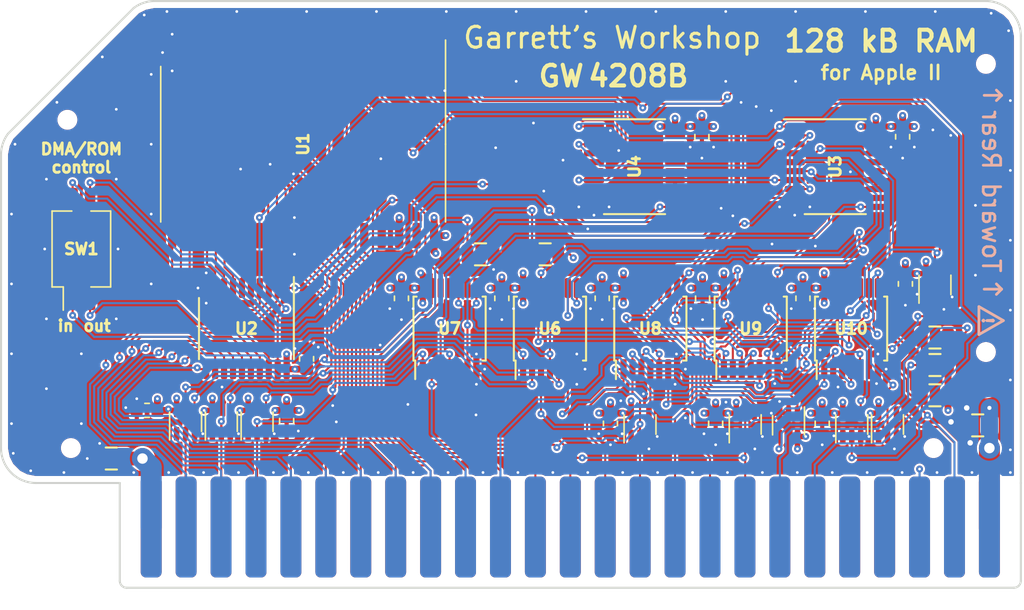
<source format=kicad_pcb>
(kicad_pcb (version 20171130) (host pcbnew "(5.1.5-0-10_14)")
  (title_block (title "RAM128 (GW4208B)") (date 2021-02-24) (rev 1.0) (company "Garrett's Workshop"))
  (layers (0 F.Cu signal) (1 In1.Cu power) (2 In2.Cu signal) (31 B.Cu power) (34 B.Paste user) (35 F.Paste user hide) (36 B.SilkS user) (37 F.SilkS user) (38 B.Mask user) (39 F.Mask user hide) (44 Edge.Cuts user))
  (net 0 "")
  (net 1 +5V)
  (net 2 GND)
  (net 3 /A4)
  (net 4 /D7)
  (net 5 /D6)
  (net 6 /A8)
  (net 7 /A7)
  (net 8 /A6)
  (net 9 /A5)
  (net 10 /A3)
  (net 11 /A2)
  (net 12 /A1)
  (net 13 /A0)
  (net 14 /A9)
  (net 15 /D1)
  (net 16 /D5)
  (net 17 /D0)
  (net 18 /D2)
  (net 19 /D3)
  (net 20 /D4)
  (net 21 /A10)
  (net 22 +12V)
  (net 23 -12V)
  (net 24 -5V)
  (net 25 /~IOSEL~)
  (net 26 /A11)
  (net 27 /A12)
  (net 28 /A13)
  (net 29 /A14)
  (net 30 /A15)
  (net 31 /~IOSTRB~)
  (net 32 /RDY)
  (net 33 /DMA)
  (net 34 /~NMI~)
  (net 35 /~IRQ~)
  (net 36 /~RES~)
  (net 37 /~INH~)
  (net 38 /COLORREF)
  (net 39 /7M)
  (net 40 /Q3)
  (net 41 /PHI1)
  (net 42 /USER1)
  (net 43 /PHI0)
  (net 44 /~DEVSEL~)
  (net 45 /INTin)
  (net 46 /DMAin)
  (net 47 /VIDSYNC)
  (net 48 /R~CS~)
  (net 49 /RA15)
  (net 50 /RA16)
  (net 51 /RA14)
  (net 52 /RA12)
  (net 53 /RD7)
  (net 54 /RD6)
  (net 55 /RD5)
  (net 56 /RD4)
  (net 57 /RD3)
  (net 58 /RD2)
  (net 59 /RD1)
  (net 60 /RD0)
  (net 61 /BankAB)
  (net 62 /ENWR1)
  (net 63 /ENRD)
  (net 64 /ENWR)
  (net 65 /ENWR1A0)
  (net 66 "Net-(U3-Pad12)")
  (net 67 /~A0XOR1~)
  (net 68 "Net-(U10-Pad1)")
  (net 69 "Net-(U10-Pad2)")
  (net 70 "Net-(U10-Pad4)")
  (net 71 "Net-(U10-Pad5)")
  (net 72 "Net-(U10-Pad10)")
  (net 73 "Net-(U10-Pad9)")
  (net 74 "Net-(U10-Pad8)")
  (net 75 /INHOE)
  (net 76 "Net-(U10-Pad11)")
  (net 77 "Net-(U3-Pad15)")
  (net 78 "Net-(U4-Pad15)")
  (net 79 "Net-(U3-Pad16)")
  (net 80 "Net-(U4-Pad16)")
  (net 81 "Net-(U4-Pad12)")
  (net 82 "Net-(U4-Pad9)")
  (net 83 "Net-(U3-Pad19)")
  (net 84 "Net-(U4-Pad19)")
  (net 85 /~A2~clk)
  (net 86 /A2clk)
  (net 87 /R~W~)
  (net 88 "Net-(U1-Pad1)")
  (net 89 "Net-(U19-Pad4)")
  (net 90 "Net-(U12-Pad1)")
  (net 91 "Net-(U13-Pad1)")
  (net 92 "Net-(U14-Pad1)")
  (net 93 "Net-(U15-Pad1)")
  (net 94 "Net-(U16-Pad1)")
  (net 95 "Net-(U19-Pad1)")
  (net 96 "Net-(U20-Pad1)")
  (net 97 /DMAout)
  (net 98 "Net-(U8-Pad11)")
  (net 99 "Net-(U9-Pad10)")
  (net 100 "Net-(U7-Pad11)")
  (net 101 "Net-(R2-Pad1)")
  (net 102 "Net-(R4-Pad2)")
  (net 103 "Net-(U6-Pad11)")
  (net 104 /RCS)
  (net 105 "Net-(U17-Pad1)")
  (net 106 /~A1~)
  (net 107 /~A0~)
  (net 108 /~DMAout~)
  (net 109 /~A13~)
  (net 110 /~R~W)
  (net 111 "Net-(R5-Pad2)")
  (net 112 /~A2~)
  (module stdpads:SW_DIP_SPSTx02_Slide_DSHP02TS_P1.27mm (layer F.Cu) (at 71.12 115.062)
    (fp_text reference SW1)
    (fp_text value DMA/ROM)
    (fp_text user %R (at 0 0 180) (layer F.SilkS) (effects (font (size 0.8128 0.8128) (thickness 0.2032))))
    (pad 4 smd roundrect (at -0.635 -3.81 90) (size 1.27 0.76) (layers F.Cu F.Paste F.Mask) (net 46 /DMAin))
    (pad 3 smd roundrect (at 0.635 -3.81 90) (size 1.27 0.76) (layers F.Cu F.Paste F.Mask) (net 104 /RCS))
    (pad 2 smd roundrect (at 0.635 3.81 90) (size 1.27 0.76) (layers F.Cu F.Paste F.Mask) (net 101 "Net-(R2-Pad1)"))
    (pad 1 smd roundrect (at -0.635 3.81 90) (size 1.27 0.76) (layers F.Cu F.Paste F.Mask) (net 102 "Net-(R4-Pad2)"))
  )
  (module stdpads:R_0805 (layer F.Cu) (at 133.2 121.5)
    (fp_text reference R5)
    (fp_text value 33)
    (pad 1 smd roundrect (at -0.95 0) (size 0.85 1.4) (layers F.Cu F.Paste F.Mask) (net 37 /~INH~))
    (pad 2 smd roundrect (at 0.95 0) (size 0.85 1.4) (layers F.Cu F.Paste F.Mask) (net 111 "Net-(R5-Pad2)"))
  )
  (module stdpads:SOP-32_P1.27mm (layer F.Cu) (at 87.249 107.442 270)
    (fp_text reference U1)
    (fp_text value 621024)
    (fp_text user %R (at 0 0 90) (layer F.SilkS) (effects (font (size 0.8128 0.8128) (thickness 0.2032))))
    (pad 1 smd roundrect (at -6.65 -9.525 270) (size 1.85 0.6) (layers F.Cu F.Paste F.Mask) (net 88 "Net-(U1-Pad1)"))
    (pad 2 smd roundrect (at -6.65 -8.255 270) (size 1.85 0.6) (layers F.Cu F.Paste F.Mask) (net 50 /RA16))
    (pad 3 smd roundrect (at -6.65 -6.985 270) (size 1.85 0.6) (layers F.Cu F.Paste F.Mask) (net 49 /RA15))
    (pad 4 smd roundrect (at -6.65 -5.715 270) (size 1.85 0.6) (layers F.Cu F.Paste F.Mask) (net 51 /RA14))
    (pad 5 smd roundrect (at -6.65 -4.445 270) (size 1.85 0.6) (layers F.Cu F.Paste F.Mask) (net 52 /RA12))
    (pad 6 smd roundrect (at -6.65 -3.175 270) (size 1.85 0.6) (layers F.Cu F.Paste F.Mask) (net 26 /A11))
    (pad 7 smd roundrect (at -6.65 -1.905 270) (size 1.85 0.6) (layers F.Cu F.Paste F.Mask) (net 14 /A9))
    (pad 8 smd roundrect (at -6.65 -0.635 270) (size 1.85 0.6) (layers F.Cu F.Paste F.Mask) (net 7 /A7))
    (pad 9 smd roundrect (at -6.65 0.635 270) (size 1.85 0.6) (layers F.Cu F.Paste F.Mask) (net 9 /A5))
    (pad 10 smd roundrect (at -6.65 1.905 270) (size 1.85 0.6) (layers F.Cu F.Paste F.Mask) (net 10 /A3))
    (pad 11 smd roundrect (at -6.65 3.175 270) (size 1.85 0.6) (layers F.Cu F.Paste F.Mask) (net 11 /A2))
    (pad 12 smd roundrect (at -6.65 4.445 270) (size 1.85 0.6) (layers F.Cu F.Paste F.Mask) (net 13 /A0))
    (pad 13 smd roundrect (at -6.65 5.715 270) (size 1.85 0.6) (layers F.Cu F.Paste F.Mask) (net 60 /RD0))
    (pad 14 smd roundrect (at -6.65 6.985 270) (size 1.85 0.6) (layers F.Cu F.Paste F.Mask) (net 59 /RD1))
    (pad 15 smd roundrect (at -6.65 8.255 270) (size 1.85 0.6) (layers F.Cu F.Paste F.Mask) (net 58 /RD2))
    (pad 16 smd roundrect (at -6.65 9.525 270) (size 1.85 0.6) (layers F.Cu F.Paste F.Mask) (net 2 GND))
    (pad 17 smd roundrect (at 6.65 9.525 270) (size 1.85 0.6) (layers F.Cu F.Paste F.Mask) (net 57 /RD3))
    (pad 18 smd roundrect (at 6.65 8.255 270) (size 1.85 0.6) (layers F.Cu F.Paste F.Mask) (net 56 /RD4))
    (pad 19 smd roundrect (at 6.65 6.985 270) (size 1.85 0.6) (layers F.Cu F.Paste F.Mask) (net 55 /RD5))
    (pad 20 smd roundrect (at 6.65 5.715 270) (size 1.85 0.6) (layers F.Cu F.Paste F.Mask) (net 54 /RD6))
    (pad 21 smd roundrect (at 6.65 4.445 270) (size 1.85 0.6) (layers F.Cu F.Paste F.Mask) (net 53 /RD7))
    (pad 22 smd roundrect (at 6.65 3.175 270) (size 1.85 0.6) (layers F.Cu F.Paste F.Mask) (net 48 /R~CS~))
    (pad 23 smd roundrect (at 6.65 1.905 270) (size 1.85 0.6) (layers F.Cu F.Paste F.Mask) (net 12 /A1))
    (pad 24 smd roundrect (at 6.65 0.635 270) (size 1.85 0.6) (layers F.Cu F.Paste F.Mask) (net 2 GND))
    (pad 25 smd roundrect (at 6.65 -0.635 270) (size 1.85 0.6) (layers F.Cu F.Paste F.Mask) (net 3 /A4))
    (pad 26 smd roundrect (at 6.65 -1.905 270) (size 1.85 0.6) (layers F.Cu F.Paste F.Mask) (net 8 /A6))
    (pad 27 smd roundrect (at 6.65 -3.175 270) (size 1.85 0.6) (layers F.Cu F.Paste F.Mask) (net 6 /A8))
    (pad 28 smd roundrect (at 6.65 -4.445 270) (size 1.85 0.6) (layers F.Cu F.Paste F.Mask) (net 21 /A10))
    (pad 29 smd roundrect (at 6.65 -5.715 270) (size 1.85 0.6) (layers F.Cu F.Paste F.Mask) (net 87 /R~W~))
    (pad 30 smd roundrect (at 6.65 -6.985 270) (size 1.85 0.6) (layers F.Cu F.Paste F.Mask) (net 1 +5V))
    (pad 31 smd roundrect (at 6.65 -8.255 270) (size 1.85 0.6) (layers F.Cu F.Paste F.Mask) (net 28 /A13))
    (pad 32 smd roundrect (at 6.65 -9.525 270) (size 1.85 0.6) (layers F.Cu F.Paste F.Mask) (net 1 +5V))
  )
  (module stdpads:C_0603 (layer F.Cu) (at 131.05 117.6 270)
    (fp_text reference C15)
    (fp_text value 2u2)
    (pad 1 smd roundrect (at -0.75 0 270) (size 0.85 0.95) (layers F.Cu F.Paste F.Mask) (net 1 +5V))
    (pad 2 smd roundrect (at 0.75 0 270) (size 0.85 0.95) (layers F.Cu F.Paste F.Mask) (net 2 GND))
  )
  (module stdpads:C_0603 (layer F.Cu) (at 87.5 123.05 90)
    (fp_text reference C7)
    (fp_text value 2u2)
    (pad 2 smd roundrect (at 0.75 0 90) (size 0.85 0.95) (layers F.Cu F.Paste F.Mask) (net 2 GND))
    (pad 1 smd roundrect (at -0.75 0 90) (size 0.85 0.95) (layers F.Cu F.Paste F.Mask) (net 1 +5V))
  )
  (module stdpads:R_0805 (layer F.Cu) (at 104.85 115.45 180)
    (fp_text reference R4)
    (fp_text value 22k)
    (pad 1 smd roundrect (at -0.95 0 180) (size 0.85 1.4) (layers F.Cu F.Paste F.Mask) (net 1 +5V))
    (pad 2 smd roundrect (at 0.95 0 180) (size 0.85 1.4) (layers F.Cu F.Paste F.Mask) (net 102 "Net-(R4-Pad2)"))
  )
  (module stdpads:PasteHole_1.152mm_NPTH (layer F.Cu) (at 70.104 105.664 270)
    (fp_text reference H4)
    (fp_text value " " hide)
    (pad "" np_thru_hole circle (at 0 0 270) (size 1.152 1.152) (drill 1.152) (layers *.Cu *.Mask))
  )
  (module stdpads:TSSOP-14_4.4x5mm_P0.65mm (layer F.Cu) (at 119.8 120.85)
    (fp_text reference U9)
    (fp_text value 74AHCT08PW)
    (fp_text user %R (at 0 0 180) (layer F.SilkS) (effects (font (size 0.8128 0.8128) (thickness 0.2032))))
    (pad 1 smd roundrect (at -1.95 2.95 90) (size 1.45 0.45) (layers F.Cu F.Paste F.Mask) (net 98 "Net-(U8-Pad11)"))
    (pad 2 smd roundrect (at -1.3 2.95 90) (size 1.45 0.45) (layers F.Cu F.Paste F.Mask) (net 76 "Net-(U10-Pad11)"))
    (pad 3 smd roundrect (at -0.65 2.95 90) (size 1.45 0.45) (layers F.Cu F.Paste F.Mask) (net 99 "Net-(U9-Pad10)"))
    (pad 4 smd roundrect (at 0 2.95 90) (size 1.45 0.45) (layers F.Cu F.Paste F.Mask) (net 103 "Net-(U6-Pad11)"))
    (pad 5 smd roundrect (at 0.65 2.95 90) (size 1.45 0.45) (layers F.Cu F.Paste F.Mask) (net 43 /PHI0))
    (pad 6 smd roundrect (at 1.3 2.95 90) (size 1.45 0.45) (layers F.Cu F.Paste F.Mask) (net 104 /RCS))
    (pad 7 smd roundrect (at 1.95 2.95 90) (size 1.45 0.45) (layers F.Cu F.Paste F.Mask) (net 2 GND))
    (pad 8 smd roundrect (at 1.95 -2.95 90) (size 1.45 0.45) (layers F.Cu F.Paste F.Mask) (net 75 /INHOE))
    (pad 9 smd roundrect (at 1.3 -2.95 90) (size 1.45 0.45) (layers F.Cu F.Paste F.Mask) (net 74 "Net-(U10-Pad8)"))
    (pad 10 smd roundrect (at 0.65 -2.95 90) (size 1.45 0.45) (layers F.Cu F.Paste F.Mask) (net 99 "Net-(U9-Pad10)"))
    (pad 11 smd roundrect (at 0 -2.95 90) (size 1.45 0.45) (layers F.Cu F.Paste F.Mask) (net 73 "Net-(U10-Pad9)"))
    (pad 12 smd roundrect (at -0.65 -2.95 90) (size 1.45 0.45) (layers F.Cu F.Paste F.Mask) (net 63 /ENRD))
    (pad 13 smd roundrect (at -1.3 -2.95 90) (size 1.45 0.45) (layers F.Cu F.Paste F.Mask) (net 87 /R~W~))
    (pad 14 smd roundrect (at -1.95 -2.95 90) (size 1.45 0.45) (layers F.Cu F.Paste F.Mask) (net 1 +5V))
  )
  (module stdpads:C_0603 (layer F.Cu) (at 130.85 106.9 270)
    (fp_text reference C14)
    (fp_text value 2u2)
    (pad 1 smd roundrect (at -0.75 0 270) (size 0.85 0.95) (layers F.Cu F.Paste F.Mask) (net 1 +5V))
    (pad 2 smd roundrect (at 0.75 0 270) (size 0.85 0.95) (layers F.Cu F.Paste F.Mask) (net 2 GND))
  )
  (module stdpads:C_0603 (layer F.Cu) (at 125 127.75 270)
    (fp_text reference C6)
    (fp_text value 2u2)
    (pad 2 smd roundrect (at 0.75 0 270) (size 0.85 0.95) (layers F.Cu F.Paste F.Mask) (net 2 GND))
    (pad 1 smd roundrect (at -0.75 0 270) (size 0.85 0.95) (layers F.Cu F.Paste F.Mask) (net 1 +5V))
  )
  (module stdpads:C_0603 (layer F.Cu) (at 94.4 118.65 270)
    (fp_text reference C8)
    (fp_text value 2u2)
    (pad 2 smd roundrect (at 0.75 0 270) (size 0.85 0.95) (layers F.Cu F.Paste F.Mask) (net 2 GND))
    (pad 1 smd roundrect (at -0.75 0 270) (size 0.85 0.95) (layers F.Cu F.Paste F.Mask) (net 1 +5V))
  )
  (module stdpads:C_0603 (layer F.Cu) (at 86.05 127.55 270)
    (fp_text reference C3)
    (fp_text value 2u2)
    (pad 1 smd roundrect (at -0.75 0 270) (size 0.85 0.95) (layers F.Cu F.Paste F.Mask) (net 1 +5V))
    (pad 2 smd roundrect (at 0.75 0 270) (size 0.85 0.95) (layers F.Cu F.Paste F.Mask) (net 2 GND))
  )
  (module stdpads:C_0603 (layer F.Cu) (at 75.9 126.8 180)
    (fp_text reference C2)
    (fp_text value 2u2)
    (pad 1 smd roundrect (at -0.75 0 180) (size 0.85 0.95) (layers F.Cu F.Paste F.Mask) (net 1 +5V))
    (pad 2 smd roundrect (at 0.75 0 180) (size 0.85 0.95) (layers F.Cu F.Paste F.Mask) (net 2 GND))
  )
  (module stdpads:C_0603 (layer F.Cu) (at 117.25 127.75 270)
    (fp_text reference C5)
    (fp_text value 2u2)
    (pad 1 smd roundrect (at -0.75 0 270) (size 0.85 0.95) (layers F.Cu F.Paste F.Mask) (net 1 +5V))
    (pad 2 smd roundrect (at 0.75 0 270) (size 0.85 0.95) (layers F.Cu F.Paste F.Mask) (net 2 GND))
  )
  (module stdpads:TSSOP-14_4.4x5mm_P0.65mm (layer F.Cu) (at 97.9 120.85)
    (fp_text reference U7)
    (fp_text value 74AHCT32PW)
    (fp_text user %R (at 0 0 180) (layer F.SilkS) (effects (font (size 0.8128 0.8128) (thickness 0.2032))))
    (pad 1 smd roundrect (at -1.95 2.95 90) (size 1.45 0.45) (layers F.Cu F.Paste F.Mask) (net 112 /~A2~))
    (pad 2 smd roundrect (at -1.3 2.95 90) (size 1.45 0.45) (layers F.Cu F.Paste F.Mask) (net 44 /~DEVSEL~))
    (pad 3 smd roundrect (at -0.65 2.95 90) (size 1.45 0.45) (layers F.Cu F.Paste F.Mask) (net 86 /A2clk))
    (pad 4 smd roundrect (at 0 2.95 90) (size 1.45 0.45) (layers F.Cu F.Paste F.Mask) (net 11 /A2))
    (pad 5 smd roundrect (at 0.65 2.95 90) (size 1.45 0.45) (layers F.Cu F.Paste F.Mask) (net 44 /~DEVSEL~))
    (pad 6 smd roundrect (at 1.3 2.95 90) (size 1.45 0.45) (layers F.Cu F.Paste F.Mask) (net 85 /~A2~clk))
    (pad 7 smd roundrect (at 1.95 2.95 90) (size 1.45 0.45) (layers F.Cu F.Paste F.Mask) (net 2 GND))
    (pad 8 smd roundrect (at 1.95 -2.95 90) (size 1.45 0.45) (layers F.Cu F.Paste F.Mask) (net 108 /~DMAout~))
    (pad 9 smd roundrect (at 1.3 -2.95 90) (size 1.45 0.45) (layers F.Cu F.Paste F.Mask) (net 101 "Net-(R2-Pad1)"))
    (pad 10 smd roundrect (at 0.65 -2.95 90) (size 1.45 0.45) (layers F.Cu F.Paste F.Mask) (net 89 "Net-(U19-Pad4)"))
    (pad 11 smd roundrect (at 0 -2.95 90) (size 1.45 0.45) (layers F.Cu F.Paste F.Mask) (net 100 "Net-(U7-Pad11)"))
    (pad 12 smd roundrect (at -0.65 -2.95 90) (size 1.45 0.45) (layers F.Cu F.Paste F.Mask) (net 87 /R~W~))
    (pad 13 smd roundrect (at -1.3 -2.95 90) (size 1.45 0.45) (layers F.Cu F.Paste F.Mask) (net 28 /A13))
    (pad 14 smd roundrect (at -1.95 -2.95 90) (size 1.45 0.45) (layers F.Cu F.Paste F.Mask) (net 1 +5V))
  )
  (module stdpads:C_0603 (layer F.Cu) (at 116.3 118.65 270)
    (fp_text reference C11)
    (fp_text value 2u2)
    (pad 2 smd roundrect (at 0.75 0 270) (size 0.85 0.95) (layers F.Cu F.Paste F.Mask) (net 2 GND))
    (pad 1 smd roundrect (at -0.75 0 270) (size 0.85 0.95) (layers F.Cu F.Paste F.Mask) (net 1 +5V))
  )
  (module stdpads:TSSOP-14_4.4x5mm_P0.65mm (layer F.Cu) (at 127.1 120.85)
    (fp_text reference U10)
    (fp_text value 74AHCT32PW)
    (fp_text user %R (at 0 0 180) (layer F.SilkS) (effects (font (size 0.8128 0.8128) (thickness 0.2032))))
    (pad 14 smd roundrect (at -1.95 -2.95 90) (size 1.45 0.45) (layers F.Cu F.Paste F.Mask) (net 1 +5V))
    (pad 13 smd roundrect (at -1.3 -2.95 90) (size 1.45 0.45) (layers F.Cu F.Paste F.Mask) (net 27 /A12))
    (pad 12 smd roundrect (at -0.65 -2.95 90) (size 1.45 0.45) (layers F.Cu F.Paste F.Mask) (net 28 /A13))
    (pad 11 smd roundrect (at 0 -2.95 90) (size 1.45 0.45) (layers F.Cu F.Paste F.Mask) (net 76 "Net-(U10-Pad11)"))
    (pad 10 smd roundrect (at 0.65 -2.95 90) (size 1.45 0.45) (layers F.Cu F.Paste F.Mask) (net 72 "Net-(U10-Pad10)"))
    (pad 9 smd roundrect (at 1.3 -2.95 90) (size 1.45 0.45) (layers F.Cu F.Paste F.Mask) (net 73 "Net-(U10-Pad9)"))
    (pad 8 smd roundrect (at 1.95 -2.95 90) (size 1.45 0.45) (layers F.Cu F.Paste F.Mask) (net 74 "Net-(U10-Pad8)"))
    (pad 7 smd roundrect (at 1.95 2.95 90) (size 1.45 0.45) (layers F.Cu F.Paste F.Mask) (net 2 GND))
    (pad 6 smd roundrect (at 1.3 2.95 90) (size 1.45 0.45) (layers F.Cu F.Paste F.Mask) (net 52 /RA12))
    (pad 5 smd roundrect (at 0.65 2.95 90) (size 1.45 0.45) (layers F.Cu F.Paste F.Mask) (net 71 "Net-(U10-Pad5)"))
    (pad 4 smd roundrect (at 0 2.95 90) (size 1.45 0.45) (layers F.Cu F.Paste F.Mask) (net 70 "Net-(U10-Pad4)"))
    (pad 3 smd roundrect (at -0.65 2.95 90) (size 1.45 0.45) (layers F.Cu F.Paste F.Mask) (net 67 /~A0XOR1~))
    (pad 2 smd roundrect (at -1.3 2.95 90) (size 1.45 0.45) (layers F.Cu F.Paste F.Mask) (net 69 "Net-(U10-Pad2)"))
    (pad 1 smd roundrect (at -1.95 2.95 90) (size 1.45 0.45) (layers F.Cu F.Paste F.Mask) (net 68 "Net-(U10-Pad1)"))
  )
  (module stdpads:C_0603 (layer F.Cu) (at 123.6 118.65 270)
    (fp_text reference C12)
    (fp_text value 2u2)
    (pad 1 smd roundrect (at -0.75 0 270) (size 0.85 0.95) (layers F.Cu F.Paste F.Mask) (net 1 +5V))
    (pad 2 smd roundrect (at 0.75 0 270) (size 0.85 0.95) (layers F.Cu F.Paste F.Mask) (net 2 GND))
  )
  (module stdpads:TSSOP-14_4.4x5mm_P0.65mm (layer F.Cu) (at 112.5 120.85)
    (fp_text reference U8)
    (fp_text value 74AHCT08PW)
    (fp_text user %R (at 0 0 180) (layer F.SilkS) (effects (font (size 0.8128 0.8128) (thickness 0.2032))))
    (pad 1 smd roundrect (at -1.95 2.95 90) (size 1.45 0.45) (layers F.Cu F.Paste F.Mask) (net 27 /A12))
    (pad 2 smd roundrect (at -1.3 2.95 90) (size 1.45 0.45) (layers F.Cu F.Paste F.Mask) (net 28 /A13))
    (pad 3 smd roundrect (at -0.65 2.95 90) (size 1.45 0.45) (layers F.Cu F.Paste F.Mask) (net 71 "Net-(U10-Pad5)"))
    (pad 4 smd roundrect (at 0 2.95 90) (size 1.45 0.45) (layers F.Cu F.Paste F.Mask) (net 109 /~A13~))
    (pad 5 smd roundrect (at 0.65 2.95 90) (size 1.45 0.45) (layers F.Cu F.Paste F.Mask) (net 61 /BankAB))
    (pad 6 smd roundrect (at 1.3 2.95 90) (size 1.45 0.45) (layers F.Cu F.Paste F.Mask) (net 70 "Net-(U10-Pad4)"))
    (pad 7 smd roundrect (at 1.95 2.95 90) (size 1.45 0.45) (layers F.Cu F.Paste F.Mask) (net 2 GND))
    (pad 8 smd roundrect (at 1.95 -2.95 90) (size 1.45 0.45) (layers F.Cu F.Paste F.Mask) (net 72 "Net-(U10-Pad10)"))
    (pad 9 smd roundrect (at 1.3 -2.95 90) (size 1.45 0.45) (layers F.Cu F.Paste F.Mask) (net 64 /ENWR))
    (pad 10 smd roundrect (at 0.65 -2.95 90) (size 1.45 0.45) (layers F.Cu F.Paste F.Mask) (net 110 /~R~W))
    (pad 11 smd roundrect (at 0 -2.95 90) (size 1.45 0.45) (layers F.Cu F.Paste F.Mask) (net 98 "Net-(U8-Pad11)"))
    (pad 12 smd roundrect (at -0.65 -2.95 90) (size 1.45 0.45) (layers F.Cu F.Paste F.Mask) (net 30 /A15))
    (pad 13 smd roundrect (at -1.3 -2.95 90) (size 1.45 0.45) (layers F.Cu F.Paste F.Mask) (net 29 /A14))
    (pad 14 smd roundrect (at -1.95 -2.95 90) (size 1.45 0.45) (layers F.Cu F.Paste F.Mask) (net 1 +5V))
  )
  (module stdpads:C_0603 (layer F.Cu) (at 109 118.65 270)
    (fp_text reference C10)
    (fp_text value 2u2)
    (pad 2 smd roundrect (at 0.75 0 270) (size 0.85 0.95) (layers F.Cu F.Paste F.Mask) (net 2 GND))
    (pad 1 smd roundrect (at -0.75 0 270) (size 0.85 0.95) (layers F.Cu F.Paste F.Mask) (net 1 +5V))
  )
  (module stdpads:TSSOP-20_4.4x6.5mm_P0.65mm (layer F.Cu) (at 111.35 109.075 270)
    (fp_text reference U4)
    (fp_text value 74HCT273PW)
    (fp_text user %R (at 0 0 90) (layer F.SilkS) (effects (font (size 0.8128 0.8128) (thickness 0.2032))))
    (pad 20 smd roundrect (at -2.925 -2.95) (size 1.45 0.45) (layers F.Cu F.Paste F.Mask) (net 1 +5V))
    (pad 19 smd roundrect (at -2.275 -2.95) (size 1.45 0.45) (layers F.Cu F.Paste F.Mask) (net 84 "Net-(U4-Pad19)"))
    (pad 18 smd roundrect (at -1.625 -2.95) (size 1.45 0.45) (layers F.Cu F.Paste F.Mask) (net 2 GND))
    (pad 17 smd roundrect (at -0.975 -2.95) (size 1.45 0.45) (layers F.Cu F.Paste F.Mask) (net 2 GND))
    (pad 16 smd roundrect (at -0.325 -2.95) (size 1.45 0.45) (layers F.Cu F.Paste F.Mask) (net 80 "Net-(U4-Pad16)"))
    (pad 15 smd roundrect (at 0.325 -2.95) (size 1.45 0.45) (layers F.Cu F.Paste F.Mask) (net 78 "Net-(U4-Pad15)"))
    (pad 14 smd roundrect (at 0.975 -2.95) (size 1.45 0.45) (layers F.Cu F.Paste F.Mask) (net 2 GND))
    (pad 13 smd roundrect (at 1.625 -2.95) (size 1.45 0.45) (layers F.Cu F.Paste F.Mask) (net 2 GND))
    (pad 12 smd roundrect (at 2.275 -2.95) (size 1.45 0.45) (layers F.Cu F.Paste F.Mask) (net 81 "Net-(U4-Pad12)"))
    (pad 11 smd roundrect (at 2.925 -2.95) (size 1.45 0.45) (layers F.Cu F.Paste F.Mask) (net 86 /A2clk))
    (pad 10 smd roundrect (at 2.925 2.95) (size 1.45 0.45) (layers F.Cu F.Paste F.Mask) (net 2 GND))
    (pad 9 smd roundrect (at 2.275 2.95) (size 1.45 0.45) (layers F.Cu F.Paste F.Mask) (net 82 "Net-(U4-Pad9)"))
    (pad 8 smd roundrect (at 1.625 2.95) (size 1.45 0.45) (layers F.Cu F.Paste F.Mask) (net 2 GND))
    (pad 7 smd roundrect (at 0.975 2.95) (size 1.45 0.45) (layers F.Cu F.Paste F.Mask) (net 13 /A0))
    (pad 6 smd roundrect (at 0.325 2.95) (size 1.45 0.45) (layers F.Cu F.Paste F.Mask) (net 51 /RA14))
    (pad 5 smd roundrect (at -0.325 2.95) (size 1.45 0.45) (layers F.Cu F.Paste F.Mask) (net 49 /RA15))
    (pad 4 smd roundrect (at -0.975 2.95) (size 1.45 0.45) (layers F.Cu F.Paste F.Mask) (net 12 /A1))
    (pad 3 smd roundrect (at -1.625 2.95) (size 1.45 0.45) (layers F.Cu F.Paste F.Mask) (net 10 /A3))
    (pad 2 smd roundrect (at -2.275 2.95) (size 1.45 0.45) (layers F.Cu F.Paste F.Mask) (net 50 /RA16))
    (pad 1 smd roundrect (at -2.925 2.95) (size 1.45 0.45) (layers F.Cu F.Paste F.Mask) (net 36 /~RES~))
  )
  (module stdpads:C_0603 (layer F.Cu) (at 116.25 106.9 270)
    (fp_text reference C13)
    (fp_text value 2u2)
    (pad 2 smd roundrect (at 0.75 0 270) (size 0.85 0.95) (layers F.Cu F.Paste F.Mask) (net 2 GND))
    (pad 1 smd roundrect (at -0.75 0 270) (size 0.85 0.95) (layers F.Cu F.Paste F.Mask) (net 1 +5V))
  )
  (module stdpads:C_0805 (layer F.Cu) (at 136.31 127.889 180)
    (fp_text reference C1)
    (fp_text value 10u)
    (pad 2 smd roundrect (at 0.85 0 180) (size 1.05 1.4) (layers F.Cu F.Paste F.Mask) (net 2 GND))
    (pad 1 smd roundrect (at -0.85 0 180) (size 1.05 1.4) (layers F.Cu F.Paste F.Mask) (net 1 +5V))
  )
  (module stdpads:C_0805 (layer F.Cu) (at 73.3 130.3 180)
    (fp_text reference C16)
    (fp_text value 10u)
    (pad 2 smd roundrect (at 0.85 0 180) (size 1.05 1.4) (layers F.Cu F.Paste F.Mask) (net 2 GND))
    (pad 1 smd roundrect (at -0.85 0 180) (size 1.05 1.4) (layers F.Cu F.Paste F.Mask) (net 22 +12V))
  )
  (module stdpads:PasteHole_1.152mm_NPTH (layer F.Cu) (at 136.906 122.555 270)
    (fp_text reference H2)
    (fp_text value " " hide)
    (pad "" np_thru_hole circle (at 0 0 270) (size 1.152 1.152) (drill 1.152) (layers *.Cu *.Mask))
  )
  (module stdpads:AppleIIBus_Edge (layer F.Cu) (at 106.68 135.382)
    (fp_text reference J1 hide)
    (fp_text value AppleIIBus)
    (pad 26 smd roundrect (at 30.48 -0.1 180) (size 1.524 7.34) (layers B.Cu B.Mask) (net 2 GND))
    (pad 27 smd roundrect (at 27.94 -0.1 180) (size 1.524 7.34) (layers B.Cu B.Mask) (net 46 /DMAin))
    (pad 28 smd roundrect (at 25.4 -0.1 180) (size 1.524 7.34) (layers B.Cu B.Mask) (net 45 /INTin))
    (pad 50 smd roundrect (at -30.48 -0.1 180) (size 1.524 7.34) (layers B.Cu B.Mask) (net 22 +12V))
    (pad 49 smd roundrect (at -27.94 -0.1 180) (size 1.524 7.34) (layers B.Cu B.Mask) (net 17 /D0))
    (pad 48 smd roundrect (at -25.4 -0.1 180) (size 1.524 7.34) (layers B.Cu B.Mask) (net 15 /D1))
    (pad 47 smd roundrect (at -22.86 -0.1 180) (size 1.524 7.34) (layers B.Cu B.Mask) (net 18 /D2))
    (pad 46 smd roundrect (at -20.32 -0.1 180) (size 1.524 7.34) (layers B.Cu B.Mask) (net 19 /D3))
    (pad 45 smd roundrect (at -17.78 -0.1 180) (size 1.524 7.34) (layers B.Cu B.Mask) (net 20 /D4))
    (pad 44 smd roundrect (at -15.24 -0.1 180) (size 1.524 7.34) (layers B.Cu B.Mask) (net 16 /D5))
    (pad 43 smd roundrect (at -12.7 -0.1 180) (size 1.524 7.34) (layers B.Cu B.Mask) (net 5 /D6))
    (pad 42 smd roundrect (at -10.16 -0.1 180) (size 1.524 7.34) (layers B.Cu B.Mask) (net 4 /D7))
    (pad 41 smd roundrect (at -7.62 -0.1 180) (size 1.524 7.34) (layers B.Cu B.Mask) (net 44 /~DEVSEL~))
    (pad 40 smd roundrect (at -5.08 -0.1 180) (size 1.524 7.34) (layers B.Cu B.Mask) (net 43 /PHI0))
    (pad 39 smd roundrect (at -2.54 -0.1 180) (size 1.524 7.34) (layers B.Cu B.Mask) (net 42 /USER1))
    (pad 38 smd roundrect (at 0 -0.1 180) (size 1.524 7.34) (layers B.Cu B.Mask) (net 41 /PHI1))
    (pad 37 smd roundrect (at 2.54 -0.1 180) (size 1.524 7.34) (layers B.Cu B.Mask) (net 40 /Q3))
    (pad 36 smd roundrect (at 5.08 -0.1 180) (size 1.524 7.34) (layers B.Cu B.Mask) (net 39 /7M))
    (pad 35 smd roundrect (at 7.62 -0.1 180) (size 1.524 7.34) (layers B.Cu B.Mask) (net 38 /COLORREF))
    (pad 34 smd roundrect (at 10.16 -0.1 180) (size 1.524 7.34) (layers B.Cu B.Mask) (net 24 -5V))
    (pad 33 smd roundrect (at 12.7 -0.1 180) (size 1.524 7.34) (layers B.Cu B.Mask) (net 23 -12V))
    (pad 32 smd roundrect (at 15.24 -0.1 180) (size 1.524 7.34) (layers B.Cu B.Mask) (net 37 /~INH~))
    (pad 31 smd roundrect (at 17.78 -0.1 180) (size 1.524 7.34) (layers B.Cu B.Mask) (net 36 /~RES~))
    (pad 30 smd roundrect (at 20.32 -0.1 180) (size 1.524 7.34) (layers B.Cu B.Mask) (net 35 /~IRQ~))
    (pad 29 smd roundrect (at 22.86 -0.1 180) (size 1.524 7.34) (layers B.Cu B.Mask) (net 34 /~NMI~))
    (pad 25 smd roundrect (at 30.48 -0.1 180) (size 1.524 7.34) (layers F.Cu F.Mask) (net 1 +5V))
    (pad 24 smd roundrect (at 27.94 -0.1 180) (size 1.524 7.34) (layers F.Cu F.Mask) (net 97 /DMAout))
    (pad 23 smd roundrect (at 25.4 -0.1 180) (size 1.524 7.34) (layers F.Cu F.Mask) (net 45 /INTin))
    (pad 22 smd roundrect (at 22.86 -0.1 180) (size 1.524 7.34) (layers F.Cu F.Mask) (net 33 /DMA))
    (pad 21 smd roundrect (at 20.32 -0.1 180) (size 1.524 7.34) (layers F.Cu F.Mask) (net 32 /RDY))
    (pad 20 smd roundrect (at 17.78 -0.1 180) (size 1.524 7.34) (layers F.Cu F.Mask) (net 31 /~IOSTRB~))
    (pad 19 smd roundrect (at 15.24 -0.1 180) (size 1.524 7.34) (layers F.Cu F.Mask) (net 47 /VIDSYNC))
    (pad 18 smd roundrect (at 12.7 -0.1 180) (size 1.524 7.34) (layers F.Cu F.Mask) (net 87 /R~W~))
    (pad 17 smd roundrect (at 10.16 -0.1 180) (size 1.524 7.34) (layers F.Cu F.Mask) (net 30 /A15))
    (pad 16 smd roundrect (at 7.62 -0.1 180) (size 1.524 7.34) (layers F.Cu F.Mask) (net 29 /A14))
    (pad 15 smd roundrect (at 5.08 -0.1 180) (size 1.524 7.34) (layers F.Cu F.Mask) (net 28 /A13))
    (pad 14 smd roundrect (at 2.54 -0.1 180) (size 1.524 7.34) (layers F.Cu F.Mask) (net 27 /A12))
    (pad 13 smd roundrect (at 0 -0.1 180) (size 1.524 7.34) (layers F.Cu F.Mask) (net 26 /A11))
    (pad 12 smd roundrect (at -2.54 -0.1 180) (size 1.524 7.34) (layers F.Cu F.Mask) (net 21 /A10))
    (pad 11 smd roundrect (at -5.08 -0.1 180) (size 1.524 7.34) (layers F.Cu F.Mask) (net 14 /A9))
    (pad 10 smd roundrect (at -7.62 -0.1 180) (size 1.524 7.34) (layers F.Cu F.Mask) (net 6 /A8))
    (pad 9 smd roundrect (at -10.16 -0.1 180) (size 1.524 7.34) (layers F.Cu F.Mask) (net 7 /A7))
    (pad 8 smd roundrect (at -12.7 -0.1 180) (size 1.524 7.34) (layers F.Cu F.Mask) (net 8 /A6))
    (pad 7 smd roundrect (at -15.24 -0.1 180) (size 1.524 7.34) (layers F.Cu F.Mask) (net 9 /A5))
    (pad 6 smd roundrect (at -17.78 -0.1 180) (size 1.524 7.34) (layers F.Cu F.Mask) (net 3 /A4))
    (pad 5 smd roundrect (at -20.32 -0.1 180) (size 1.524 7.34) (layers F.Cu F.Mask) (net 10 /A3))
    (pad 4 smd roundrect (at -22.86 -0.1 180) (size 1.524 7.34) (layers F.Cu F.Mask) (net 11 /A2))
    (pad 3 smd roundrect (at -25.4 -0.1 180) (size 1.524 7.34) (layers F.Cu F.Mask) (net 12 /A1))
    (pad 2 smd roundrect (at -27.94 -0.1 180) (size 1.524 7.34) (layers F.Cu F.Mask) (net 13 /A0))
    (pad 1 smd roundrect (at -30.48 -0.1 180) (size 1.524 7.34) (layers F.Cu F.Mask) (net 25 /~IOSEL~))
  )
  (module stdpads:Fiducial (layer F.Cu) (at 75.438 100.711 90)
    (fp_text reference FID2 hide)
    (fp_text value Fiducial hide)
    (pad ~ smd circle (at 0 0 90) (size 1 1) (layers F.Cu F.Mask) (clearance 0.575))
  )
  (module stdpads:Fiducial (layer F.Cu) (at 136.906 103.886 270)
    (fp_text reference FID3 hide)
    (fp_text value Fiducial hide)
    (pad ~ smd circle (at 0 0 270) (size 1 1) (layers F.Cu F.Mask) (clearance 0.575))
  )
  (module stdpads:Fiducial (layer F.Cu) (at 67.818 129.54)
    (fp_text reference FID1 hide)
    (fp_text value Fiducial hide)
    (pad ~ smd circle (at 0 0) (size 1 1) (layers F.Cu F.Mask) (clearance 0.575))
  )
  (module stdpads:Fiducial (layer F.Cu) (at 136.906 124.841)
    (fp_text reference FID4 hide)
    (fp_text value Fiducial hide)
    (pad ~ smd circle (at 0 0) (size 1 1) (layers F.Cu F.Mask) (clearance 0.575))
  )
  (module stdpads:PasteHole_1.152mm_NPTH (layer F.Cu) (at 136.906 101.6 270)
    (fp_text reference H3)
    (fp_text value " " hide)
    (pad "" np_thru_hole circle (at 0 0 270) (size 1.152 1.152) (drill 1.152) (layers *.Cu *.Mask))
  )
  (module stdpads:PasteHole_1.152mm_NPTH (layer F.Cu) (at 70.358 129.54)
    (fp_text reference H1)
    (fp_text value " " hide)
    (pad "" np_thru_hole circle (at 0 0) (size 1.152 1.152) (drill 1.152) (layers *.Cu *.Mask))
  )
  (module stdpads:C_0603 (layer F.Cu) (at 101.7 118.65 270)
    (fp_text reference C9)
    (fp_text value 2u2)
    (pad 1 smd roundrect (at -0.75 0 270) (size 0.85 0.95) (layers F.Cu F.Paste F.Mask) (net 1 +5V))
    (pad 2 smd roundrect (at 0.75 0 270) (size 0.85 0.95) (layers F.Cu F.Paste F.Mask) (net 2 GND))
  )
  (module stdpads:C_0603 (layer F.Cu) (at 109.6 127.75 270)
    (fp_text reference C4)
    (fp_text value 2u2)
    (pad 2 smd roundrect (at 0.75 0 270) (size 0.85 0.95) (layers F.Cu F.Paste F.Mask) (net 2 GND))
    (pad 1 smd roundrect (at -0.75 0 270) (size 0.85 0.95) (layers F.Cu F.Paste F.Mask) (net 1 +5V))
  )
  (module stdpads:R_0805 (layer F.Cu) (at 133.2 123.5 180)
    (fp_text reference R1)
    (fp_text value 3k3)
    (pad 2 smd roundrect (at 0.95 0 180) (size 0.85 1.4) (layers F.Cu F.Paste F.Mask) (net 37 /~INH~))
    (pad 1 smd roundrect (at -0.95 0 180) (size 0.85 1.4) (layers F.Cu F.Paste F.Mask) (net 1 +5V))
  )
  (module stdpads:R_0805 (layer F.Cu) (at 100.15 115.45)
    (fp_text reference R2)
    (fp_text value 22k)
    (pad 1 smd roundrect (at -0.95 0) (size 0.85 1.4) (layers F.Cu F.Paste F.Mask) (net 101 "Net-(R2-Pad1)"))
    (pad 2 smd roundrect (at 0.95 0) (size 0.85 1.4) (layers F.Cu F.Paste F.Mask) (net 2 GND))
  )
  (module stdpads:TSSOP-20_4.4x6.5mm_P0.65mm (layer F.Cu) (at 83.125 120.85 180)
    (fp_text reference U2)
    (fp_text value 74HCT245PW)
    (fp_text user %R (at 0 0) (layer F.SilkS) (effects (font (size 0.8128 0.8128) (thickness 0.2032))))
    (pad 1 smd roundrect (at -2.925 2.95 270) (size 1.45 0.45) (layers F.Cu F.Paste F.Mask) (net 87 /R~W~))
    (pad 2 smd roundrect (at -2.275 2.95 270) (size 1.45 0.45) (layers F.Cu F.Paste F.Mask) (net 57 /RD3))
    (pad 3 smd roundrect (at -1.625 2.95 270) (size 1.45 0.45) (layers F.Cu F.Paste F.Mask) (net 58 /RD2))
    (pad 4 smd roundrect (at -0.975 2.95 270) (size 1.45 0.45) (layers F.Cu F.Paste F.Mask) (net 56 /RD4))
    (pad 5 smd roundrect (at -0.325 2.95 270) (size 1.45 0.45) (layers F.Cu F.Paste F.Mask) (net 53 /RD7))
    (pad 6 smd roundrect (at 0.325 2.95 270) (size 1.45 0.45) (layers F.Cu F.Paste F.Mask) (net 60 /RD0))
    (pad 7 smd roundrect (at 0.975 2.95 270) (size 1.45 0.45) (layers F.Cu F.Paste F.Mask) (net 54 /RD6))
    (pad 8 smd roundrect (at 1.625 2.95 270) (size 1.45 0.45) (layers F.Cu F.Paste F.Mask) (net 59 /RD1))
    (pad 9 smd roundrect (at 2.275 2.95 270) (size 1.45 0.45) (layers F.Cu F.Paste F.Mask) (net 55 /RD5))
    (pad 10 smd roundrect (at 2.925 2.95 270) (size 1.45 0.45) (layers F.Cu F.Paste F.Mask) (net 2 GND))
    (pad 11 smd roundrect (at 2.925 -2.95 270) (size 1.45 0.45) (layers F.Cu F.Paste F.Mask) (net 4 /D7))
    (pad 12 smd roundrect (at 2.275 -2.95 270) (size 1.45 0.45) (layers F.Cu F.Paste F.Mask) (net 5 /D6))
    (pad 13 smd roundrect (at 1.625 -2.95 270) (size 1.45 0.45) (layers F.Cu F.Paste F.Mask) (net 16 /D5))
    (pad 14 smd roundrect (at 0.975 -2.95 270) (size 1.45 0.45) (layers F.Cu F.Paste F.Mask) (net 20 /D4))
    (pad 15 smd roundrect (at 0.325 -2.95 270) (size 1.45 0.45) (layers F.Cu F.Paste F.Mask) (net 19 /D3))
    (pad 16 smd roundrect (at -0.325 -2.95 270) (size 1.45 0.45) (layers F.Cu F.Paste F.Mask) (net 18 /D2))
    (pad 17 smd roundrect (at -0.975 -2.95 270) (size 1.45 0.45) (layers F.Cu F.Paste F.Mask) (net 15 /D1))
    (pad 18 smd roundrect (at -1.625 -2.95 270) (size 1.45 0.45) (layers F.Cu F.Paste F.Mask) (net 17 /D0))
    (pad 19 smd roundrect (at -2.275 -2.95 270) (size 1.45 0.45) (layers F.Cu F.Paste F.Mask) (net 48 /R~CS~))
    (pad 20 smd roundrect (at -2.925 -2.95 270) (size 1.45 0.45) (layers F.Cu F.Paste F.Mask) (net 1 +5V))
  )
  (module stdpads:TSSOP-20_4.4x6.5mm_P0.65mm (layer F.Cu) (at 125.95 109.075 270)
    (fp_text reference U3)
    (fp_text value 74HCT273PW)
    (fp_text user %R (at 0 0 90) (layer F.SilkS) (effects (font (size 0.8128 0.8128) (thickness 0.2032))))
    (pad 1 smd roundrect (at -2.925 2.95) (size 1.45 0.45) (layers F.Cu F.Paste F.Mask) (net 36 /~RES~))
    (pad 2 smd roundrect (at -2.275 2.95) (size 1.45 0.45) (layers F.Cu F.Paste F.Mask) (net 61 /BankAB))
    (pad 3 smd roundrect (at -1.625 2.95) (size 1.45 0.45) (layers F.Cu F.Paste F.Mask) (net 10 /A3))
    (pad 4 smd roundrect (at -0.975 2.95) (size 1.45 0.45) (layers F.Cu F.Paste F.Mask) (net 67 /~A0XOR1~))
    (pad 5 smd roundrect (at -0.325 2.95) (size 1.45 0.45) (layers F.Cu F.Paste F.Mask) (net 63 /ENRD))
    (pad 6 smd roundrect (at 0.325 2.95) (size 1.45 0.45) (layers F.Cu F.Paste F.Mask) (net 62 /ENWR1))
    (pad 7 smd roundrect (at 0.975 2.95) (size 1.45 0.45) (layers F.Cu F.Paste F.Mask) (net 13 /A0))
    (pad 8 smd roundrect (at 1.625 2.95) (size 1.45 0.45) (layers F.Cu F.Paste F.Mask) (net 65 /ENWR1A0))
    (pad 9 smd roundrect (at 2.275 2.95) (size 1.45 0.45) (layers F.Cu F.Paste F.Mask) (net 64 /ENWR))
    (pad 10 smd roundrect (at 2.925 2.95) (size 1.45 0.45) (layers F.Cu F.Paste F.Mask) (net 2 GND))
    (pad 11 smd roundrect (at 2.925 -2.95) (size 1.45 0.45) (layers F.Cu F.Paste F.Mask) (net 85 /~A2~clk))
    (pad 12 smd roundrect (at 2.275 -2.95) (size 1.45 0.45) (layers F.Cu F.Paste F.Mask) (net 66 "Net-(U3-Pad12)"))
    (pad 13 smd roundrect (at 1.625 -2.95) (size 1.45 0.45) (layers F.Cu F.Paste F.Mask) (net 2 GND))
    (pad 14 smd roundrect (at 0.975 -2.95) (size 1.45 0.45) (layers F.Cu F.Paste F.Mask) (net 2 GND))
    (pad 15 smd roundrect (at 0.325 -2.95) (size 1.45 0.45) (layers F.Cu F.Paste F.Mask) (net 77 "Net-(U3-Pad15)"))
    (pad 16 smd roundrect (at -0.325 -2.95) (size 1.45 0.45) (layers F.Cu F.Paste F.Mask) (net 79 "Net-(U3-Pad16)"))
    (pad 17 smd roundrect (at -0.975 -2.95) (size 1.45 0.45) (layers F.Cu F.Paste F.Mask) (net 2 GND))
    (pad 18 smd roundrect (at -1.625 -2.95) (size 1.45 0.45) (layers F.Cu F.Paste F.Mask) (net 2 GND))
    (pad 19 smd roundrect (at -2.275 -2.95) (size 1.45 0.45) (layers F.Cu F.Paste F.Mask) (net 83 "Net-(U3-Pad19)"))
    (pad 20 smd roundrect (at -2.925 -2.95) (size 1.45 0.45) (layers F.Cu F.Paste F.Mask) (net 1 +5V))
  )
  (module stdpads:TSSOP-14_4.4x5mm_P0.65mm (layer F.Cu) (at 105.2 120.85)
    (fp_text reference U6)
    (fp_text value 74AHCT08PW)
    (fp_text user %R (at 0 0 180) (layer F.SilkS) (effects (font (size 0.8128 0.8128) (thickness 0.2032))))
    (pad 14 smd roundrect (at -1.95 -2.95 90) (size 1.45 0.45) (layers F.Cu F.Paste F.Mask) (net 1 +5V))
    (pad 13 smd roundrect (at -1.3 -2.95 90) (size 1.45 0.45) (layers F.Cu F.Paste F.Mask) (net 102 "Net-(R4-Pad2)"))
    (pad 12 smd roundrect (at -0.65 -2.95 90) (size 1.45 0.45) (layers F.Cu F.Paste F.Mask) (net 75 /INHOE))
    (pad 11 smd roundrect (at 0 -2.95 90) (size 1.45 0.45) (layers F.Cu F.Paste F.Mask) (net 103 "Net-(U6-Pad11)"))
    (pad 10 smd roundrect (at 0.65 -2.95 90) (size 1.45 0.45) (layers F.Cu F.Paste F.Mask) (net 13 /A0))
    (pad 9 smd roundrect (at 1.3 -2.95 90) (size 1.45 0.45) (layers F.Cu F.Paste F.Mask) (net 62 /ENWR1))
    (pad 8 smd roundrect (at 1.95 -2.95 90) (size 1.45 0.45) (layers F.Cu F.Paste F.Mask) (net 65 /ENWR1A0))
    (pad 7 smd roundrect (at 1.95 2.95 90) (size 1.45 0.45) (layers F.Cu F.Paste F.Mask) (net 2 GND))
    (pad 6 smd roundrect (at 1.3 2.95 90) (size 1.45 0.45) (layers F.Cu F.Paste F.Mask) (net 69 "Net-(U10-Pad2)"))
    (pad 5 smd roundrect (at 0.65 2.95 90) (size 1.45 0.45) (layers F.Cu F.Paste F.Mask) (net 12 /A1))
    (pad 4 smd roundrect (at 0 2.95 90) (size 1.45 0.45) (layers F.Cu F.Paste F.Mask) (net 13 /A0))
    (pad 3 smd roundrect (at -0.65 2.95 90) (size 1.45 0.45) (layers F.Cu F.Paste F.Mask) (net 68 "Net-(U10-Pad1)"))
    (pad 2 smd roundrect (at -1.3 2.95 90) (size 1.45 0.45) (layers F.Cu F.Paste F.Mask) (net 106 /~A1~))
    (pad 1 smd roundrect (at -1.95 2.95 90) (size 1.45 0.45) (layers F.Cu F.Paste F.Mask) (net 107 /~A0~))
  )
  (module stdpads:SOT-353 (layer F.Cu) (at 122.55 127.85 90)
    (fp_text reference U11)
    (fp_text value 74LVC1G126GW)
    (pad 5 smd roundrect (at -0.85 0.65 270) (size 1 0.4) (layers F.Cu F.Paste F.Mask) (net 1 +5V))
    (pad 4 smd roundrect (at -0.85 -0.65 270) (size 1 0.4) (layers F.Cu F.Paste F.Mask) (net 111 "Net-(R5-Pad2)"))
    (pad 2 smd roundrect (at 0.85 0 270) (size 1 0.4) (layers F.Cu F.Paste F.Mask) (net 2 GND))
    (pad 1 smd roundrect (at 0.85 0.65 270) (size 1 0.4) (layers F.Cu F.Paste F.Mask) (net 75 /INHOE))
    (pad 3 smd roundrect (at 0.85 -0.65 270) (size 1 0.4) (layers F.Cu F.Paste F.Mask) (net 2 GND))
  )
  (module stdpads:SOT-353 (layer F.Cu) (at 83.9 127.65 270)
    (fp_text reference U12)
    (fp_text value 74AHCT1G04GW)
    (pad 5 smd roundrect (at -0.85 0.65 90) (size 1 0.4) (layers F.Cu F.Paste F.Mask) (net 1 +5V))
    (pad 4 smd roundrect (at -0.85 -0.65 90) (size 1 0.4) (layers F.Cu F.Paste F.Mask) (net 112 /~A2~))
    (pad 2 smd roundrect (at 0.85 0 90) (size 1 0.4) (layers F.Cu F.Paste F.Mask) (net 11 /A2))
    (pad 1 smd roundrect (at 0.85 0.65 90) (size 1 0.4) (layers F.Cu F.Paste F.Mask) (net 90 "Net-(U12-Pad1)"))
    (pad 3 smd roundrect (at 0.85 -0.65 90) (size 1 0.4) (layers F.Cu F.Paste F.Mask) (net 2 GND))
  )
  (module stdpads:SOT-353 (layer F.Cu) (at 78.7 127.65 270)
    (fp_text reference U13)
    (fp_text value 74AHCT1G04GW)
    (pad 3 smd roundrect (at 0.85 -0.65 90) (size 1 0.4) (layers F.Cu F.Paste F.Mask) (net 2 GND))
    (pad 1 smd roundrect (at 0.85 0.65 90) (size 1 0.4) (layers F.Cu F.Paste F.Mask) (net 91 "Net-(U13-Pad1)"))
    (pad 2 smd roundrect (at 0.85 0 90) (size 1 0.4) (layers F.Cu F.Paste F.Mask) (net 13 /A0))
    (pad 4 smd roundrect (at -0.85 -0.65 90) (size 1 0.4) (layers F.Cu F.Paste F.Mask) (net 107 /~A0~))
    (pad 5 smd roundrect (at -0.85 0.65 90) (size 1 0.4) (layers F.Cu F.Paste F.Mask) (net 1 +5V))
  )
  (module stdpads:SOT-353 (layer F.Cu) (at 81.3 127.65 270)
    (fp_text reference U14)
    (fp_text value 74AHCT1G04GW)
    (pad 5 smd roundrect (at -0.85 0.65 90) (size 1 0.4) (layers F.Cu F.Paste F.Mask) (net 1 +5V))
    (pad 4 smd roundrect (at -0.85 -0.65 90) (size 1 0.4) (layers F.Cu F.Paste F.Mask) (net 106 /~A1~))
    (pad 2 smd roundrect (at 0.85 0 90) (size 1 0.4) (layers F.Cu F.Paste F.Mask) (net 12 /A1))
    (pad 1 smd roundrect (at 0.85 0.65 90) (size 1 0.4) (layers F.Cu F.Paste F.Mask) (net 92 "Net-(U14-Pad1)"))
    (pad 3 smd roundrect (at 0.85 -0.65 90) (size 1 0.4) (layers F.Cu F.Paste F.Mask) (net 2 GND))
  )
  (module stdpads:SOT-353 (layer F.Cu) (at 111.75 127.85 270)
    (fp_text reference U15)
    (fp_text value 74AHCT1G04GW)
    (pad 5 smd roundrect (at -0.85 0.65 90) (size 1 0.4) (layers F.Cu F.Paste F.Mask) (net 1 +5V))
    (pad 4 smd roundrect (at -0.85 -0.65 90) (size 1 0.4) (layers F.Cu F.Paste F.Mask) (net 109 /~A13~))
    (pad 2 smd roundrect (at 0.85 0 90) (size 1 0.4) (layers F.Cu F.Paste F.Mask) (net 28 /A13))
    (pad 1 smd roundrect (at 0.85 0.65 90) (size 1 0.4) (layers F.Cu F.Paste F.Mask) (net 93 "Net-(U15-Pad1)"))
    (pad 3 smd roundrect (at 0.85 -0.65 90) (size 1 0.4) (layers F.Cu F.Paste F.Mask) (net 2 GND))
  )
  (module stdpads:SOT-353 (layer F.Cu) (at 119.4 127.85 270)
    (fp_text reference U16)
    (fp_text value 74AHCT1G04GW)
    (pad 3 smd roundrect (at 0.85 -0.65 90) (size 1 0.4) (layers F.Cu F.Paste F.Mask) (net 2 GND))
    (pad 1 smd roundrect (at 0.85 0.65 90) (size 1 0.4) (layers F.Cu F.Paste F.Mask) (net 94 "Net-(U16-Pad1)"))
    (pad 2 smd roundrect (at 0.85 0 90) (size 1 0.4) (layers F.Cu F.Paste F.Mask) (net 87 /R~W~))
    (pad 4 smd roundrect (at -0.85 -0.65 90) (size 1 0.4) (layers F.Cu F.Paste F.Mask) (net 110 /~R~W))
    (pad 5 smd roundrect (at -0.85 0.65 90) (size 1 0.4) (layers F.Cu F.Paste F.Mask) (net 1 +5V))
  )
  (module stdpads:SOT-353 (layer F.Cu) (at 127.15 127.85 270)
    (fp_text reference U19)
    (fp_text value 74AHCT1G04GW)
    (pad 3 smd roundrect (at 0.85 -0.65 90) (size 1 0.4) (layers F.Cu F.Paste F.Mask) (net 2 GND))
    (pad 1 smd roundrect (at 0.85 0.65 90) (size 1 0.4) (layers F.Cu F.Paste F.Mask) (net 95 "Net-(U19-Pad1)"))
    (pad 2 smd roundrect (at 0.85 0 90) (size 1 0.4) (layers F.Cu F.Paste F.Mask) (net 46 /DMAin))
    (pad 4 smd roundrect (at -0.85 -0.65 90) (size 1 0.4) (layers F.Cu F.Paste F.Mask) (net 89 "Net-(U19-Pad4)"))
    (pad 5 smd roundrect (at -0.85 0.65 90) (size 1 0.4) (layers F.Cu F.Paste F.Mask) (net 1 +5V))
  )
  (module stdpads:SOT-353 (layer F.Cu) (at 129.75 127.85 270)
    (fp_text reference U20)
    (fp_text value 74AHCT1G04GW)
    (pad 5 smd roundrect (at -0.85 0.65 90) (size 1 0.4) (layers F.Cu F.Paste F.Mask) (net 1 +5V))
    (pad 4 smd roundrect (at -0.85 -0.65 90) (size 1 0.4) (layers F.Cu F.Paste F.Mask) (net 97 /DMAout))
    (pad 2 smd roundrect (at 0.85 0 90) (size 1 0.4) (layers F.Cu F.Paste F.Mask) (net 108 /~DMAout~))
    (pad 1 smd roundrect (at 0.85 0.65 90) (size 1 0.4) (layers F.Cu F.Paste F.Mask) (net 96 "Net-(U20-Pad1)"))
    (pad 3 smd roundrect (at 0.85 -0.65 90) (size 1 0.4) (layers F.Cu F.Paste F.Mask) (net 2 GND))
  )
  (module stdpads:R_0805 (layer F.Cu) (at 133.2 125.7 180)
    (fp_text reference R3)
    (fp_text value 10k)
    (pad 2 smd roundrect (at 0.95 0 180) (size 0.85 1.4) (layers F.Cu F.Paste F.Mask) (net 46 /DMAin))
    (pad 1 smd roundrect (at -0.95 0 180) (size 0.85 1.4) (layers F.Cu F.Paste F.Mask) (net 1 +5V))
  )
  (module stdpads:PasteHole_1.152mm_NPTH (layer F.Cu) (at 133.096 129.54)
    (fp_text reference H5)
    (fp_text value " " hide)
    (pad "" np_thru_hole circle (at 0 0) (size 1.152 1.152) (drill 1.152) (layers *.Cu *.Mask))
  )
  (module stdpads:SOT-353 (layer F.Cu) (at 133.2 117.7 270)
    (fp_text reference U17)
    (fp_text value 74AHCT1G04GW)
    (pad 3 smd roundrect (at 0.85 -0.65 90) (size 1 0.4) (layers F.Cu F.Paste F.Mask) (net 2 GND))
    (pad 1 smd roundrect (at 0.85 0.65 90) (size 1 0.4) (layers F.Cu F.Paste F.Mask) (net 105 "Net-(U17-Pad1)"))
    (pad 2 smd roundrect (at 0.85 0 90) (size 1 0.4) (layers F.Cu F.Paste F.Mask) (net 104 /RCS))
    (pad 4 smd roundrect (at -0.85 -0.65 90) (size 1 0.4) (layers F.Cu F.Paste F.Mask) (net 48 /R~CS~))
    (pad 5 smd roundrect (at -0.85 0.65 90) (size 1 0.4) (layers F.Cu F.Paste F.Mask) (net 1 +5V))
  )
  (gr_text "DMA/ROM\ncontrol" (at 71.12 108.458) (layer F.SilkS) (effects (font (size 0.8182 0.8128) (thickness 0.2032))))
  (gr_text out (at 72.263 120.65) (layer F.SilkS) (effects (font (size 0.8128 0.8128) (thickness 0.2032))))
  (gr_text in (at 69.977 120.65) (layer F.SilkS) (effects (font (size 0.8128 0.8128) (thickness 0.2032))))
  (gr_text "Garrett’s Workshop" (at 109.728 99.695) (layer F.SilkS) (effects (font (size 1.524 1.524) (thickness 0.225))))
  (gr_line (start 138.049 103.886) (end 137.668 104.267) (layer B.SilkS) (width 0.2))
  (gr_line (start 138.049 103.886) (end 137.668 103.505) (layer B.SilkS) (width 0.2))
  (gr_line (start 136.779 103.886) (end 138.049 103.886) (layer B.SilkS) (width 0.2))
  (gr_line (start 136.398 119.253) (end 138.176 120.269) (layer B.SilkS) (width 0.2))
  (gr_line (start 138.049 117.983) (end 137.668 117.602) (layer B.SilkS) (width 0.2))
  (gr_line (start 136.779 117.983) (end 138.049 117.983) (layer B.SilkS) (width 0.2))
  (gr_line (start 138.049 117.983) (end 137.668 118.364) (layer B.SilkS) (width 0.2))
  (gr_line (start 136.398 121.285) (end 136.398 119.253) (layer B.SilkS) (width 0.2))
  (gr_line (start 138.176 120.269) (end 136.398 121.285) (layer B.SilkS) (width 0.2))
  (gr_text ! (at 137.033 120.269 270) (layer B.SilkS) (effects (font (size 0.762 0.762) (thickness 0.1905)) (justify mirror)))
  (gr_text "Toward Rear" (at 137.287 110.871 270) (layer B.SilkS) (effects (font (size 1.27 1.27) (thickness 0.2)) (justify mirror)))
  (gr_line (start 139.446 99.568) (end 139.446 132.08) (layer Edge.Cuts) (width 0.15))
  (gr_line (start 65.278 108.204) (end 65.278 129.54) (layer Edge.Cuts) (width 0.15))
  (gr_text GW (at 107.823 102.489) (layer F.SilkS) (effects (font (size 1.5 1.5) (thickness 0.3)) (justify right)))
  (gr_text 4208B (at 107.823 102.489) (layer F.SilkS) (effects (font (size 1.5 1.5) (thickness 0.3)) (justify left)))
  (gr_text "128 kB RAM" (at 129.286 99.949) (layer F.SilkS) (effects (font (size 1.524 1.524) (thickness 0.3))))
  (gr_text "for Apple II" (at 129.286 102.235) (layer F.SilkS) (effects (font (size 1.016 1.016) (thickness 0.2032))))
  (gr_line (start 65.786001 106.679999) (end 74.93 97.536) (layer Edge.Cuts) (width 0.15))
  (gr_arc (start 76.454 99.568) (end 76.454 97.028) (angle -36.86989765) (layer Edge.Cuts) (width 0.15))
  (gr_line (start 76.454 97.028) (end 136.906 97.028) (layer Edge.Cuts) (width 0.15))
  (gr_line (start 67.818 132.08) (end 73.914 132.08) (layer Edge.Cuts) (width 0.15))
  (gr_arc (start 67.818 108.204) (end 65.278 108.204) (angle 36.86992923) (layer Edge.Cuts) (width 0.15))
  (gr_arc (start 136.906 99.568) (end 139.446 99.568) (angle -90) (layer Edge.Cuts) (width 0.15))
  (gr_line (start 139.446 132.08) (end 139.446 139.192) (layer Edge.Cuts) (width 0.15))
  (gr_arc (start 67.818 129.54) (end 65.278 129.54) (angle -90) (layer Edge.Cuts) (width 0.15))
  (gr_line (start 73.914 132.08) (end 73.914 139.192) (layer Edge.Cuts) (width 0.15))
  (gr_arc (start 138.938 139.192) (end 138.938 139.7) (angle -90) (layer Edge.Cuts) (width 0.15))
  (gr_arc (start 74.422 139.192) (end 73.914 139.192) (angle -90) (layer Edge.Cuts) (width 0.15))
  (gr_line (start 138.938 139.7) (end 74.422 139.7) (layer Edge.Cuts) (width 0.15))
  (via (at 137.16 129.54) (size 1.524) (drill 0.762) (layers F.Cu B.Cu) (net 1))
  (segment (start 137.16 135.382) (end 137.16 129.54) (width 1.524) (layer F.Cu) (net 1))
  (via (at 137.16 126.619) (size 0.6) (drill 0.3) (layers F.Cu B.Cu) (net 1))
  (segment (start 137.16 127.889) (end 137.16 126.619) (width 0.762) (layer F.Cu) (net 1))
  (segment (start 137.16 127.889) (end 137.16 129.54) (width 0.762) (layer F.Cu) (net 1))
  (segment (start 137.16 129.54) (end 137.16 126.619) (width 1.27) (layer B.Cu) (net 1))
  (segment (start 137.16 126.619) (end 137.287 126.492) (width 1.016) (layer B.Cu) (net 1))
  (via (at 96.774 112.776) (size 0.5) (drill 0.2) (layers F.Cu B.Cu) (net 1))
  (segment (start 96.774 114.092) (end 96.774 112.776) (width 0.5) (layer F.Cu) (net 1))
  (segment (start 114.3 106.15) (end 114.3 105.55) (width 0.45) (layer F.Cu) (net 1))
  (segment (start 114.3 106.15) (end 113.2 106.15) (width 0.45) (layer F.Cu) (net 1))
  (via (at 113.2 106.15) (size 0.5) (drill 0.2) (layers F.Cu B.Cu) (net 1))
  (segment (start 114.3 106.15) (end 115.4 106.15) (width 0.45) (layer F.Cu) (net 1))
  (via (at 115.4 106.15) (size 0.5) (drill 0.2) (layers F.Cu B.Cu) (net 1))
  (via (at 102.65 117.9) (size 0.5) (drill 0.2) (layers F.Cu B.Cu) (net 1))
  (segment (start 103.25 117.9) (end 102.65 117.9) (width 0.45) (layer F.Cu) (net 1))
  (via (at 103.25 119) (size 0.5) (drill 0.2) (layers F.Cu B.Cu) (net 1))
  (segment (start 103.25 117.9) (end 103.25 119) (width 0.45) (layer F.Cu) (net 1))
  (segment (start 101.7 117.9) (end 102.65 117.9) (width 0.5) (layer F.Cu) (net 1))
  (via (at 101.7 117.1) (size 0.5) (drill 0.2) (layers F.Cu B.Cu) (net 1))
  (segment (start 101.7 117.9) (end 101.7 117.1) (width 0.5) (layer F.Cu) (net 1))
  (via (at 100.85 117.9) (size 0.5) (drill 0.2) (layers F.Cu B.Cu) (net 1))
  (segment (start 101.7 117.9) (end 100.85 117.9) (width 0.5) (layer F.Cu) (net 1))
  (via (at 109.95 117.9) (size 0.5) (drill 0.2) (layers F.Cu B.Cu) (net 1))
  (segment (start 110.55 117.9) (end 109.95 117.9) (width 0.45) (layer F.Cu) (net 1))
  (via (at 108.15 117.9) (size 0.5) (drill 0.2) (layers F.Cu B.Cu) (net 1))
  (segment (start 109 117.9) (end 109 117.1) (width 0.5) (layer F.Cu) (net 1))
  (segment (start 109 117.9) (end 108.15 117.9) (width 0.5) (layer F.Cu) (net 1))
  (via (at 109 117.1) (size 0.5) (drill 0.2) (layers F.Cu B.Cu) (net 1))
  (segment (start 110.55 117.9) (end 110.55 116.8) (width 0.45) (layer F.Cu) (net 1))
  (via (at 110.55 119) (size 0.5) (drill 0.2) (layers F.Cu B.Cu) (net 1))
  (via (at 110.55 116.8) (size 0.5) (drill 0.2) (layers F.Cu B.Cu) (net 1))
  (segment (start 110.55 117.9) (end 110.55 119) (width 0.45) (layer F.Cu) (net 1))
  (segment (start 109 117.9) (end 109.95 117.9) (width 0.5) (layer F.Cu) (net 1))
  (via (at 86.65 123.8) (size 0.5) (drill 0.2) (layers F.Cu B.Cu) (net 1))
  (segment (start 86.05 123.8) (end 86.65 123.8) (width 0.45) (layer F.Cu) (net 1))
  (via (at 86.05 122.7) (size 0.5) (drill 0.2) (layers F.Cu B.Cu) (net 1))
  (segment (start 86.05 123.8) (end 86.05 122.7) (width 0.45) (layer F.Cu) (net 1))
  (via (at 78.05 125.9) (size 0.5) (drill 0.2) (layers F.Cu B.Cu) (net 1))
  (segment (start 78.05 126.8) (end 78.05 125.9) (width 0.4) (layer F.Cu) (net 1))
  (via (at 80.65 125.9) (size 0.5) (drill 0.2) (layers F.Cu B.Cu) (net 1))
  (segment (start 80.65 126.8) (end 80.65 125.9) (width 0.4) (layer F.Cu) (net 1))
  (via (at 82.65 126.8) (size 0.5) (drill 0.2) (layers F.Cu B.Cu) (net 1))
  (segment (start 83.25 126.8) (end 82.65 126.8) (width 0.4) (layer F.Cu) (net 1))
  (via (at 80.05 126.8) (size 0.5) (drill 0.2) (layers F.Cu B.Cu) (net 1))
  (segment (start 80.65 126.8) (end 80.05 126.8) (width 0.4) (layer F.Cu) (net 1))
  (via (at 117.25 117.9) (size 0.5) (drill 0.2) (layers F.Cu B.Cu) (net 1))
  (segment (start 117.85 117.9) (end 117.25 117.9) (width 0.45) (layer F.Cu) (net 1))
  (via (at 125.15 119) (size 0.5) (drill 0.2) (layers F.Cu B.Cu) (net 1))
  (segment (start 125.15 117.9) (end 124.55 117.9) (width 0.45) (layer F.Cu) (net 1))
  (segment (start 125.15 117.9) (end 125.15 116.8) (width 0.45) (layer F.Cu) (net 1))
  (segment (start 123.6 117.9) (end 123.6 117.1) (width 0.5) (layer F.Cu) (net 1))
  (via (at 122.75 117.9) (size 0.5) (drill 0.2) (layers F.Cu B.Cu) (net 1))
  (segment (start 125.15 117.9) (end 125.15 119) (width 0.45) (layer F.Cu) (net 1))
  (segment (start 123.6 117.9) (end 122.75 117.9) (width 0.5) (layer F.Cu) (net 1))
  (via (at 124.55 117.9) (size 0.5) (drill 0.2) (layers F.Cu B.Cu) (net 1))
  (via (at 123.6 117.1) (size 0.5) (drill 0.2) (layers F.Cu B.Cu) (net 1))
  (via (at 125.15 116.8) (size 0.5) (drill 0.2) (layers F.Cu B.Cu) (net 1))
  (segment (start 123.6 117.9) (end 124.55 117.9) (width 0.5) (layer F.Cu) (net 1))
  (via (at 115.45 117.9) (size 0.5) (drill 0.2) (layers F.Cu B.Cu) (net 1))
  (segment (start 116.3 117.9) (end 116.3 117.1) (width 0.5) (layer F.Cu) (net 1))
  (segment (start 116.3 117.9) (end 115.45 117.9) (width 0.5) (layer F.Cu) (net 1))
  (via (at 116.3 117.1) (size 0.5) (drill 0.2) (layers F.Cu B.Cu) (net 1))
  (segment (start 117.85 117.9) (end 117.85 116.8) (width 0.45) (layer F.Cu) (net 1))
  (via (at 117.85 119) (size 0.5) (drill 0.2) (layers F.Cu B.Cu) (net 1))
  (via (at 117.85 116.8) (size 0.5) (drill 0.2) (layers F.Cu B.Cu) (net 1))
  (segment (start 117.85 117.9) (end 117.85 119) (width 0.45) (layer F.Cu) (net 1))
  (segment (start 116.3 117.9) (end 117.25 117.9) (width 0.5) (layer F.Cu) (net 1))
  (via (at 95.35 117.9) (size 0.5) (drill 0.2) (layers F.Cu B.Cu) (net 1))
  (segment (start 95.95 117.9) (end 95.35 117.9) (width 0.45) (layer F.Cu) (net 1))
  (via (at 95.95 119) (size 0.5) (drill 0.2) (layers F.Cu B.Cu) (net 1))
  (segment (start 95.95 117.9) (end 95.95 119) (width 0.45) (layer F.Cu) (net 1))
  (via (at 111.1 126.1) (size 0.5) (drill 0.2) (layers F.Cu B.Cu) (net 1))
  (segment (start 111.1 127) (end 111.1 126.1) (width 0.4) (layer F.Cu) (net 1))
  (via (at 110.5 127) (size 0.5) (drill 0.2) (layers F.Cu B.Cu) (net 1))
  (segment (start 111.1 127) (end 110.5 127) (width 0.4) (layer F.Cu) (net 1))
  (via (at 118.15 127) (size 0.5) (drill 0.2) (layers F.Cu B.Cu) (net 1))
  (segment (start 118.75 127) (end 118.15 127) (width 0.4) (layer F.Cu) (net 1))
  (via (at 123.8 128.7) (size 0.5) (drill 0.2) (layers F.Cu B.Cu) (net 1))
  (segment (start 123.2 128.7) (end 123.8 128.7) (width 0.4) (layer F.Cu) (net 1))
  (segment (start 97.612 114.092) (end 96.774 114.092) (width 0.5) (layer F.Cu) (net 1))
  (segment (start 97.627 114.077) (end 97.612 114.092) (width 0.5) (layer F.Cu) (net 1))
  (via (at 97.627 114.077) (size 0.5) (drill 0.2) (layers F.Cu B.Cu) (net 1))
  (segment (start 109.6 127) (end 110.5 127) (width 0.5) (layer F.Cu) (net 1))
  (via (at 108.75 127) (size 0.5) (drill 0.2) (layers F.Cu B.Cu) (net 1))
  (segment (start 109.6 127) (end 108.75 127) (width 0.5) (layer F.Cu) (net 1))
  (via (at 109.6 126.2) (size 0.5) (drill 0.2) (layers F.Cu B.Cu) (net 1))
  (segment (start 109.6 127) (end 109.6 126.2) (width 0.5) (layer F.Cu) (net 1))
  (segment (start 117.25 127) (end 118.15 127) (width 0.5) (layer F.Cu) (net 1))
  (segment (start 117.25 127) (end 117.25 126.2) (width 0.5) (layer F.Cu) (net 1))
  (segment (start 117.25 127) (end 116.4 127) (width 0.5) (layer F.Cu) (net 1))
  (via (at 116.4 127) (size 0.5) (drill 0.2) (layers F.Cu B.Cu) (net 1))
  (via (at 117.25 126.2) (size 0.5) (drill 0.2) (layers F.Cu B.Cu) (net 1))
  (via (at 76.65 125.95) (size 0.5) (drill 0.2) (layers F.Cu B.Cu) (net 1))
  (segment (start 76.65 126.8) (end 76.65 125.95) (width 0.5) (layer F.Cu) (net 1))
  (segment (start 86.05 126.8) (end 86.95 126.8) (width 0.5) (layer F.Cu) (net 1))
  (via (at 86.95 126.8) (size 0.5) (drill 0.2) (layers F.Cu B.Cu) (net 1))
  (segment (start 86.05 126.8) (end 86.05 126) (width 0.5) (layer F.Cu) (net 1))
  (segment (start 86.05 126.8) (end 85.2 126.8) (width 0.5) (layer F.Cu) (net 1))
  (via (at 85.2 126.8) (size 0.5) (drill 0.2) (layers F.Cu B.Cu) (net 1))
  (via (at 86.05 126) (size 0.5) (drill 0.2) (layers F.Cu B.Cu) (net 1))
  (segment (start 94.4 117.9) (end 95.35 117.9) (width 0.5) (layer F.Cu) (net 1))
  (segment (start 94.4 117.9) (end 94.4 117.1) (width 0.5) (layer F.Cu) (net 1))
  (via (at 94.4 117.1) (size 0.5) (drill 0.2) (layers F.Cu B.Cu) (net 1))
  (via (at 123.2 129.6) (size 0.5) (drill 0.2) (layers F.Cu B.Cu) (net 1))
  (segment (start 123.2 128.7) (end 123.2 129.6) (width 0.4) (layer F.Cu) (net 1))
  (via (at 128.5 127) (size 0.5) (drill 0.2) (layers F.Cu B.Cu) (net 1))
  (segment (start 129.1 127) (end 128.5 127) (width 0.4) (layer F.Cu) (net 1))
  (via (at 125.9 127) (size 0.5) (drill 0.2) (layers F.Cu B.Cu) (net 1))
  (segment (start 126.5 127) (end 125.9 127) (width 0.4) (layer F.Cu) (net 1))
  (segment (start 125 127) (end 125.9 127) (width 0.5) (layer F.Cu) (net 1))
  (via (at 124.15 127) (size 0.5) (drill 0.2) (layers F.Cu B.Cu) (net 1))
  (segment (start 125 127) (end 124.15 127) (width 0.5) (layer F.Cu) (net 1))
  (via (at 125 126.2) (size 0.5) (drill 0.2) (layers F.Cu B.Cu) (net 1))
  (segment (start 125 127) (end 125 126.2) (width 0.5) (layer F.Cu) (net 1))
  (segment (start 118.75 127) (end 118.75 126.2) (width 0.4) (layer F.Cu) (net 1))
  (via (at 118.75 126.2) (size 0.5) (drill 0.2) (layers F.Cu B.Cu) (net 1))
  (segment (start 126.5 127) (end 126.5 126.2) (width 0.4) (layer F.Cu) (net 1))
  (via (at 93.55 117.9) (size 0.5) (drill 0.2) (layers F.Cu B.Cu) (net 1))
  (segment (start 94.4 117.9) (end 93.55 117.9) (width 0.5) (layer F.Cu) (net 1))
  (via (at 114.3 105.55) (size 0.5) (drill 0.2) (layers F.Cu B.Cu) (net 1))
  (segment (start 116.25 106.15) (end 116.25 105.35) (width 0.5) (layer F.Cu) (net 1))
  (via (at 116.25 105.35) (size 0.5) (drill 0.2) (layers F.Cu B.Cu) (net 1))
  (segment (start 116.25 106.15) (end 115.4 106.15) (width 0.5) (layer F.Cu) (net 1))
  (via (at 117.1 106.15) (size 0.5) (drill 0.2) (layers F.Cu B.Cu) (net 1))
  (segment (start 116.25 106.15) (end 117.1 106.15) (width 0.5) (layer F.Cu) (net 1))
  (segment (start 130.85 106.15) (end 131.7 106.15) (width 0.5) (layer F.Cu) (net 1))
  (via (at 128.9 105.55) (size 0.5) (drill 0.2) (layers F.Cu B.Cu) (net 1))
  (segment (start 128.9 106.15) (end 128.9 105.55) (width 0.45) (layer F.Cu) (net 1))
  (via (at 131.7 106.15) (size 0.5) (drill 0.2) (layers F.Cu B.Cu) (net 1))
  (segment (start 130.85 106.15) (end 130 106.15) (width 0.5) (layer F.Cu) (net 1))
  (segment (start 128.9 106.15) (end 127.8 106.15) (width 0.45) (layer F.Cu) (net 1))
  (via (at 127.8 106.15) (size 0.5) (drill 0.2) (layers F.Cu B.Cu) (net 1))
  (via (at 130.85 105.35) (size 0.5) (drill 0.2) (layers F.Cu B.Cu) (net 1))
  (segment (start 130.85 106.15) (end 130.85 105.35) (width 0.5) (layer F.Cu) (net 1))
  (segment (start 128.9 106.15) (end 130 106.15) (width 0.45) (layer F.Cu) (net 1))
  (via (at 130 106.15) (size 0.5) (drill 0.2) (layers F.Cu B.Cu) (net 1))
  (segment (start 77.55 126.8) (end 77.45 126.7) (width 0.4) (layer F.Cu) (net 1))
  (segment (start 77.35 126.8) (end 77.45 126.7) (width 0.5) (layer F.Cu) (net 1))
  (segment (start 76.65 126.8) (end 77.35 126.8) (width 0.5) (layer F.Cu) (net 1))
  (segment (start 78.05 126.8) (end 77.55 126.8) (width 0.4) (layer F.Cu) (net 1))
  (via (at 77.45 126.7) (size 0.5) (drill 0.2) (layers F.Cu B.Cu) (net 1))
  (segment (start 96.774 115.2525) (end 96.774 114.092) (width 0.5) (layer F.Cu) (net 1))
  (segment (start 96.901 115.3795) (end 96.774 115.2525) (width 0.5) (layer F.Cu) (net 1))
  (via (at 96.901 115.3795) (size 0.5) (drill 0.2) (layers F.Cu B.Cu) (net 1))
  (segment (start 95.95 116.95) (end 95.95 117.9) (width 0.45) (layer F.Cu) (net 1))
  (segment (start 95.8 116.8) (end 95.95 116.95) (width 0.45) (layer F.Cu) (net 1))
  (via (at 95.8 116.8) (size 0.5) (drill 0.2) (layers F.Cu B.Cu) (net 1))
  (via (at 126.5 126.2) (size 0.5) (drill 0.2) (layers F.Cu B.Cu) (net 1))
  (segment (start 83.25 126.8) (end 83.25 125.9) (width 0.4) (layer F.Cu) (net 1))
  (via (at 83.25 125.9) (size 0.5) (drill 0.2) (layers F.Cu B.Cu) (net 1))
  (segment (start 129.1 127) (end 129.1 126.15) (width 0.4) (layer F.Cu) (net 1))
  (via (at 129.1 126.15) (size 0.5) (drill 0.2) (layers F.Cu B.Cu) (net 1))
  (via (at 134.15 126.8) (size 0.5) (drill 0.2) (layers F.Cu B.Cu) (net 1))
  (segment (start 134.15 125.7) (end 134.15 126.8) (width 0.5) (layer F.Cu) (net 1))
  (segment (start 134.15 123.5) (end 134.15 125.7) (width 0.5) (layer F.Cu) (net 1))
  (segment (start 87.5 123.8) (end 86.65 123.8) (width 0.5) (layer F.Cu) (net 1))
  (via (at 94.234 112.776) (size 0.5) (drill 0.2) (layers F.Cu B.Cu) (net 1))
  (segment (start 94.234 114.092) (end 94.234 112.776) (width 0.5) (layer F.Cu) (net 1))
  (via (at 132.55 115.95) (size 0.5) (drill 0.2) (layers F.Cu B.Cu) (net 1))
  (segment (start 132.55 116.85) (end 132.55 115.95) (width 0.4) (layer F.Cu) (net 1))
  (via (at 131.9 116.85) (size 0.5) (drill 0.2) (layers F.Cu B.Cu) (net 1))
  (segment (start 131.05 116.85) (end 131.9 116.85) (width 0.5) (layer F.Cu) (net 1))
  (via (at 131.05 116.05) (size 0.5) (drill 0.2) (layers F.Cu B.Cu) (net 1))
  (segment (start 131.05 116.85) (end 131.05 116.05) (width 0.5) (layer F.Cu) (net 1))
  (segment (start 132.55 116.85) (end 131.9 116.85) (width 0.4) (layer F.Cu) (net 1))
  (segment (start 106.65 115.45) (end 105.8 115.45) (width 0.15) (layer F.Cu) (net 1))
  (segment (start 106.9 115.7) (end 106.65 115.45) (width 0.15) (layer F.Cu) (net 1))
  (via (at 106.9 115.7) (size 0.5) (drill 0.2) (layers F.Cu B.Cu) (net 1))
  (via (at 103.25 116.8) (size 0.5) (drill 0.2) (layers F.Cu B.Cu) (net 1))
  (segment (start 103.25 117.9) (end 103.25 116.8) (width 0.45) (layer F.Cu) (net 1))
  (via (at 66.294 107.442) (size 0.5) (drill 0.2) (layers F.Cu B.Cu) (net 2))
  (via (at 66.04 122.682) (size 0.5) (drill 0.2) (layers F.Cu B.Cu) (net 2))
  (via (at 117.983 97.79) (size 0.5) (drill 0.2) (layers F.Cu B.Cu) (net 2))
  (via (at 112.903 97.79) (size 0.5) (drill 0.2) (layers F.Cu B.Cu) (net 2))
  (via (at 107.823 97.79) (size 0.5) (drill 0.2) (layers F.Cu B.Cu) (net 2))
  (via (at 102.743 97.79) (size 0.5) (drill 0.2) (layers F.Cu B.Cu) (net 2))
  (via (at 97.663 97.79) (size 0.5) (drill 0.2) (layers F.Cu B.Cu) (net 2))
  (via (at 92.583 97.79) (size 0.5) (drill 0.2) (layers F.Cu B.Cu) (net 2))
  (via (at 67.437 131.191) (size 0.5) (drill 0.2) (layers F.Cu B.Cu) (net 2))
  (via (at 66.167 129.921) (size 0.5) (drill 0.2) (layers F.Cu B.Cu) (net 2))
  (via (at 138.557 99.187) (size 0.5) (drill 0.2) (layers F.Cu B.Cu) (net 2))
  (via (at 137.287 97.917) (size 0.5) (drill 0.2) (layers F.Cu B.Cu) (net 2))
  (via (at 102.87 131.318) (size 0.5) (drill 0.2) (layers F.Cu B.Cu) (net 2))
  (via (at 105.41 131.318) (size 0.5) (drill 0.2) (layers F.Cu B.Cu) (net 2))
  (via (at 107.95 131.318) (size 0.5) (drill 0.2) (layers F.Cu B.Cu) (net 2))
  (via (at 110.49 131.318) (size 0.5) (drill 0.2) (layers F.Cu B.Cu) (net 2))
  (via (at 113.03 131.318) (size 0.5) (drill 0.2) (layers F.Cu B.Cu) (net 2))
  (via (at 115.57 131.318) (size 0.5) (drill 0.2) (layers F.Cu B.Cu) (net 2))
  (via (at 118.11 131.318) (size 0.5) (drill 0.2) (layers F.Cu B.Cu) (net 2))
  (via (at 100.33 131.318) (size 0.5) (drill 0.2) (layers F.Cu B.Cu) (net 2))
  (via (at 77.47 131.318) (size 0.5) (drill 0.2) (layers F.Cu B.Cu) (net 2))
  (via (at 133.223 97.79) (size 0.5) (drill 0.2) (layers F.Cu B.Cu) (net 2))
  (via (at 128.143 97.79) (size 0.5) (drill 0.2) (layers F.Cu B.Cu) (net 2))
  (via (at 123.063 97.79) (size 0.5) (drill 0.2) (layers F.Cu B.Cu) (net 2))
  (via (at 120.65 131.318) (size 0.5) (drill 0.2) (layers F.Cu B.Cu) (net 2))
  (via (at 125.73 131.318) (size 0.5) (drill 0.2) (layers F.Cu B.Cu) (net 2))
  (via (at 128.27 131.318) (size 0.5) (drill 0.2) (layers F.Cu B.Cu) (net 2))
  (via (at 130.81 131.318) (size 0.5) (drill 0.2) (layers F.Cu B.Cu) (net 2))
  (via (at 133.35 131.318) (size 0.5) (drill 0.2) (layers F.Cu B.Cu) (net 2))
  (via (at 135.89 131.318) (size 0.5) (drill 0.2) (layers F.Cu B.Cu) (net 2))
  (via (at 123.19 131.318) (size 0.5) (drill 0.2) (layers F.Cu B.Cu) (net 2))
  (via (at 138.684 131.318) (size 0.5) (drill 0.2) (layers F.Cu B.Cu) (net 2))
  (via (at 95.25 131.318) (size 0.5) (drill 0.2) (layers F.Cu B.Cu) (net 2))
  (via (at 97.79 131.318) (size 0.5) (drill 0.2) (layers F.Cu B.Cu) (net 2))
  (via (at 92.71 131.318) (size 0.5) (drill 0.2) (layers F.Cu B.Cu) (net 2))
  (via (at 90.17 131.318) (size 0.5) (drill 0.2) (layers F.Cu B.Cu) (net 2))
  (via (at 87.63 131.318) (size 0.5) (drill 0.2) (layers F.Cu B.Cu) (net 2))
  (via (at 87.503 97.79) (size 0.5) (drill 0.2) (layers F.Cu B.Cu) (net 2))
  (segment (start 137.16 135.382) (end 137.16 131.445) (width 1.524) (layer B.Cu) (net 2))
  (via (at 135.509 126.619) (size 0.8) (drill 0.4) (layers F.Cu B.Cu) (net 2))
  (segment (start 135.46 126.668) (end 135.509 126.619) (width 0.762) (layer F.Cu) (net 2))
  (segment (start 135.46 127.889) (end 135.46 126.668) (width 0.762) (layer F.Cu) (net 2))
  (via (at 74.93 131.318) (size 0.5) (drill 0.2) (layers F.Cu B.Cu) (net 2))
  (via (at 82.423 97.79) (size 0.5) (drill 0.2) (layers F.Cu B.Cu) (net 2))
  (via (at 69.342 104.394) (size 0.5) (drill 0.2) (layers F.Cu B.Cu) (net 2))
  (via (at 72.644 101.092) (size 0.5) (drill 0.2) (layers F.Cu B.Cu) (net 2))
  (via (at 82.55 131.318) (size 0.5) (drill 0.2) (layers F.Cu B.Cu) (net 2))
  (via (at 80.01 131.318) (size 0.5) (drill 0.2) (layers F.Cu B.Cu) (net 2))
  (via (at 85.09 131.318) (size 0.5) (drill 0.2) (layers F.Cu B.Cu) (net 2))
  (via (at 75.692 98.044) (size 0.5) (drill 0.2) (layers F.Cu B.Cu) (net 2))
  (via (at 86.614 115.443) (size 0.5) (drill 0.2) (layers F.Cu B.Cu) (net 2))
  (segment (start 86.614 114.092) (end 86.614 115.443) (width 0.5) (layer F.Cu) (net 2))
  (via (at 86.614 112.776) (size 0.5) (drill 0.2) (layers F.Cu B.Cu) (net 2))
  (segment (start 86.614 114.092) (end 86.614 112.776) (width 0.5) (layer F.Cu) (net 2))
  (via (at 77.724 99.441) (size 0.5) (drill 0.2) (layers F.Cu B.Cu) (net 2))
  (segment (start 77.724 100.792) (end 77.724 99.441) (width 0.5) (layer F.Cu) (net 2))
  (via (at 77.0255 100.7745) (size 0.5) (drill 0.2) (layers F.Cu B.Cu) (net 2))
  (segment (start 77.043 100.792) (end 77.0255 100.7745) (width 0.5) (layer F.Cu) (net 2))
  (segment (start 77.724 100.792) (end 77.043 100.792) (width 0.5) (layer F.Cu) (net 2))
  (via (at 77.724 102.108) (size 0.5) (drill 0.2) (layers F.Cu B.Cu) (net 2))
  (segment (start 77.724 100.792) (end 77.724 102.108) (width 0.5) (layer F.Cu) (net 2))
  (via (at 124.1 112) (size 0.5) (drill 0.2) (layers F.Cu B.Cu) (net 2))
  (segment (start 123 112) (end 124.1 112) (width 0.45) (layer F.Cu) (net 2))
  (via (at 123 112.6) (size 0.5) (drill 0.2) (layers F.Cu B.Cu) (net 2))
  (segment (start 123 112) (end 123 112.6) (width 0.45) (layer F.Cu) (net 2))
  (via (at 121.9 112) (size 0.5) (drill 0.2) (layers F.Cu B.Cu) (net 2))
  (segment (start 123 112) (end 121.9 112) (width 0.45) (layer F.Cu) (net 2))
  (segment (start 108.4 112) (end 109.5 112) (width 0.45) (layer F.Cu) (net 2))
  (segment (start 108.4 112) (end 107.3 112) (width 0.45) (layer F.Cu) (net 2))
  (segment (start 108.4 112) (end 108.4 112.6) (width 0.45) (layer F.Cu) (net 2))
  (via (at 109.5 112) (size 0.5) (drill 0.2) (layers F.Cu B.Cu) (net 2))
  (via (at 108.4 112.6) (size 0.5) (drill 0.2) (layers F.Cu B.Cu) (net 2))
  (via (at 107.3 112) (size 0.5) (drill 0.2) (layers F.Cu B.Cu) (net 2))
  (via (at 107.15 122.7) (size 0.5) (drill 0.2) (layers F.Cu B.Cu) (net 2))
  (via (at 107.75 123.8) (size 0.5) (drill 0.2) (layers F.Cu B.Cu) (net 2))
  (segment (start 107.15 123.8) (end 107.75 123.8) (width 0.45) (layer F.Cu) (net 2))
  (via (at 107.15 124.9) (size 0.5) (drill 0.2) (layers F.Cu B.Cu) (net 2))
  (segment (start 107.15 123.8) (end 107.15 124.9) (width 0.45) (layer F.Cu) (net 2))
  (segment (start 107.15 123.8) (end 107.15 122.7) (width 0.45) (layer F.Cu) (net 2))
  (via (at 100.85 119.4) (size 0.5) (drill 0.2) (layers F.Cu B.Cu) (net 2))
  (segment (start 101.7 119.4) (end 100.85 119.4) (width 0.5) (layer F.Cu) (net 2))
  (via (at 102.55 119.4) (size 0.5) (drill 0.2) (layers F.Cu B.Cu) (net 2))
  (segment (start 101.7 119.4) (end 102.55 119.4) (width 0.5) (layer F.Cu) (net 2))
  (via (at 101.7 120.2) (size 0.5) (drill 0.2) (layers F.Cu B.Cu) (net 2))
  (segment (start 101.7 119.4) (end 101.7 120.2) (width 0.5) (layer F.Cu) (net 2))
  (via (at 109.85 119.4) (size 0.5) (drill 0.2) (layers F.Cu B.Cu) (net 2))
  (segment (start 109 119.4) (end 109.85 119.4) (width 0.5) (layer F.Cu) (net 2))
  (segment (start 109 119.4) (end 109 120.2) (width 0.5) (layer F.Cu) (net 2))
  (via (at 109 120.2) (size 0.5) (drill 0.2) (layers F.Cu B.Cu) (net 2))
  (via (at 108.15 119.4) (size 0.5) (drill 0.2) (layers F.Cu B.Cu) (net 2))
  (segment (start 109 119.4) (end 108.15 119.4) (width 0.5) (layer F.Cu) (net 2))
  (segment (start 80.2 117.9) (end 80.2 116.8) (width 0.45) (layer F.Cu) (net 2))
  (via (at 79.6 117.9) (size 0.5) (drill 0.2) (layers F.Cu B.Cu) (net 2))
  (segment (start 80.2 117.9) (end 79.6 117.9) (width 0.45) (layer F.Cu) (net 2))
  (via (at 80.2 119) (size 0.5) (drill 0.2) (layers F.Cu B.Cu) (net 2))
  (segment (start 80.2 117.9) (end 80.2 119) (width 0.45) (layer F.Cu) (net 2))
  (via (at 79.95 128.5) (size 0.5) (drill 0.2) (layers F.Cu B.Cu) (net 2))
  (segment (start 79.35 128.5) (end 79.95 128.5) (width 0.4) (layer F.Cu) (net 2))
  (via (at 82.55 128.5) (size 0.5) (drill 0.2) (layers F.Cu B.Cu) (net 2))
  (segment (start 81.95 128.5) (end 82.55 128.5) (width 0.4) (layer F.Cu) (net 2))
  (via (at 85.15 128.5) (size 0.5) (drill 0.2) (layers F.Cu B.Cu) (net 2))
  (segment (start 84.55 128.5) (end 85.15 128.5) (width 0.4) (layer F.Cu) (net 2))
  (via (at 121.75 122.7) (size 0.5) (drill 0.2) (layers F.Cu B.Cu) (net 2))
  (segment (start 121.75 123.8) (end 121.75 122.7) (width 0.45) (layer F.Cu) (net 2))
  (via (at 117.15 119.4) (size 0.5) (drill 0.2) (layers F.Cu B.Cu) (net 2))
  (via (at 122.35 123.8) (size 0.5) (drill 0.2) (layers F.Cu B.Cu) (net 2))
  (segment (start 116.3 119.4) (end 117.15 119.4) (width 0.5) (layer F.Cu) (net 2))
  (segment (start 121.75 123.8) (end 122.35 123.8) (width 0.45) (layer F.Cu) (net 2))
  (segment (start 116.3 119.4) (end 116.3 120.2) (width 0.5) (layer F.Cu) (net 2))
  (via (at 116.3 120.2) (size 0.5) (drill 0.2) (layers F.Cu B.Cu) (net 2))
  (via (at 124.45 119.4) (size 0.5) (drill 0.2) (layers F.Cu B.Cu) (net 2))
  (via (at 129.05 122.7) (size 0.5) (drill 0.2) (layers F.Cu B.Cu) (net 2))
  (via (at 122.75 119.4) (size 0.5) (drill 0.2) (layers F.Cu B.Cu) (net 2))
  (segment (start 123.6 119.4) (end 122.75 119.4) (width 0.5) (layer F.Cu) (net 2))
  (via (at 129.65 123.8) (size 0.5) (drill 0.2) (layers F.Cu B.Cu) (net 2))
  (segment (start 129.05 123.8) (end 129.65 123.8) (width 0.45) (layer F.Cu) (net 2))
  (segment (start 123.6 119.4) (end 124.45 119.4) (width 0.5) (layer F.Cu) (net 2))
  (segment (start 129.05 123.8) (end 129.05 122.7) (width 0.45) (layer F.Cu) (net 2))
  (via (at 115.45 119.4) (size 0.5) (drill 0.2) (layers F.Cu B.Cu) (net 2))
  (segment (start 116.3 119.4) (end 115.45 119.4) (width 0.5) (layer F.Cu) (net 2))
  (via (at 99.85 122.7) (size 0.5) (drill 0.2) (layers F.Cu B.Cu) (net 2))
  (segment (start 99.85 123.8) (end 99.85 124.9) (width 0.45) (layer F.Cu) (net 2))
  (segment (start 99.85 123.8) (end 99.85 122.7) (width 0.45) (layer F.Cu) (net 2))
  (via (at 100.45 123.8) (size 0.5) (drill 0.2) (layers F.Cu B.Cu) (net 2))
  (via (at 99.85 124.9) (size 0.5) (drill 0.2) (layers F.Cu B.Cu) (net 2))
  (segment (start 99.85 123.8) (end 100.45 123.8) (width 0.45) (layer F.Cu) (net 2))
  (via (at 121.3 127) (size 0.5) (drill 0.2) (layers F.Cu B.Cu) (net 2))
  (segment (start 121.9 127) (end 121.3 127) (width 0.4) (layer F.Cu) (net 2))
  (via (at 113 128.7) (size 0.5) (drill 0.2) (layers F.Cu B.Cu) (net 2))
  (segment (start 112.4 128.7) (end 113 128.7) (width 0.4) (layer F.Cu) (net 2))
  (via (at 112.4 129.6) (size 0.5) (drill 0.2) (layers F.Cu B.Cu) (net 2))
  (segment (start 112.4 128.7) (end 112.4 129.6) (width 0.4) (layer F.Cu) (net 2))
  (via (at 120.65 128.7) (size 0.5) (drill 0.2) (layers F.Cu B.Cu) (net 2))
  (segment (start 120.05 128.7) (end 120.65 128.7) (width 0.4) (layer F.Cu) (net 2))
  (via (at 109.6 106.45) (size 0.5) (drill 0.2) (layers F.Cu B.Cu) (net 2))
  (via (at 110.45 128.5) (size 0.5) (drill 0.2) (layers F.Cu B.Cu) (net 2))
  (segment (start 109.6 128.5) (end 110.45 128.5) (width 0.5) (layer F.Cu) (net 2))
  (via (at 108.75 128.5) (size 0.5) (drill 0.2) (layers F.Cu B.Cu) (net 2))
  (segment (start 109.6 128.5) (end 108.75 128.5) (width 0.5) (layer F.Cu) (net 2))
  (via (at 109.6 129.3) (size 0.5) (drill 0.2) (layers F.Cu B.Cu) (net 2))
  (segment (start 109.6 128.5) (end 109.6 129.3) (width 0.5) (layer F.Cu) (net 2))
  (via (at 118.1 128.5) (size 0.5) (drill 0.2) (layers F.Cu B.Cu) (net 2))
  (segment (start 117.25 128.5) (end 118.1 128.5) (width 0.5) (layer F.Cu) (net 2))
  (via (at 116.4 128.5) (size 0.5) (drill 0.2) (layers F.Cu B.Cu) (net 2))
  (segment (start 117.25 128.5) (end 116.4 128.5) (width 0.5) (layer F.Cu) (net 2))
  (segment (start 117.25 128.5) (end 117.25 129.3) (width 0.5) (layer F.Cu) (net 2))
  (via (at 117.25 129.3) (size 0.5) (drill 0.2) (layers F.Cu B.Cu) (net 2))
  (via (at 75.15 125.95) (size 0.5) (drill 0.2) (layers F.Cu B.Cu) (net 2))
  (segment (start 75.15 126.8) (end 75.15 125.95) (width 0.5) (layer F.Cu) (net 2))
  (via (at 86.9 128.3) (size 0.5) (drill 0.2) (layers F.Cu B.Cu) (net 2))
  (segment (start 86.05 128.3) (end 86.9 128.3) (width 0.5) (layer F.Cu) (net 2))
  (segment (start 85.35 128.3) (end 85.15 128.5) (width 0.5) (layer F.Cu) (net 2))
  (segment (start 86.05 128.3) (end 85.35 128.3) (width 0.5) (layer F.Cu) (net 2))
  (via (at 95.25 119.4) (size 0.5) (drill 0.2) (layers F.Cu B.Cu) (net 2))
  (segment (start 94.4 119.4) (end 95.25 119.4) (width 0.5) (layer F.Cu) (net 2))
  (segment (start 94.4 119.4) (end 93.55 119.4) (width 0.5) (layer F.Cu) (net 2))
  (via (at 93.55 119.4) (size 0.5) (drill 0.2) (layers F.Cu B.Cu) (net 2))
  (via (at 94.4 120.2) (size 0.5) (drill 0.2) (layers F.Cu B.Cu) (net 2))
  (segment (start 94.4 119.4) (end 94.4 120.2) (width 0.5) (layer F.Cu) (net 2))
  (segment (start 120.05 128.7) (end 120.05 129.55) (width 0.4) (layer F.Cu) (net 2))
  (segment (start 120.05 129.55) (end 120.1 129.6) (width 0.4) (layer F.Cu) (net 2))
  (via (at 120.1 129.6) (size 0.5) (drill 0.2) (layers F.Cu B.Cu) (net 2))
  (via (at 110.35 126.1) (size 0.5) (drill 0.2) (layers F.Cu B.Cu) (net 2))
  (segment (start 134.62 127.889) (end 134.366 127.635) (width 0.762) (layer F.Cu) (net 2))
  (segment (start 135.46 127.889) (end 134.62 127.889) (width 0.762) (layer F.Cu) (net 2))
  (via (at 134.366 127.635) (size 0.8) (drill 0.4) (layers F.Cu B.Cu) (net 2))
  (segment (start 135.46 128.856) (end 135.46 127.889) (width 0.762) (layer F.Cu) (net 2))
  (segment (start 135.763 129.159) (end 135.46 128.856) (width 0.762) (layer F.Cu) (net 2))
  (via (at 135.763 129.159) (size 0.8) (drill 0.4) (layers F.Cu B.Cu) (net 2))
  (segment (start 125 128.5) (end 124.375 128.5) (width 0.4) (layer F.Cu) (net 2))
  (via (at 125 129.3) (size 0.5) (drill 0.2) (layers F.Cu B.Cu) (net 2))
  (segment (start 125 128.5) (end 125 129.3) (width 0.5) (layer F.Cu) (net 2))
  (via (at 131 128.7) (size 0.5) (drill 0.2) (layers F.Cu B.Cu) (net 2))
  (segment (start 130.4 128.7) (end 131 128.7) (width 0.4) (layer F.Cu) (net 2))
  (via (at 128.4 128.7) (size 0.5) (drill 0.2) (layers F.Cu B.Cu) (net 2))
  (segment (start 127.8 128.7) (end 128.4 128.7) (width 0.4) (layer F.Cu) (net 2))
  (segment (start 130.4 129.45) (end 130.4 128.7) (width 0.4) (layer F.Cu) (net 2))
  (segment (start 130.25 129.6) (end 130.4 129.45) (width 0.4) (layer F.Cu) (net 2))
  (via (at 130.25 129.6) (size 0.5) (drill 0.2) (layers F.Cu B.Cu) (net 2))
  (segment (start 121.9 127) (end 121.9 126.15) (width 0.4) (layer F.Cu) (net 2))
  (via (at 121.9 126.15) (size 0.5) (drill 0.2) (layers F.Cu B.Cu) (net 2))
  (segment (start 121.75 124.65) (end 121.75 123.8) (width 0.45) (layer F.Cu) (net 2))
  (segment (start 121.55 124.85) (end 121.75 124.65) (width 0.45) (layer F.Cu) (net 2))
  (via (at 121.55 124.85) (size 0.5) (drill 0.2) (layers F.Cu B.Cu) (net 2))
  (segment (start 114.45 123.8) (end 114.45 124.75) (width 0.45) (layer F.Cu) (net 2))
  (segment (start 114.45 124.75) (end 114.3 124.9) (width 0.45) (layer F.Cu) (net 2))
  (via (at 114.3 124.9) (size 0.5) (drill 0.2) (layers F.Cu B.Cu) (net 2))
  (via (at 112 125.6) (size 0.5) (drill 0.2) (layers F.Cu B.Cu) (net 2))
  (via (at 115.05 127.35) (size 0.5) (drill 0.2) (layers F.Cu B.Cu) (net 2))
  (via (at 118 126.2) (size 0.5) (drill 0.2) (layers F.Cu B.Cu) (net 2))
  (segment (start 115.05 123.8) (end 114.45 123.8) (width 0.45) (layer F.Cu) (net 2))
  (via (at 115.05 123.8) (size 0.5) (drill 0.2) (layers F.Cu B.Cu) (net 2))
  (segment (start 114.45 122.75) (end 114.4 122.7) (width 0.45) (layer F.Cu) (net 2))
  (segment (start 114.45 123.8) (end 114.45 122.75) (width 0.45) (layer F.Cu) (net 2))
  (via (at 114.4 122.7) (size 0.5) (drill 0.2) (layers F.Cu B.Cu) (net 2))
  (via (at 126.15 125.1) (size 0.5) (drill 0.2) (layers F.Cu B.Cu) (net 2))
  (via (at 106.15 108.6) (size 0.5) (drill 0.2) (layers F.Cu B.Cu) (net 2))
  (via (at 77.343 97.79) (size 0.5) (drill 0.2) (layers F.Cu B.Cu) (net 2))
  (via (at 69.85 131.318) (size 0.5) (drill 0.2) (layers F.Cu B.Cu) (net 2))
  (via (at 117.1 107.65) (size 0.5) (drill 0.2) (layers F.Cu B.Cu) (net 2))
  (via (at 115.4 107.65) (size 0.5) (drill 0.2) (layers F.Cu B.Cu) (net 2))
  (segment (start 116.25 107.65) (end 116.25 108.45) (width 0.5) (layer F.Cu) (net 2))
  (segment (start 116.25 107.65) (end 117.1 107.65) (width 0.5) (layer F.Cu) (net 2))
  (segment (start 116.25 107.65) (end 115.4 107.65) (width 0.5) (layer F.Cu) (net 2))
  (via (at 116.25 108.45) (size 0.5) (drill 0.2) (layers F.Cu B.Cu) (net 2))
  (via (at 130.85 108.45) (size 0.5) (drill 0.2) (layers F.Cu B.Cu) (net 2))
  (segment (start 130.85 107.65) (end 130 107.65) (width 0.5) (layer F.Cu) (net 2))
  (segment (start 130.85 107.65) (end 131.7 107.65) (width 0.5) (layer F.Cu) (net 2))
  (segment (start 130.85 107.65) (end 130.85 108.45) (width 0.5) (layer F.Cu) (net 2))
  (via (at 131.7 107.65) (size 0.5) (drill 0.2) (layers F.Cu B.Cu) (net 2))
  (via (at 130 107.65) (size 0.5) (drill 0.2) (layers F.Cu B.Cu) (net 2))
  (via (at 71.55 130.3) (size 0.5) (drill 0.2) (layers F.Cu B.Cu) (net 2))
  (segment (start 72.45 130.3) (end 71.55 130.3) (width 0.5) (layer F.Cu) (net 2))
  (via (at 72.45 129.2) (size 0.5) (drill 0.2) (layers F.Cu B.Cu) (net 2))
  (segment (start 72.45 130.3) (end 72.45 129.2) (width 0.5) (layer F.Cu) (net 2))
  (via (at 80.2 116.8) (size 0.5) (drill 0.2) (layers F.Cu B.Cu) (net 2))
  (via (at 81.35 125.1) (size 0.5) (drill 0.2) (layers F.Cu B.Cu) (net 2))
  (via (at 101.1 116.55) (size 0.5) (drill 0.2) (layers F.Cu B.Cu) (net 2))
  (segment (start 101.1 115.45) (end 101.1 116.55) (width 0.15) (layer F.Cu) (net 2))
  (via (at 127.05 109.45) (size 0.5) (drill 0.2) (layers F.Cu B.Cu) (net 2))
  (via (at 124.85 122.4) (size 0.5) (drill 0.2) (layers F.Cu B.Cu) (net 2))
  (via (at 120.2 104.7) (size 0.5) (drill 0.2) (layers F.Cu B.Cu) (net 2))
  (via (at 119.1 104.4) (size 0.5) (drill 0.2) (layers F.Cu B.Cu) (net 2))
  (via (at 121.3 105) (size 0.5) (drill 0.2) (layers F.Cu B.Cu) (net 2))
  (via (at 110.2 107.9) (size 0.5) (drill 0.2) (layers F.Cu B.Cu) (net 2))
  (segment (start 129.05 124.75) (end 129.05 123.8) (width 0.45) (layer F.Cu) (net 2))
  (segment (start 128.95 124.85) (end 129.05 124.75) (width 0.45) (layer F.Cu) (net 2))
  (via (at 128.95 124.85) (size 0.5) (drill 0.2) (layers F.Cu B.Cu) (net 2))
  (segment (start 125.7 128.5) (end 125.85 128.65) (width 0.5) (layer F.Cu) (net 2))
  (segment (start 125 128.5) (end 125.7 128.5) (width 0.5) (layer F.Cu) (net 2))
  (via (at 125.85 128.65) (size 0.5) (drill 0.2) (layers F.Cu B.Cu) (net 2))
  (via (at 66.04 117.602) (size 0.5) (drill 0.2) (layers F.Cu B.Cu) (net 2))
  (via (at 66.04 112.522) (size 0.5) (drill 0.2) (layers F.Cu B.Cu) (net 2))
  (via (at 66.04 127.762) (size 0.5) (drill 0.2) (layers F.Cu B.Cu) (net 2))
  (via (at 138.684 104.267) (size 0.5) (drill 0.2) (layers F.Cu B.Cu) (net 2))
  (via (at 138.684 109.347) (size 0.5) (drill 0.2) (layers F.Cu B.Cu) (net 2))
  (via (at 138.684 114.427) (size 0.5) (drill 0.2) (layers F.Cu B.Cu) (net 2))
  (via (at 138.684 119.507) (size 0.5) (drill 0.2) (layers F.Cu B.Cu) (net 2))
  (via (at 138.684 124.587) (size 0.5) (drill 0.2) (layers F.Cu B.Cu) (net 2))
  (via (at 138.684 129.667) (size 0.5) (drill 0.2) (layers F.Cu B.Cu) (net 2))
  (via (at 68.58 125.222) (size 0.5) (drill 0.2) (layers F.Cu B.Cu) (net 2))
  (via (at 68.453 115.062) (size 0.5) (drill 0.2) (layers F.Cu B.Cu) (net 2))
  (via (at 68.58 109.982) (size 0.5) (drill 0.2) (layers F.Cu B.Cu) (net 2))
  (via (at 68.58 120.142) (size 0.5) (drill 0.2) (layers F.Cu B.Cu) (net 2))
  (via (at 71.12 122.682) (size 0.5) (drill 0.2) (layers F.Cu B.Cu) (net 2))
  (via (at 71.12 127.762) (size 0.5) (drill 0.2) (layers F.Cu B.Cu) (net 2))
  (via (at 73.66 120.142) (size 0.5) (drill 0.2) (layers F.Cu B.Cu) (net 2))
  (via (at 73.66 109.982) (size 0.5) (drill 0.2) (layers F.Cu B.Cu) (net 2))
  (via (at 73.787 115.062) (size 0.5) (drill 0.2) (layers F.Cu B.Cu) (net 2))
  (via (at 76.2 112.522) (size 0.5) (drill 0.2) (layers F.Cu B.Cu) (net 2))
  (via (at 76.2 117.602) (size 0.5) (drill 0.2) (layers F.Cu B.Cu) (net 2))
  (via (at 73.66 104.902) (size 0.5) (drill 0.2) (layers F.Cu B.Cu) (net 2))
  (via (at 76.2 102.362) (size 0.5) (drill 0.2) (layers F.Cu B.Cu) (net 2))
  (via (at 133.05 106.4) (size 0.5) (drill 0.2) (layers F.Cu B.Cu) (net 2))
  (via (at 134.35 106.8) (size 0.5) (drill 0.2) (layers F.Cu B.Cu) (net 2))
  (via (at 118.5 112.65) (size 0.5) (drill 0.2) (layers F.Cu B.Cu) (net 2))
  (via (at 117.65 112.1) (size 0.5) (drill 0.2) (layers F.Cu B.Cu) (net 2))
  (via (at 123.063 102.87) (size 0.5) (drill 0.2) (layers F.Cu B.Cu) (net 2))
  (via (at 117.983 102.87) (size 0.5) (drill 0.2) (layers F.Cu B.Cu) (net 2))
  (via (at 136.144 111.887) (size 0.5) (drill 0.2) (layers F.Cu B.Cu) (net 2))
  (via (at 136.144 116.967) (size 0.5) (drill 0.2) (layers F.Cu B.Cu) (net 2))
  (via (at 99.822 127.127) (size 0.5) (drill 0.2) (layers F.Cu B.Cu) (net 2))
  (via (at 94.869 126.365) (size 0.5) (drill 0.2) (layers F.Cu B.Cu) (net 2))
  (via (at 104.75 110.85) (size 0.5) (drill 0.2) (layers F.Cu B.Cu) (net 2))
  (via (at 89.662 127.635) (size 0.5) (drill 0.2) (layers F.Cu B.Cu) (net 2))
  (via (at 89.4 126.45) (size 0.5) (drill 0.2) (layers F.Cu B.Cu) (net 2))
  (via (at 86.65 122.3) (size 0.5) (drill 0.2) (layers F.Cu B.Cu) (net 2))
  (segment (start 87.5 122.3) (end 86.65 122.3) (width 0.5) (layer F.Cu) (net 2))
  (segment (start 88.25 122.3) (end 87.5 122.3) (width 0.5) (layer F.Cu) (net 2))
  (segment (start 88.35 122.2) (end 88.25 122.3) (width 0.5) (layer F.Cu) (net 2))
  (via (at 88.35 122.2) (size 0.5) (drill 0.2) (layers F.Cu B.Cu) (net 2))
  (via (at 104 105.9) (size 0.5) (drill 0.2) (layers F.Cu B.Cu) (net 2))
  (via (at 101.25 107.7) (size 0.5) (drill 0.2) (layers F.Cu B.Cu) (net 2))
  (via (at 97.55 103.55) (size 0.5) (drill 0.2) (layers F.Cu B.Cu) (net 2))
  (via (at 76.2 107.442) (size 0.5) (drill 0.2) (layers F.Cu B.Cu) (net 2))
  (via (at 92.85 122.05) (size 0.5) (drill 0.2) (layers F.Cu B.Cu) (net 2))
  (via (at 88.5 119.1) (size 0.5) (drill 0.2) (layers F.Cu B.Cu) (net 2))
  (via (at 82.7 109.25) (size 0.5) (drill 0.2) (layers F.Cu B.Cu) (net 2))
  (via (at 84.85 108.9) (size 0.5) (drill 0.2) (layers F.Cu B.Cu) (net 2))
  (via (at 86.55 109.6) (size 0.5) (drill 0.2) (layers F.Cu B.Cu) (net 2))
  (via (at 92.9 108.5) (size 0.5) (drill 0.2) (layers F.Cu B.Cu) (net 2))
  (via (at 133.85 119.45) (size 0.5) (drill 0.2) (layers F.Cu B.Cu) (net 2))
  (segment (start 133.85 118.55) (end 133.85 119.45) (width 0.4) (layer F.Cu) (net 2))
  (via (at 134.45 118.55) (size 0.5) (drill 0.2) (layers F.Cu B.Cu) (net 2))
  (segment (start 133.85 118.55) (end 134.45 118.55) (width 0.4) (layer F.Cu) (net 2))
  (via (at 131.05 119.15) (size 0.5) (drill 0.2) (layers F.Cu B.Cu) (net 2))
  (segment (start 131.05 118.35) (end 131.05 119.15) (width 0.5) (layer F.Cu) (net 2))
  (via (at 131.9 118.35) (size 0.5) (drill 0.2) (layers F.Cu B.Cu) (net 2))
  (segment (start 131.05 118.35) (end 131.9 118.35) (width 0.5) (layer F.Cu) (net 2))
  (via (at 124.5 114.85) (size 0.5) (drill 0.2) (layers F.Cu B.Cu) (net 2))
  (via (at 121.35 114.7) (size 0.5) (drill 0.2) (layers F.Cu B.Cu) (net 2))
  (via (at 107.95 113.6) (size 0.5) (drill 0.2) (layers F.Cu B.Cu) (net 2))
  (via (at 74.35 126.6) (size 0.5) (drill 0.2) (layers F.Cu B.Cu) (net 2))
  (segment (start 74.35 126.6) (end 74.35 126.8) (width 0.5) (layer F.Cu) (net 2))
  (segment (start 74.35 126.8) (end 75.15 126.8) (width 0.5) (layer F.Cu) (net 2))
  (via (at 102.743 102.87) (size 0.5) (drill 0.2) (layers F.Cu B.Cu) (net 2))
  (segment (start 88.9 130.85) (end 88.9 135.282) (width 0.15) (layer F.Cu) (net 3))
  (segment (start 90.2 129.55) (end 88.9 130.85) (width 0.15) (layer F.Cu) (net 3))
  (segment (start 90.2 117.65) (end 90.2 129.55) (width 0.15) (layer F.Cu) (net 3))
  (segment (start 87.884 115.334) (end 90.2 117.65) (width 0.15) (layer F.Cu) (net 3))
  (segment (start 87.884 114.092) (end 87.884 115.334) (width 0.15) (layer F.Cu) (net 3))
  (via (at 79.55 123.7) (size 0.5) (drill 0.2) (layers F.Cu B.Cu) (net 4))
  (segment (start 79.65 123.8) (end 79.55 123.7) (width 0.15) (layer F.Cu) (net 4))
  (segment (start 80.2 123.8) (end 79.65 123.8) (width 0.15) (layer F.Cu) (net 4))
  (segment (start 76.1 123.7) (end 79.55 123.7) (width 0.15) (layer B.Cu) (net 4))
  (segment (start 73.85 125.95) (end 76.1 123.7) (width 0.15) (layer B.Cu) (net 4))
  (segment (start 74.25 127.2) (end 73.85 126.8) (width 0.15) (layer B.Cu) (net 4))
  (segment (start 77.6 127.2) (end 74.25 127.2) (width 0.15) (layer B.Cu) (net 4))
  (segment (start 96.52 135.282) (end 96.52 131.191) (width 0.15) (layer B.Cu) (net 4))
  (segment (start 96.52 131.191) (end 94.329 129) (width 0.15) (layer B.Cu) (net 4))
  (segment (start 79.4 129) (end 77.6 127.2) (width 0.15) (layer B.Cu) (net 4))
  (segment (start 94.329 129) (end 79.4 129) (width 0.15) (layer B.Cu) (net 4))
  (segment (start 73.85 126.8) (end 73.85 125.95) (width 0.15) (layer B.Cu) (net 4))
  (segment (start 93.98 131.191) (end 93.98 135.282) (width 0.15) (layer B.Cu) (net 5))
  (segment (start 92.089 129.3) (end 93.98 131.191) (width 0.15) (layer B.Cu) (net 5))
  (segment (start 79.275 129.3) (end 92.089 129.3) (width 0.15) (layer B.Cu) (net 5))
  (segment (start 77.475 127.5) (end 79.275 129.3) (width 0.15) (layer B.Cu) (net 5))
  (segment (start 74.1 127.5) (end 77.475 127.5) (width 0.15) (layer B.Cu) (net 5))
  (segment (start 73.55 126.95) (end 74.1 127.5) (width 0.15) (layer B.Cu) (net 5))
  (segment (start 75.95 123.4) (end 73.55 125.8) (width 0.15) (layer B.Cu) (net 5))
  (segment (start 78.45 123.4) (end 75.95 123.4) (width 0.15) (layer B.Cu) (net 5))
  (segment (start 78.65 123.2) (end 78.45 123.4) (width 0.15) (layer B.Cu) (net 5))
  (via (at 78.65 123.2) (size 0.5) (drill 0.2) (layers F.Cu B.Cu) (net 5))
  (segment (start 73.55 126.95) (end 73.55 125.8) (width 0.15) (layer B.Cu) (net 5))
  (segment (start 80.85 122.9) (end 80.85 123.8) (width 0.15) (layer F.Cu) (net 5))
  (segment (start 79.2 122.65) (end 80.6 122.65) (width 0.15) (layer F.Cu) (net 5))
  (segment (start 80.6 122.65) (end 80.85 122.9) (width 0.15) (layer F.Cu) (net 5))
  (segment (start 78.65 123.2) (end 79.2 122.65) (width 0.15) (layer F.Cu) (net 5))
  (segment (start 99.06 131.191) (end 99.06 135.282) (width 0.15) (layer F.Cu) (net 6))
  (segment (start 98.369 130.5) (end 99.06 131.191) (width 0.15) (layer F.Cu) (net 6))
  (segment (start 94.7 130.5) (end 98.369 130.5) (width 0.15) (layer F.Cu) (net 6))
  (segment (start 91.4 127.2) (end 94.7 130.5) (width 0.15) (layer F.Cu) (net 6))
  (segment (start 91.4 116.3) (end 91.4 127.2) (width 0.15) (layer F.Cu) (net 6))
  (segment (start 90.424 115.324) (end 91.4 116.3) (width 0.15) (layer F.Cu) (net 6))
  (segment (start 90.424 114.092) (end 90.424 115.324) (width 0.15) (layer F.Cu) (net 6))
  (segment (start 87.884 108.458) (end 87.884 100.792) (width 0.15) (layer F.Cu) (net 7))
  (segment (start 89.789 110.363) (end 87.884 108.458) (width 0.15) (layer F.Cu) (net 7))
  (segment (start 89.789 115.339) (end 89.789 110.363) (width 0.15) (layer F.Cu) (net 7))
  (segment (start 91.1 116.65) (end 89.789 115.339) (width 0.15) (layer F.Cu) (net 7))
  (segment (start 91.1 127.35) (end 91.1 116.65) (width 0.15) (layer F.Cu) (net 7))
  (segment (start 94.55 130.8) (end 91.1 127.35) (width 0.15) (layer F.Cu) (net 7))
  (segment (start 96.129 130.8) (end 94.55 130.8) (width 0.15) (layer F.Cu) (net 7))
  (segment (start 96.52 131.191) (end 96.129 130.8) (width 0.15) (layer F.Cu) (net 7))
  (segment (start 96.52 135.282) (end 96.52 131.191) (width 0.15) (layer F.Cu) (net 7))
  (segment (start 93.98 130.68) (end 93.98 135.282) (width 0.15) (layer F.Cu) (net 8))
  (segment (start 90.8 116.95) (end 90.8 127.5) (width 0.15) (layer F.Cu) (net 8))
  (segment (start 89.154 115.304) (end 90.8 116.95) (width 0.15) (layer F.Cu) (net 8))
  (segment (start 90.8 127.5) (end 93.98 130.68) (width 0.15) (layer F.Cu) (net 8))
  (segment (start 89.154 114.092) (end 89.154 115.304) (width 0.15) (layer F.Cu) (net 8))
  (segment (start 88.519 110.871) (end 86.614 108.966) (width 0.15) (layer F.Cu) (net 9))
  (segment (start 90.5 117.3) (end 88.519 115.319) (width 0.15) (layer F.Cu) (net 9))
  (segment (start 90.5 127.65) (end 90.5 117.3) (width 0.15) (layer F.Cu) (net 9))
  (segment (start 86.614 108.966) (end 86.614 100.792) (width 0.15) (layer F.Cu) (net 9))
  (segment (start 91.44 135.282) (end 91.44 128.59) (width 0.15) (layer F.Cu) (net 9))
  (segment (start 91.44 128.59) (end 90.5 127.65) (width 0.15) (layer F.Cu) (net 9))
  (segment (start 88.519 115.319) (end 88.519 110.871) (width 0.15) (layer F.Cu) (net 9))
  (via (at 107.3 107.45) (size 0.5) (drill 0.2) (layers F.Cu B.Cu) (net 10))
  (segment (start 108.4 107.45) (end 107.3 107.45) (width 0.15) (layer F.Cu) (net 10))
  (via (at 121.9 107.45) (size 0.5) (drill 0.2) (layers F.Cu B.Cu) (net 10))
  (segment (start 121.9 107.45) (end 123 107.45) (width 0.15) (layer F.Cu) (net 10))
  (segment (start 121.9 107.45) (end 120.35 109) (width 0.15) (layer B.Cu) (net 10))
  (segment (start 108.85 109) (end 107.3 107.45) (width 0.15) (layer B.Cu) (net 10))
  (segment (start 120.35 109) (end 108.85 109) (width 0.15) (layer B.Cu) (net 10))
  (segment (start 86.36 130.19) (end 86.36 135.282) (width 0.15) (layer F.Cu) (net 10))
  (segment (start 89.9 126.65) (end 86.36 130.19) (width 0.15) (layer F.Cu) (net 10))
  (segment (start 89.9 117.95) (end 89.9 126.65) (width 0.15) (layer F.Cu) (net 10))
  (segment (start 87.249 115.299) (end 89.9 117.95) (width 0.15) (layer F.Cu) (net 10))
  (segment (start 87.249 110.998) (end 87.249 115.299) (width 0.15) (layer F.Cu) (net 10))
  (segment (start 85.344 109.093) (end 87.249 110.998) (width 0.15) (layer F.Cu) (net 10))
  (segment (start 85.344 100.792) (end 85.344 109.093) (width 0.15) (layer F.Cu) (net 10))
  (segment (start 110.1 106.65) (end 109.3 107.45) (width 0.15) (layer F.Cu) (net 10))
  (segment (start 100.15 104.6) (end 109.75 104.6) (width 0.15) (layer F.Cu) (net 10))
  (segment (start 98.05 102.5) (end 100.15 104.6) (width 0.15) (layer F.Cu) (net 10))
  (segment (start 98.05 99.921) (end 98.05 102.5) (width 0.15) (layer F.Cu) (net 10))
  (segment (start 97.406 99.277) (end 98.05 99.921) (width 0.15) (layer F.Cu) (net 10))
  (segment (start 110.1 104.95) (end 110.1 106.65) (width 0.15) (layer F.Cu) (net 10))
  (segment (start 109.75 104.6) (end 110.1 104.95) (width 0.15) (layer F.Cu) (net 10))
  (segment (start 85.762 99.277) (end 97.406 99.277) (width 0.15) (layer F.Cu) (net 10))
  (segment (start 109.3 107.45) (end 108.4 107.45) (width 0.15) (layer F.Cu) (net 10))
  (segment (start 85.344 99.695) (end 85.762 99.277) (width 0.15) (layer F.Cu) (net 10))
  (segment (start 85.344 100.792) (end 85.344 99.695) (width 0.15) (layer F.Cu) (net 10))
  (segment (start 83.9 135.202) (end 83.82 135.282) (width 0.15) (layer F.Cu) (net 11))
  (segment (start 83.9 127.9) (end 83.9 135.202) (width 0.15) (layer F.Cu) (net 11))
  (via (at 97.9 122.7) (size 0.5) (drill 0.2) (layers F.Cu B.Cu) (net 11))
  (segment (start 97.9 123.8) (end 97.9 122.7) (width 0.15) (layer F.Cu) (net 11))
  (via (at 83.9 127.6) (size 0.5) (drill 0.2) (layers F.Cu B.Cu) (net 11))
  (segment (start 83.9 128.5) (end 83.9 127.6) (width 0.15) (layer F.Cu) (net 11))
  (segment (start 87.5 127.6) (end 83.9 127.6) (width 0.15) (layer B.Cu) (net 11))
  (segment (start 89.4 125.3) (end 89.4 125.025) (width 0.15) (layer B.Cu) (net 11))
  (segment (start 89.4 125.3) (end 89.4 125.7) (width 0.15) (layer B.Cu) (net 11))
  (segment (start 97.7 122.5) (end 97.9 122.7) (width 0.15) (layer B.Cu) (net 11))
  (segment (start 96.15 123.2) (end 96.85 122.5) (width 0.15) (layer B.Cu) (net 11))
  (segment (start 95.65 123.2) (end 96.15 123.2) (width 0.15) (layer B.Cu) (net 11))
  (segment (start 89.4 125.7) (end 87.5 127.6) (width 0.15) (layer B.Cu) (net 11))
  (segment (start 89.4 125.025) (end 89.625 124.8) (width 0.15) (layer B.Cu) (net 11))
  (segment (start 94.05 124.8) (end 95.65 123.2) (width 0.15) (layer B.Cu) (net 11))
  (segment (start 96.85 122.5) (end 97.7 122.5) (width 0.15) (layer B.Cu) (net 11))
  (segment (start 89.625 124.8) (end 94.05 124.8) (width 0.15) (layer B.Cu) (net 11))
  (via (at 89.4 125.3) (size 0.5) (drill 0.2) (layers F.Cu B.Cu) (net 11))
  (segment (start 85.979 110.744) (end 84.074 108.839) (width 0.15) (layer F.Cu) (net 11))
  (segment (start 84.074 108.839) (end 84.074 100.792) (width 0.15) (layer F.Cu) (net 11))
  (segment (start 86.4 115.942) (end 85.979 115.521) (width 0.15) (layer F.Cu) (net 11))
  (segment (start 89.6 118.2375) (end 87.3045 115.942) (width 0.15) (layer F.Cu) (net 11))
  (segment (start 85.979 115.521) (end 85.979 110.744) (width 0.15) (layer F.Cu) (net 11))
  (segment (start 87.3045 115.942) (end 86.4 115.942) (width 0.15) (layer F.Cu) (net 11))
  (segment (start 89.6 125.1) (end 89.6 118.2375) (width 0.15) (layer F.Cu) (net 11))
  (segment (start 89.4 125.3) (end 89.6 125.1) (width 0.15) (layer F.Cu) (net 11))
  (segment (start 81.3 135.262) (end 81.28 135.282) (width 0.15) (layer F.Cu) (net 12))
  (segment (start 81.3 127.9) (end 81.3 135.262) (width 0.15) (layer F.Cu) (net 12))
  (via (at 81.3 127.6) (size 0.5) (drill 0.2) (layers F.Cu B.Cu) (net 12))
  (segment (start 81.3 127.65) (end 81.3 127.6) (width 0.15) (layer F.Cu) (net 12))
  (segment (start 81.3 128.5) (end 81.3 127.65) (width 0.15) (layer F.Cu) (net 12))
  (via (at 105.85 124.9) (size 0.5) (drill 0.2) (layers F.Cu B.Cu) (net 12))
  (segment (start 105.85 124.9) (end 105.85 123.8) (width 0.15) (layer F.Cu) (net 12))
  (via (at 88.7 124.1) (size 0.5) (drill 0.2) (layers F.Cu B.Cu) (net 12))
  (segment (start 105 124.05) (end 105.85 124.9) (width 0.15) (layer B.Cu) (net 12))
  (segment (start 100.6 123.25) (end 101.4 124.05) (width 0.15) (layer B.Cu) (net 12))
  (segment (start 99.6 123.25) (end 100.6 123.25) (width 0.15) (layer B.Cu) (net 12))
  (segment (start 101.4 124.05) (end 105 124.05) (width 0.15) (layer B.Cu) (net 12))
  (segment (start 89 124.1) (end 89.2 123.9) (width 0.15) (layer B.Cu) (net 12))
  (segment (start 93.6 123.9) (end 95.6 121.9) (width 0.15) (layer B.Cu) (net 12))
  (segment (start 98.25 121.9) (end 99.6 123.25) (width 0.15) (layer B.Cu) (net 12))
  (segment (start 89.2 123.9) (end 93.6 123.9) (width 0.15) (layer B.Cu) (net 12))
  (segment (start 95.6 121.9) (end 98.25 121.9) (width 0.15) (layer B.Cu) (net 12))
  (segment (start 88.7 124.1) (end 89 124.1) (width 0.15) (layer B.Cu) (net 12))
  (segment (start 81.45 127.45) (end 81.3 127.6) (width 0.15) (layer B.Cu) (net 12))
  (segment (start 81.45 125.7) (end 81.45 127.45) (width 0.15) (layer B.Cu) (net 12))
  (segment (start 82.55 124.6) (end 81.45 125.7) (width 0.15) (layer B.Cu) (net 12))
  (segment (start 84.8 124.6) (end 82.55 124.6) (width 0.15) (layer B.Cu) (net 12))
  (segment (start 85.1 124.9) (end 84.8 124.6) (width 0.15) (layer B.Cu) (net 12))
  (segment (start 87.675 124.9) (end 85.1 124.9) (width 0.15) (layer B.Cu) (net 12))
  (segment (start 88.475 124.1) (end 87.675 124.9) (width 0.15) (layer B.Cu) (net 12))
  (segment (start 88.7 124.1) (end 88.475 124.1) (width 0.15) (layer B.Cu) (net 12))
  (segment (start 86.143 116.242) (end 85.344 115.443) (width 0.15) (layer F.Cu) (net 12))
  (segment (start 85.344 115.443) (end 85.344 114.092) (width 0.15) (layer F.Cu) (net 12))
  (segment (start 89.3 118.55) (end 86.992 116.242) (width 0.15) (layer F.Cu) (net 12))
  (segment (start 86.992 116.242) (end 86.143 116.242) (width 0.15) (layer F.Cu) (net 12))
  (segment (start 89.3 123.5) (end 89.3 118.55) (width 0.15) (layer F.Cu) (net 12))
  (segment (start 88.7 124.1) (end 89.3 123.5) (width 0.15) (layer F.Cu) (net 12))
  (segment (start 97.556 98.977) (end 84.157 98.977) (width 0.15) (layer F.Cu) (net 12))
  (segment (start 110.4 107) (end 110.4 104.8) (width 0.15) (layer F.Cu) (net 12))
  (segment (start 98.35 102.35) (end 98.35 99.771) (width 0.15) (layer F.Cu) (net 12))
  (segment (start 83.439 99.695) (end 83.439 108.712) (width 0.15) (layer F.Cu) (net 12))
  (segment (start 85.344 110.617) (end 85.344 114.092) (width 0.15) (layer F.Cu) (net 12))
  (segment (start 98.35 99.771) (end 97.556 98.977) (width 0.15) (layer F.Cu) (net 12))
  (segment (start 110.4 104.8) (end 109.9 104.3) (width 0.15) (layer F.Cu) (net 12))
  (segment (start 109.9 104.3) (end 100.3 104.3) (width 0.15) (layer F.Cu) (net 12))
  (segment (start 84.157 98.977) (end 83.439 99.695) (width 0.15) (layer F.Cu) (net 12))
  (segment (start 83.439 108.712) (end 85.344 110.617) (width 0.15) (layer F.Cu) (net 12))
  (segment (start 100.3 104.3) (end 98.35 102.35) (width 0.15) (layer F.Cu) (net 12))
  (segment (start 109.3 108.1) (end 110.4 107) (width 0.15) (layer F.Cu) (net 12))
  (segment (start 108.4 108.1) (end 109.3 108.1) (width 0.15) (layer F.Cu) (net 12))
  (segment (start 78.7 135.242) (end 78.74 135.282) (width 0.15) (layer F.Cu) (net 13))
  (segment (start 78.7 127.9) (end 78.7 135.242) (width 0.15) (layer F.Cu) (net 13))
  (via (at 107.3 110.05) (size 0.5) (drill 0.2) (layers F.Cu B.Cu) (net 13))
  (segment (start 108.4 110.05) (end 107.3 110.05) (width 0.15) (layer F.Cu) (net 13))
  (via (at 105.2 122.7) (size 0.5) (drill 0.2) (layers F.Cu B.Cu) (net 13))
  (segment (start 105.85 120.55) (end 105.2 121.2) (width 0.15) (layer F.Cu) (net 13))
  (segment (start 105.2 121.2) (end 105.2 122.7) (width 0.15) (layer F.Cu) (net 13))
  (segment (start 105.85 117.9) (end 105.85 120.55) (width 0.15) (layer F.Cu) (net 13))
  (segment (start 105.2 122.7) (end 105.2 123.8) (width 0.15) (layer F.Cu) (net 13))
  (segment (start 121.55 110.05) (end 107.3 110.05) (width 0.15) (layer B.Cu) (net 13))
  (segment (start 123 110.05) (end 121.55 110.05) (width 0.15) (layer F.Cu) (net 13))
  (via (at 121.55 110.05) (size 0.5) (drill 0.2) (layers F.Cu B.Cu) (net 13))
  (segment (start 78.7 128.5) (end 78.7 125.1) (width 0.15) (layer F.Cu) (net 13))
  (via (at 78.7 125.1) (size 0.5) (drill 0.2) (layers F.Cu B.Cu) (net 13))
  (via (at 88.8 123.1) (size 0.5) (drill 0.2) (layers F.Cu B.Cu) (net 13))
  (segment (start 82.804 108.585) (end 82.804 100.792) (width 0.15) (layer F.Cu) (net 13))
  (segment (start 84.709 110.49) (end 82.804 108.585) (width 0.15) (layer F.Cu) (net 13))
  (segment (start 84.709 115.601) (end 84.709 110.49) (width 0.15) (layer F.Cu) (net 13))
  (segment (start 88.8 123.1) (end 89 122.9) (width 0.15) (layer F.Cu) (net 13))
  (segment (start 86.692 116.542) (end 85.65 116.542) (width 0.15) (layer F.Cu) (net 13))
  (segment (start 89 118.85) (end 86.692 116.542) (width 0.15) (layer F.Cu) (net 13))
  (segment (start 89 122.9) (end 89 118.85) (width 0.15) (layer F.Cu) (net 13))
  (segment (start 85.65 116.542) (end 84.709 115.601) (width 0.15) (layer F.Cu) (net 13))
  (segment (start 109.3 110.05) (end 108.4 110.05) (width 0.15) (layer F.Cu) (net 13))
  (segment (start 110.7 108.65) (end 109.3 110.05) (width 0.15) (layer F.Cu) (net 13))
  (segment (start 110.7 104.65) (end 110.7 108.65) (width 0.15) (layer F.Cu) (net 13))
  (segment (start 100.45 104) (end 110.05 104) (width 0.15) (layer F.Cu) (net 13))
  (segment (start 98.65 99.6) (end 98.65 102.2) (width 0.15) (layer F.Cu) (net 13))
  (segment (start 97.727 98.677) (end 98.65 99.6) (width 0.15) (layer F.Cu) (net 13))
  (segment (start 83.822 98.677) (end 97.727 98.677) (width 0.15) (layer F.Cu) (net 13))
  (segment (start 98.65 102.2) (end 100.45 104) (width 0.15) (layer F.Cu) (net 13))
  (segment (start 82.804 99.695) (end 83.822 98.677) (width 0.15) (layer F.Cu) (net 13))
  (segment (start 110.05 104) (end 110.7 104.65) (width 0.15) (layer F.Cu) (net 13))
  (segment (start 82.804 100.792) (end 82.804 99.695) (width 0.15) (layer F.Cu) (net 13))
  (segment (start 104.575 122.7) (end 105.2 122.7) (width 0.15) (layer B.Cu) (net 13))
  (segment (start 98.85 121.6) (end 103.475 121.6) (width 0.15) (layer B.Cu) (net 13))
  (segment (start 93.3 123.3) (end 95.3 121.3) (width 0.15) (layer B.Cu) (net 13))
  (segment (start 89 123.3) (end 93.3 123.3) (width 0.15) (layer B.Cu) (net 13))
  (segment (start 98.55 121.3) (end 98.85 121.6) (width 0.15) (layer B.Cu) (net 13))
  (segment (start 95.3 121.3) (end 98.55 121.3) (width 0.15) (layer B.Cu) (net 13))
  (segment (start 88.8 123.1) (end 89 123.3) (width 0.15) (layer B.Cu) (net 13))
  (segment (start 103.475 121.6) (end 104.575 122.7) (width 0.15) (layer B.Cu) (net 13))
  (segment (start 79.7 125.1) (end 78.7 125.1) (width 0.15) (layer B.Cu) (net 13))
  (segment (start 80.8 124) (end 79.7 125.1) (width 0.15) (layer B.Cu) (net 13))
  (segment (start 85.1 124) (end 80.8 124) (width 0.15) (layer B.Cu) (net 13))
  (segment (start 85.4 124.3) (end 85.1 124) (width 0.15) (layer B.Cu) (net 13))
  (segment (start 88.6 123.1) (end 87.4 124.3) (width 0.15) (layer B.Cu) (net 13))
  (segment (start 87.4 124.3) (end 85.4 124.3) (width 0.15) (layer B.Cu) (net 13))
  (segment (start 88.8 123.1) (end 88.6 123.1) (width 0.15) (layer B.Cu) (net 13))
  (segment (start 89.154 108.839) (end 89.154 100.792) (width 0.15) (layer F.Cu) (net 14))
  (segment (start 91.059 110.744) (end 89.154 108.839) (width 0.15) (layer F.Cu) (net 14))
  (segment (start 91.059 115.309) (end 91.059 110.744) (width 0.15) (layer F.Cu) (net 14))
  (segment (start 91.7 115.95) (end 91.059 115.309) (width 0.15) (layer F.Cu) (net 14))
  (segment (start 91.7 127.05) (end 91.7 115.95) (width 0.15) (layer F.Cu) (net 14))
  (segment (start 94.85 130.2) (end 91.7 127.05) (width 0.15) (layer F.Cu) (net 14))
  (segment (start 100.609 130.2) (end 94.85 130.2) (width 0.15) (layer F.Cu) (net 14))
  (segment (start 101.6 131.191) (end 100.609 130.2) (width 0.15) (layer F.Cu) (net 14))
  (segment (start 101.6 135.282) (end 101.6 131.191) (width 0.15) (layer F.Cu) (net 14))
  (segment (start 73.4 129) (end 72.05 127.65) (width 0.15) (layer B.Cu) (net 15))
  (segment (start 80.889 130.8) (end 78.55 130.8) (width 0.15) (layer B.Cu) (net 15))
  (segment (start 76.75 129) (end 73.4 129) (width 0.15) (layer B.Cu) (net 15))
  (segment (start 78.55 130.8) (end 76.75 129) (width 0.15) (layer B.Cu) (net 15))
  (segment (start 81.28 131.191) (end 80.889 130.8) (width 0.15) (layer B.Cu) (net 15))
  (segment (start 81.28 135.282) (end 81.28 131.191) (width 0.15) (layer B.Cu) (net 15))
  (via (at 73.9 122.95) (size 0.5) (drill 0.2) (layers F.Cu B.Cu) (net 15))
  (segment (start 73.9 123.2) (end 73.9 122.95) (width 0.15) (layer B.Cu) (net 15))
  (segment (start 72.05 125.05) (end 73.9 123.2) (width 0.15) (layer B.Cu) (net 15))
  (segment (start 72.05 125.05) (end 72.05 127.65) (width 0.15) (layer B.Cu) (net 15))
  (segment (start 84.1 122.9) (end 84.1 123.8) (width 0.15) (layer F.Cu) (net 15))
  (segment (start 82.35 121.15) (end 84.1 122.9) (width 0.15) (layer F.Cu) (net 15))
  (segment (start 75.3 121.15) (end 82.35 121.15) (width 0.15) (layer F.Cu) (net 15))
  (segment (start 73.9 122.55) (end 75.3 121.15) (width 0.15) (layer F.Cu) (net 15))
  (segment (start 73.9 122.95) (end 73.9 122.55) (width 0.15) (layer F.Cu) (net 15))
  (segment (start 91.44 131.191) (end 91.44 135.282) (width 0.15) (layer B.Cu) (net 16))
  (segment (start 89.849 129.6) (end 91.44 131.191) (width 0.15) (layer B.Cu) (net 16))
  (via (at 77.7 122.9) (size 0.5) (drill 0.2) (layers F.Cu B.Cu) (net 16))
  (segment (start 79.1375 129.6) (end 89.849 129.6) (width 0.15) (layer B.Cu) (net 16))
  (segment (start 77.3375 127.8) (end 79.1375 129.6) (width 0.15) (layer B.Cu) (net 16))
  (segment (start 77.5 123.1) (end 75.8 123.1) (width 0.15) (layer B.Cu) (net 16))
  (segment (start 73.25 127.1) (end 73.95 127.8) (width 0.15) (layer B.Cu) (net 16))
  (segment (start 75.8 123.1) (end 73.25 125.65) (width 0.15) (layer B.Cu) (net 16))
  (segment (start 77.7 122.9) (end 77.5 123.1) (width 0.15) (layer B.Cu) (net 16))
  (segment (start 73.95 127.8) (end 77.3375 127.8) (width 0.15) (layer B.Cu) (net 16))
  (segment (start 73.25 125.65) (end 73.25 127.1) (width 0.15) (layer B.Cu) (net 16))
  (segment (start 81.5 122.9) (end 81.5 123.8) (width 0.15) (layer F.Cu) (net 16))
  (segment (start 80.95 122.35) (end 81.5 122.9) (width 0.15) (layer F.Cu) (net 16))
  (segment (start 78.25 122.35) (end 80.95 122.35) (width 0.15) (layer F.Cu) (net 16))
  (segment (start 77.7 122.9) (end 78.25 122.35) (width 0.15) (layer F.Cu) (net 16))
  (segment (start 78.75 135.372) (end 78.74 135.382) (width 0.15) (layer B.Cu) (net 17))
  (via (at 72.9 123.5) (size 0.5) (drill 0.2) (layers F.Cu B.Cu) (net 17))
  (segment (start 71.75 127.8) (end 73.25 129.3) (width 0.15) (layer B.Cu) (net 17))
  (segment (start 78.74 131.44) (end 78.74 135.282) (width 0.15) (layer B.Cu) (net 17))
  (segment (start 76.6 129.3) (end 78.74 131.44) (width 0.15) (layer B.Cu) (net 17))
  (segment (start 72.9 123.5) (end 72.9 123.75) (width 0.15) (layer B.Cu) (net 17))
  (segment (start 72.9 123.75) (end 71.75 124.9) (width 0.15) (layer B.Cu) (net 17))
  (segment (start 73.25 129.3) (end 76.6 129.3) (width 0.15) (layer B.Cu) (net 17))
  (segment (start 71.75 127.8) (end 71.75 124.9) (width 0.15) (layer B.Cu) (net 17))
  (segment (start 72.9 123.1) (end 72.9 123.5) (width 0.15) (layer F.Cu) (net 17))
  (segment (start 75.15 120.85) (end 72.9 123.1) (width 0.15) (layer F.Cu) (net 17))
  (segment (start 82.7 120.85) (end 75.15 120.85) (width 0.15) (layer F.Cu) (net 17))
  (segment (start 84.75 122.9) (end 82.7 120.85) (width 0.15) (layer F.Cu) (net 17))
  (segment (start 84.75 123.8) (end 84.75 122.9) (width 0.15) (layer F.Cu) (net 17))
  (segment (start 72.7 124.85) (end 73.9 123.65) (width 0.15) (layer B.Cu) (net 18))
  (via (at 74.8 122.5) (size 0.5) (drill 0.2) (layers F.Cu B.Cu) (net 18))
  (segment (start 78.7 130.5) (end 83.129 130.5) (width 0.15) (layer B.Cu) (net 18))
  (segment (start 76.9 128.7) (end 78.7 130.5) (width 0.15) (layer B.Cu) (net 18))
  (segment (start 72.35 127.5) (end 73.55 128.7) (width 0.15) (layer B.Cu) (net 18))
  (segment (start 83.82 131.191) (end 83.82 135.282) (width 0.15) (layer B.Cu) (net 18))
  (segment (start 83.129 130.5) (end 83.82 131.191) (width 0.15) (layer B.Cu) (net 18))
  (segment (start 74.8 122.75) (end 72.35 125.2) (width 0.15) (layer B.Cu) (net 18))
  (segment (start 73.55 128.7) (end 76.9 128.7) (width 0.15) (layer B.Cu) (net 18))
  (segment (start 74.8 122.5) (end 74.8 122.75) (width 0.15) (layer B.Cu) (net 18))
  (segment (start 72.35 127.5) (end 72.35 125.2) (width 0.15) (layer B.Cu) (net 18))
  (segment (start 74.8 122.1) (end 74.8 122.5) (width 0.15) (layer F.Cu) (net 18))
  (segment (start 75.45 121.45) (end 74.8 122.1) (width 0.15) (layer F.Cu) (net 18))
  (segment (start 83.45 122.9) (end 82 121.45) (width 0.15) (layer F.Cu) (net 18))
  (segment (start 82 121.45) (end 75.45 121.45) (width 0.15) (layer F.Cu) (net 18))
  (segment (start 83.45 123.8) (end 83.45 122.9) (width 0.15) (layer F.Cu) (net 18))
  (segment (start 86.36 131.191) (end 86.36 135.282) (width 0.15) (layer B.Cu) (net 19))
  (segment (start 85.369 130.2) (end 86.36 131.191) (width 0.15) (layer B.Cu) (net 19))
  (segment (start 78.85 130.2) (end 85.369 130.2) (width 0.15) (layer B.Cu) (net 19))
  (segment (start 72.65 127.375) (end 73.675 128.4) (width 0.15) (layer B.Cu) (net 19))
  (segment (start 73.675 128.4) (end 77.05 128.4) (width 0.15) (layer B.Cu) (net 19))
  (segment (start 72.65 125.35) (end 72.65 127.375) (width 0.15) (layer B.Cu) (net 19))
  (segment (start 75.7 122.3) (end 72.65 125.35) (width 0.15) (layer B.Cu) (net 19))
  (segment (start 75.8 122.3) (end 75.7 122.3) (width 0.15) (layer B.Cu) (net 19))
  (segment (start 77.05 128.4) (end 78.85 130.2) (width 0.15) (layer B.Cu) (net 19))
  (via (at 75.8 122.3) (size 0.5) (drill 0.2) (layers F.Cu B.Cu) (net 19))
  (segment (start 82.8 122.9) (end 82.8 123.8) (width 0.15) (layer F.Cu) (net 19))
  (segment (start 81.65 121.75) (end 82.8 122.9) (width 0.15) (layer F.Cu) (net 19))
  (segment (start 76.35 121.75) (end 81.65 121.75) (width 0.15) (layer F.Cu) (net 19))
  (segment (start 75.8 122.3) (end 76.35 121.75) (width 0.15) (layer F.Cu) (net 19))
  (segment (start 88.9 131.191) (end 88.9 135.282) (width 0.15) (layer B.Cu) (net 20))
  (segment (start 87.609 129.9) (end 88.9 131.191) (width 0.15) (layer B.Cu) (net 20))
  (segment (start 79 129.9) (end 87.609 129.9) (width 0.15) (layer B.Cu) (net 20))
  (segment (start 77.2 128.1) (end 79 129.9) (width 0.15) (layer B.Cu) (net 20))
  (segment (start 73.8 128.1) (end 77.2 128.1) (width 0.15) (layer B.Cu) (net 20))
  (segment (start 72.95 127.25) (end 73.8 128.1) (width 0.15) (layer B.Cu) (net 20))
  (segment (start 72.95 125.5) (end 72.95 127.25) (width 0.15) (layer B.Cu) (net 20))
  (segment (start 75.65 122.8) (end 72.95 125.5) (width 0.15) (layer B.Cu) (net 20))
  (segment (start 76.55 122.8) (end 75.65 122.8) (width 0.15) (layer B.Cu) (net 20))
  (segment (start 76.75 122.6) (end 76.55 122.8) (width 0.15) (layer B.Cu) (net 20))
  (via (at 76.75 122.6) (size 0.5) (drill 0.2) (layers F.Cu B.Cu) (net 20))
  (segment (start 82.15 122.9) (end 82.15 123.8) (width 0.15) (layer F.Cu) (net 20))
  (segment (start 81.3 122.05) (end 82.15 122.9) (width 0.15) (layer F.Cu) (net 20))
  (segment (start 77.3 122.05) (end 81.3 122.05) (width 0.15) (layer F.Cu) (net 20))
  (segment (start 76.75 122.6) (end 77.3 122.05) (width 0.15) (layer F.Cu) (net 20))
  (segment (start 102.849 129.9) (end 104.14 131.191) (width 0.15) (layer F.Cu) (net 21))
  (segment (start 95 129.9) (end 102.849 129.9) (width 0.15) (layer F.Cu) (net 21))
  (segment (start 92 126.9) (end 95 129.9) (width 0.15) (layer F.Cu) (net 21))
  (segment (start 92 115.6) (end 92 126.9) (width 0.15) (layer F.Cu) (net 21))
  (segment (start 104.14 131.191) (end 104.14 135.282) (width 0.15) (layer F.Cu) (net 21))
  (segment (start 91.694 115.294) (end 92 115.6) (width 0.15) (layer F.Cu) (net 21))
  (segment (start 91.694 114.092) (end 91.694 115.294) (width 0.15) (layer F.Cu) (net 21))
  (segment (start 76.2 130.937) (end 76.2 135.282) (width 1.524) (layer B.Cu) (net 22))
  (segment (start 75.565 130.302) (end 76.2 130.937) (width 1.524) (layer B.Cu) (net 22))
  (via (at 75.565 130.302) (size 1.524) (drill 0.762) (layers F.Cu B.Cu) (net 22))
  (segment (start 75.563 130.3) (end 75.565 130.302) (width 1) (layer F.Cu) (net 22))
  (segment (start 74.15 130.3) (end 75.563 130.3) (width 1) (layer F.Cu) (net 22))
  (segment (start 106.68 131.191) (end 105.089 129.6) (width 0.15) (layer F.Cu) (net 26))
  (segment (start 95.15 129.6) (end 92.329 126.779) (width 0.15) (layer F.Cu) (net 26))
  (segment (start 90.424 108.585) (end 90.424 100.792) (width 0.15) (layer F.Cu) (net 26))
  (segment (start 92.329 110.49) (end 90.424 108.585) (width 0.15) (layer F.Cu) (net 26))
  (segment (start 106.68 135.282) (end 106.68 131.191) (width 0.15) (layer F.Cu) (net 26))
  (segment (start 92.329 126.779) (end 92.329 110.49) (width 0.15) (layer F.Cu) (net 26))
  (segment (start 105.089 129.6) (end 95.15 129.6) (width 0.15) (layer F.Cu) (net 26))
  (segment (start 107.9 128.5) (end 109.22 129.82) (width 0.15) (layer F.Cu) (net 27))
  (segment (start 107.9 126.65) (end 107.9 128.5) (width 0.15) (layer F.Cu) (net 27))
  (segment (start 110 125.25) (end 109.3 125.25) (width 0.15) (layer F.Cu) (net 27))
  (segment (start 109.3 125.25) (end 107.9 126.65) (width 0.15) (layer F.Cu) (net 27))
  (segment (start 110.55 124.7) (end 110 125.25) (width 0.15) (layer F.Cu) (net 27))
  (segment (start 110.55 123.8) (end 110.55 124.7) (width 0.15) (layer F.Cu) (net 27))
  (via (at 109.95 123.8) (size 0.5) (drill 0.2) (layers F.Cu B.Cu) (net 27))
  (segment (start 110.55 123.8) (end 109.95 123.8) (width 0.15) (layer F.Cu) (net 27))
  (via (at 123.85 123.4) (size 0.5) (drill 0.2) (layers F.Cu B.Cu) (net 27))
  (segment (start 123.85 123.1) (end 123.85 123.4) (width 0.15) (layer F.Cu) (net 27))
  (segment (start 123.35 122.6) (end 123.85 123.1) (width 0.15) (layer F.Cu) (net 27))
  (segment (start 123.35 122.1) (end 123.35 122.6) (width 0.15) (layer F.Cu) (net 27))
  (segment (start 123.75 121.7) (end 123.35 122.1) (width 0.15) (layer F.Cu) (net 27))
  (segment (start 123.75 121.1) (end 123.75 121.7) (width 0.15) (layer F.Cu) (net 27))
  (segment (start 125.8 119.05) (end 123.75 121.1) (width 0.15) (layer F.Cu) (net 27))
  (segment (start 125.8 117.9) (end 125.8 119.05) (width 0.15) (layer F.Cu) (net 27))
  (segment (start 109.22 129.82) (end 109.22 135.282) (width 0.15) (layer F.Cu) (net 27))
  (segment (start 112.65 125.55) (end 112 124.9) (width 0.15) (layer B.Cu) (net 27))
  (segment (start 115.15 125.55) (end 112.65 125.55) (width 0.15) (layer B.Cu) (net 27))
  (segment (start 115.6 125.1) (end 115.15 125.55) (width 0.15) (layer B.Cu) (net 27))
  (segment (start 121.35 124.35) (end 121.05 124.65) (width 0.15) (layer B.Cu) (net 27))
  (segment (start 119.85 125.1) (end 115.6 125.1) (width 0.15) (layer B.Cu) (net 27))
  (segment (start 123.85 123.6) (end 122.8 124.65) (width 0.15) (layer B.Cu) (net 27))
  (segment (start 120.25 125.5) (end 119.85 125.1) (width 0.15) (layer B.Cu) (net 27))
  (segment (start 111.05 124.9) (end 109.95 123.8) (width 0.15) (layer B.Cu) (net 27))
  (segment (start 112 124.9) (end 111.05 124.9) (width 0.15) (layer B.Cu) (net 27))
  (segment (start 121.05 125.075) (end 120.625 125.5) (width 0.15) (layer B.Cu) (net 27))
  (segment (start 121.05 124.65) (end 121.05 125.075) (width 0.15) (layer B.Cu) (net 27))
  (segment (start 121.75 124.35) (end 121.35 124.35) (width 0.15) (layer B.Cu) (net 27))
  (segment (start 122.05 124.65) (end 121.75 124.35) (width 0.15) (layer B.Cu) (net 27))
  (segment (start 120.625 125.5) (end 120.25 125.5) (width 0.15) (layer B.Cu) (net 27))
  (segment (start 122.8 124.65) (end 122.05 124.65) (width 0.15) (layer B.Cu) (net 27))
  (segment (start 123.85 123.4) (end 123.85 123.6) (width 0.15) (layer B.Cu) (net 27))
  (via (at 105.7 129.5) (size 0.5) (drill 0.2) (layers F.Cu B.Cu) (net 28))
  (via (at 111.75 127.8) (size 0.5) (drill 0.2) (layers F.Cu B.Cu) (net 28))
  (segment (start 111.75 128.7) (end 111.75 127.8) (width 0.15) (layer F.Cu) (net 28))
  (segment (start 111.75 126.05) (end 111.75 127.8) (width 0.15) (layer F.Cu) (net 28))
  (segment (start 111.2 125.5) (end 111.75 126.05) (width 0.15) (layer F.Cu) (net 28))
  (segment (start 111.2 125.5) (end 111.2 123.8) (width 0.15) (layer F.Cu) (net 28))
  (via (at 111.2 122.7) (size 0.5) (drill 0.2) (layers F.Cu B.Cu) (net 28))
  (segment (start 111.2 123.8) (end 111.2 122.7) (width 0.15) (layer F.Cu) (net 28))
  (via (at 123.85 122.4) (size 0.5) (drill 0.2) (layers F.Cu B.Cu) (net 28))
  (segment (start 126.45 118.85) (end 126.45 117.9) (width 0.15) (layer F.Cu) (net 28))
  (segment (start 124.05 121.25) (end 126.45 118.85) (width 0.15) (layer F.Cu) (net 28))
  (segment (start 124.05 122.2) (end 124.05 121.25) (width 0.15) (layer F.Cu) (net 28))
  (segment (start 123.85 122.4) (end 124.05 122.2) (width 0.15) (layer F.Cu) (net 28))
  (segment (start 96.6 116.9) (end 95.504 115.804) (width 0.15) (layer F.Cu) (net 28))
  (segment (start 96.6 117.9) (end 96.6 116.9) (width 0.15) (layer F.Cu) (net 28))
  (segment (start 111.75 135.272) (end 111.76 135.282) (width 0.15) (layer F.Cu) (net 28))
  (segment (start 111.75 128.7) (end 111.75 135.272) (width 0.15) (layer F.Cu) (net 28))
  (segment (start 95.504 115.804) (end 95.504 114.092) (width 0.15) (layer F.Cu) (net 28))
  (segment (start 105.5 129.3) (end 105.7 129.5) (width 0.15) (layer F.Cu) (net 28))
  (segment (start 92.65 126.65) (end 95.3 129.3) (width 0.15) (layer F.Cu) (net 28))
  (segment (start 92.65 122.985) (end 92.65 126.65) (width 0.15) (layer F.Cu) (net 28))
  (segment (start 96.6 119.035) (end 92.65 122.985) (width 0.15) (layer F.Cu) (net 28))
  (segment (start 95.3 129.3) (end 105.5 129.3) (width 0.15) (layer F.Cu) (net 28))
  (segment (start 96.6 117.9) (end 96.6 119.035) (width 0.15) (layer F.Cu) (net 28))
  (segment (start 111.75 127.9) (end 111.75 127.8) (width 0.15) (layer B.Cu) (net 28))
  (segment (start 110.65 129) (end 111.75 127.9) (width 0.15) (layer B.Cu) (net 28))
  (segment (start 110.15 129) (end 110.65 129) (width 0.15) (layer B.Cu) (net 28))
  (segment (start 109.95 128.8) (end 110.15 129) (width 0.15) (layer B.Cu) (net 28))
  (segment (start 106.2 129) (end 109.05 129) (width 0.15) (layer B.Cu) (net 28))
  (segment (start 109.05 129) (end 109.25 128.8) (width 0.15) (layer B.Cu) (net 28))
  (segment (start 109.25 128.8) (end 109.95 128.8) (width 0.15) (layer B.Cu) (net 28))
  (segment (start 105.7 129.5) (end 106.2 129) (width 0.15) (layer B.Cu) (net 28))
  (segment (start 114.5 123.95) (end 112.45 123.95) (width 0.15) (layer B.Cu) (net 28))
  (segment (start 115.05 124.5) (end 114.5 123.95) (width 0.15) (layer B.Cu) (net 28))
  (segment (start 120.75 124.5) (end 115.05 124.5) (width 0.15) (layer B.Cu) (net 28))
  (segment (start 121.2 124.05) (end 120.75 124.5) (width 0.15) (layer B.Cu) (net 28))
  (segment (start 121.9 124.05) (end 121.2 124.05) (width 0.15) (layer B.Cu) (net 28))
  (segment (start 123.35 123.65) (end 122.65 124.35) (width 0.15) (layer B.Cu) (net 28))
  (segment (start 123.85 122.7) (end 123.35 123.2) (width 0.15) (layer B.Cu) (net 28))
  (segment (start 123.35 123.2) (end 123.35 123.65) (width 0.15) (layer B.Cu) (net 28))
  (segment (start 112.45 123.95) (end 111.2 122.7) (width 0.15) (layer B.Cu) (net 28))
  (segment (start 122.2 124.35) (end 121.9 124.05) (width 0.15) (layer B.Cu) (net 28))
  (segment (start 122.65 124.35) (end 122.2 124.35) (width 0.15) (layer B.Cu) (net 28))
  (segment (start 123.85 122.4) (end 123.85 122.7) (width 0.15) (layer B.Cu) (net 28))
  (segment (start 111.2 118.8) (end 111.2 117.9) (width 0.15) (layer F.Cu) (net 29))
  (segment (start 115.55 123.15) (end 111.2 118.8) (width 0.15) (layer F.Cu) (net 29))
  (segment (start 115.55 126.15) (end 115.55 123.15) (width 0.15) (layer F.Cu) (net 29))
  (segment (start 114.3 127.4) (end 115.55 126.15) (width 0.15) (layer F.Cu) (net 29))
  (segment (start 114.3 135.282) (end 114.3 127.4) (width 0.15) (layer F.Cu) (net 29))
  (segment (start 111.85 119) (end 111.85 117.9) (width 0.15) (layer F.Cu) (net 30))
  (segment (start 115.85 123) (end 111.85 119) (width 0.15) (layer F.Cu) (net 30))
  (segment (start 115.85 126.3) (end 115.85 123) (width 0.15) (layer F.Cu) (net 30))
  (segment (start 115.55 126.6) (end 115.85 126.3) (width 0.15) (layer F.Cu) (net 30))
  (segment (start 115.55 128.9) (end 115.55 126.6) (width 0.15) (layer F.Cu) (net 30))
  (segment (start 116.84 130.19) (end 115.55 128.9) (width 0.15) (layer F.Cu) (net 30))
  (segment (start 116.84 135.282) (end 116.84 130.19) (width 0.15) (layer F.Cu) (net 30))
  (via (at 107.3 106.15) (size 0.5) (drill 0.2) (layers F.Cu B.Cu) (net 36))
  (segment (start 108.4 106.15) (end 107.3 106.15) (width 0.15) (layer F.Cu) (net 36))
  (segment (start 107.3 106.15) (end 107.5 105.95) (width 0.15) (layer B.Cu) (net 36))
  (segment (start 107.5 105.95) (end 109.8 105.95) (width 0.15) (layer B.Cu) (net 36))
  (segment (start 109.8 105.95) (end 110.85 107) (width 0.15) (layer B.Cu) (net 36))
  (via (at 121.9 106.15) (size 0.5) (drill 0.2) (layers F.Cu B.Cu) (net 36))
  (segment (start 121.05 107) (end 121.9 106.15) (width 0.15) (layer B.Cu) (net 36))
  (segment (start 121.9 106.15) (end 123 106.15) (width 0.15) (layer F.Cu) (net 36))
  (segment (start 110.85 107) (end 121.05 107) (width 0.15) (layer B.Cu) (net 36))
  (segment (start 122.4 105.65) (end 121.9 106.15) (width 0.15) (layer B.Cu) (net 36))
  (segment (start 126.35 104.35) (end 125.05 105.65) (width 0.15) (layer B.Cu) (net 36))
  (segment (start 126 129.2) (end 129.35 129.2) (width 0.15) (layer B.Cu) (net 36))
  (segment (start 132.6 104.35) (end 126.35 104.35) (width 0.15) (layer B.Cu) (net 36))
  (segment (start 136.35 121.15) (end 136.35 120.45) (width 0.15) (layer B.Cu) (net 36))
  (segment (start 129.35 129.2) (end 135.55 123) (width 0.15) (layer B.Cu) (net 36))
  (segment (start 136.35 120.45) (end 135.1 119.2) (width 0.15) (layer B.Cu) (net 36))
  (segment (start 135.55 121.95) (end 136.35 121.15) (width 0.15) (layer B.Cu) (net 36))
  (segment (start 135.55 123) (end 135.55 121.95) (width 0.15) (layer B.Cu) (net 36))
  (segment (start 135.1 119.2) (end 135.1 106.85) (width 0.15) (layer B.Cu) (net 36))
  (segment (start 124.46 130.74) (end 126 129.2) (width 0.15) (layer B.Cu) (net 36))
  (segment (start 125.05 105.65) (end 122.4 105.65) (width 0.15) (layer B.Cu) (net 36))
  (segment (start 135.1 106.85) (end 132.6 104.35) (width 0.15) (layer B.Cu) (net 36))
  (segment (start 124.46 135.282) (end 124.46 130.74) (width 0.15) (layer B.Cu) (net 36))
  (segment (start 121.9 135.262) (end 121.92 135.282) (width 0.15) (layer B.Cu) (net 37))
  (via (at 131.45 123.5) (size 0.5) (drill 0.2) (layers F.Cu B.Cu) (net 37))
  (segment (start 132.25 123.5) (end 131.45 123.5) (width 0.15) (layer F.Cu) (net 37))
  (segment (start 132.25 121.5) (end 132.25 123.5) (width 0.15) (layer F.Cu) (net 37))
  (segment (start 131.25 125.95) (end 131.25 123.7) (width 0.15) (layer B.Cu) (net 37))
  (segment (start 122.8 128.15) (end 129.05 128.15) (width 0.15) (layer B.Cu) (net 37))
  (segment (start 131.25 123.7) (end 131.45 123.5) (width 0.15) (layer B.Cu) (net 37))
  (segment (start 129.05 128.15) (end 131.25 125.95) (width 0.15) (layer B.Cu) (net 37))
  (segment (start 122.35 129.85) (end 122.35 128.6) (width 0.15) (layer B.Cu) (net 37))
  (segment (start 121.92 130.28) (end 122.35 129.85) (width 0.15) (layer B.Cu) (net 37))
  (segment (start 122.35 128.6) (end 122.8 128.15) (width 0.15) (layer B.Cu) (net 37))
  (segment (start 121.92 135.282) (end 121.92 130.28) (width 0.15) (layer B.Cu) (net 37))
  (segment (start 120.45 123.8) (end 120.45 125) (width 0.15) (layer F.Cu) (net 43))
  (via (at 120.45 125) (size 0.5) (drill 0.2) (layers F.Cu B.Cu) (net 43))
  (segment (start 101.6 128.65) (end 101.6 135.282) (width 0.15) (layer B.Cu) (net 43))
  (segment (start 104.25 126) (end 101.6 128.65) (width 0.15) (layer B.Cu) (net 43))
  (segment (start 106.75 125.45) (end 106.2 126) (width 0.15) (layer B.Cu) (net 43))
  (segment (start 107.75 125.45) (end 106.75 125.45) (width 0.15) (layer B.Cu) (net 43))
  (segment (start 108.95 123.55) (end 108.95 124.25) (width 0.15) (layer B.Cu) (net 43))
  (segment (start 112 123.95) (end 111.25 123.95) (width 0.15) (layer B.Cu) (net 43))
  (segment (start 109.55 122.95) (end 108.95 123.55) (width 0.15) (layer B.Cu) (net 43))
  (segment (start 110.25 122.95) (end 109.55 122.95) (width 0.15) (layer B.Cu) (net 43))
  (segment (start 111.25 123.95) (end 110.25 122.95) (width 0.15) (layer B.Cu) (net 43))
  (segment (start 106.2 126) (end 104.25 126) (width 0.15) (layer B.Cu) (net 43))
  (segment (start 114.35 124.25) (end 112.3 124.25) (width 0.15) (layer B.Cu) (net 43))
  (segment (start 120.25 124.8) (end 114.9 124.8) (width 0.15) (layer B.Cu) (net 43))
  (segment (start 114.9 124.8) (end 114.35 124.25) (width 0.15) (layer B.Cu) (net 43))
  (segment (start 108.95 124.25) (end 107.75 125.45) (width 0.15) (layer B.Cu) (net 43))
  (segment (start 112.3 124.25) (end 112 123.95) (width 0.15) (layer B.Cu) (net 43))
  (segment (start 120.45 125) (end 120.25 124.8) (width 0.15) (layer B.Cu) (net 43))
  (segment (start 98.35 124.9) (end 98.55 124.7) (width 0.15) (layer F.Cu) (net 44))
  (segment (start 96.6 124.9) (end 98.35 124.9) (width 0.15) (layer F.Cu) (net 44))
  (segment (start 98.55 124.7) (end 98.55 123.8) (width 0.15) (layer F.Cu) (net 44))
  (segment (start 96.6 123.8) (end 96.6 124.9) (width 0.15) (layer F.Cu) (net 44))
  (via (at 96.6 124.9) (size 0.5) (drill 0.2) (layers F.Cu B.Cu) (net 44))
  (segment (start 96.6 128.5) (end 96.6 124.9) (width 0.15) (layer B.Cu) (net 44))
  (segment (start 99.06 130.96) (end 96.6 128.5) (width 0.15) (layer B.Cu) (net 44))
  (segment (start 99.06 135.282) (end 99.06 130.96) (width 0.15) (layer B.Cu) (net 44))
  (via (at 132.08 131.064) (size 0.5) (drill 0.2) (layers F.Cu B.Cu) (net 45))
  (segment (start 132.08 135.382) (end 132.08 131.064) (width 0.15) (layer B.Cu) (net 45))
  (segment (start 132.08 131.064) (end 132.08 135.382) (width 0.15) (layer F.Cu) (net 45))
  (segment (start 127.15 128.7) (end 127.15 130.25) (width 0.15) (layer F.Cu) (net 46))
  (via (at 127.15 130.25) (size 0.5) (drill 0.2) (layers F.Cu B.Cu) (net 46))
  (segment (start 132.25 126.75) (end 132.25 125.7) (width 0.15) (layer F.Cu) (net 46))
  (segment (start 132.65 127.15) (end 132.25 126.75) (width 0.15) (layer F.Cu) (net 46))
  (via (at 132.65 127.15) (size 0.5) (drill 0.2) (layers F.Cu B.Cu) (net 46))
  (segment (start 134.62 129.12) (end 134.62 135.282) (width 0.15) (layer B.Cu) (net 46))
  (segment (start 132.65 127.15) (end 134.62 129.12) (width 0.15) (layer B.Cu) (net 46))
  (segment (start 130.45 130.25) (end 127.15 130.25) (width 0.15) (layer B.Cu) (net 46))
  (segment (start 132.05 128.65) (end 130.45 130.25) (width 0.15) (layer B.Cu) (net 46))
  (segment (start 132.05 127.75) (end 132.05 128.65) (width 0.15) (layer B.Cu) (net 46))
  (segment (start 132.65 127.15) (end 132.05 127.75) (width 0.15) (layer B.Cu) (net 46))
  (via (at 70.485 110.236) (size 0.5) (drill 0.2) (layers F.Cu B.Cu) (net 46))
  (segment (start 70.485 111.252) (end 70.485 110.236) (width 0.15) (layer F.Cu) (net 46))
  (segment (start 71.649 111.4) (end 70.485 110.236) (width 0.15) (layer B.Cu) (net 46))
  (segment (start 73 111.4) (end 71.649 111.4) (width 0.15) (layer B.Cu) (net 46))
  (segment (start 77.8 116.2) (end 73 111.4) (width 0.15) (layer B.Cu) (net 46))
  (segment (start 80.5 116.2) (end 77.8 116.2) (width 0.15) (layer B.Cu) (net 46))
  (segment (start 85.25 120.95) (end 80.5 116.2) (width 0.15) (layer B.Cu) (net 46))
  (segment (start 86.75 120.95) (end 85.25 120.95) (width 0.15) (layer B.Cu) (net 46))
  (segment (start 87.5 120.2) (end 86.75 120.95) (width 0.15) (layer B.Cu) (net 46))
  (segment (start 88.15 120.2) (end 87.5 120.2) (width 0.15) (layer B.Cu) (net 46))
  (segment (start 90 118.35) (end 88.15 120.2) (width 0.15) (layer B.Cu) (net 46))
  (segment (start 90 117.3) (end 90 118.35) (width 0.15) (layer B.Cu) (net 46))
  (segment (start 92.25 115.05) (end 90 117.3) (width 0.15) (layer B.Cu) (net 46))
  (segment (start 94.2 115.05) (end 92.25 115.05) (width 0.15) (layer B.Cu) (net 46))
  (segment (start 95.8 113.45) (end 94.2 115.05) (width 0.15) (layer B.Cu) (net 46))
  (segment (start 95.8 112.45) (end 95.8 113.45) (width 0.15) (layer B.Cu) (net 46))
  (segment (start 96.95 111.3) (end 95.8 112.45) (width 0.15) (layer B.Cu) (net 46))
  (segment (start 104.2 111.3) (end 96.95 111.3) (width 0.15) (layer B.Cu) (net 46))
  (segment (start 105.15 112.25) (end 104.2 111.3) (width 0.15) (layer B.Cu) (net 46))
  (segment (start 131.45 125.7) (end 132.25 125.7) (width 0.15) (layer F.Cu) (net 46))
  (segment (start 131.15 125.4) (end 131.45 125.7) (width 0.15) (layer F.Cu) (net 46))
  (segment (start 131.15 124.55) (end 131.15 125.4) (width 0.15) (layer F.Cu) (net 46))
  (segment (start 130.5 123.9) (end 131.15 124.55) (width 0.15) (layer F.Cu) (net 46))
  (segment (start 130.5 123.2) (end 130.5 123.9) (width 0.15) (layer F.Cu) (net 46))
  (segment (start 131.05 122.65) (end 130.5 123.2) (width 0.15) (layer F.Cu) (net 46))
  (segment (start 131.05 122.05) (end 131.05 122.65) (width 0.15) (layer F.Cu) (net 46))
  (segment (start 129.9 120.9) (end 131.05 122.05) (width 0.15) (layer F.Cu) (net 46))
  (segment (start 129.9 113.8) (end 129.9 120.9) (width 0.15) (layer F.Cu) (net 46))
  (segment (start 119.25 111.2) (end 119.25 106.35) (width 0.15) (layer F.Cu) (net 46))
  (segment (start 119.25 106.35) (end 121.1 104.5) (width 0.15) (layer F.Cu) (net 46))
  (segment (start 121.1 104.5) (end 131.4 104.5) (width 0.15) (layer F.Cu) (net 46))
  (segment (start 132.55 105.65) (end 132.55 111.15) (width 0.15) (layer F.Cu) (net 46))
  (segment (start 132.55 111.15) (end 129.9 113.8) (width 0.15) (layer F.Cu) (net 46))
  (segment (start 131.4 104.5) (end 132.55 105.65) (width 0.15) (layer F.Cu) (net 46))
  (segment (start 107 114.1) (end 116.35 114.1) (width 0.15) (layer F.Cu) (net 46))
  (segment (start 116.35 114.1) (end 119.25 111.2) (width 0.15) (layer F.Cu) (net 46))
  (segment (start 105.15 112.25) (end 107 114.1) (width 0.15) (layer F.Cu) (net 46))
  (via (at 105.15 112.25) (size 0.5) (drill 0.2) (layers F.Cu B.Cu) (net 46))
  (via (at 84.074 112.776) (size 0.5) (drill 0.2) (layers F.Cu B.Cu) (net 48))
  (segment (start 84.074 114.092) (end 84.074 112.776) (width 0.15) (layer F.Cu) (net 48))
  (segment (start 92.65 104.2) (end 84.074 112.776) (width 0.15) (layer B.Cu) (net 48))
  (segment (start 93.15 104.2) (end 92.65 104.2) (width 0.15) (layer B.Cu) (net 48))
  (via (at 111.95 104.8) (size 0.5) (drill 0.2) (layers F.Cu B.Cu) (net 48))
  (segment (start 111.35 104.2) (end 111.95 104.8) (width 0.15) (layer B.Cu) (net 48))
  (segment (start 93.15 104.2) (end 111.35 104.2) (width 0.15) (layer B.Cu) (net 48))
  (segment (start 112.25 104.5) (end 111.95 104.8) (width 0.15) (layer F.Cu) (net 48))
  (segment (start 118.3 104.5) (end 112.25 104.5) (width 0.15) (layer F.Cu) (net 48))
  (segment (start 118.9 103.9) (end 118.3 104.5) (width 0.15) (layer F.Cu) (net 48))
  (segment (start 131.7 103.9) (end 118.9 103.9) (width 0.15) (layer F.Cu) (net 48))
  (segment (start 133.85 106.05) (end 131.7 103.9) (width 0.15) (layer F.Cu) (net 48))
  (segment (start 133.85 116.85) (end 133.85 106.05) (width 0.15) (layer F.Cu) (net 48))
  (segment (start 84.074 117.474) (end 84.074 112.776) (width 0.15) (layer B.Cu) (net 48))
  (segment (start 86 119.4) (end 84.074 117.474) (width 0.15) (layer B.Cu) (net 48))
  (segment (start 85.4 120) (end 85.4 123.8) (width 0.15) (layer F.Cu) (net 48))
  (segment (start 86 119.4) (end 85.4 120) (width 0.15) (layer F.Cu) (net 48))
  (via (at 86 119.4) (size 0.5) (drill 0.2) (layers F.Cu B.Cu) (net 48))
  (segment (start 107.15 109.1) (end 107.5 108.75) (width 0.15) (layer F.Cu) (net 49))
  (segment (start 100.083 109.1) (end 107.15 109.1) (width 0.15) (layer F.Cu) (net 49))
  (segment (start 107.5 108.75) (end 108.4 108.75) (width 0.15) (layer F.Cu) (net 49))
  (segment (start 94.234 103.251) (end 100.083 109.1) (width 0.15) (layer F.Cu) (net 49))
  (segment (start 94.234 100.792) (end 94.234 103.251) (width 0.15) (layer F.Cu) (net 49))
  (segment (start 99.307 106.8) (end 95.504 102.997) (width 0.15) (layer F.Cu) (net 50))
  (segment (start 95.504 102.997) (end 95.504 100.792) (width 0.15) (layer F.Cu) (net 50))
  (segment (start 108.4 106.8) (end 99.307 106.8) (width 0.15) (layer F.Cu) (net 50))
  (segment (start 92.964 104.014) (end 92.964 100.792) (width 0.15) (layer F.Cu) (net 51))
  (segment (start 98.35 109.4) (end 92.964 104.014) (width 0.15) (layer F.Cu) (net 51))
  (segment (start 108.4 109.4) (end 98.35 109.4) (width 0.15) (layer F.Cu) (net 51))
  (segment (start 128.4 122.4) (end 128.6 122.2) (width 0.15) (layer F.Cu) (net 52))
  (segment (start 128.4 123.8) (end 128.4 122.4) (width 0.15) (layer F.Cu) (net 52))
  (via (at 95.25 108.077) (size 0.5) (drill 0.2) (layers F.Cu B.Cu) (net 52))
  (segment (start 95.25 108.077) (end 91.694 104.521) (width 0.15) (layer F.Cu) (net 52))
  (segment (start 91.694 104.521) (end 91.694 100.792) (width 0.15) (layer F.Cu) (net 52))
  (via (at 130.1 122.3) (size 0.5) (drill 0.2) (layers F.Cu B.Cu) (net 52))
  (segment (start 130 122.2) (end 130.1 122.3) (width 0.15) (layer F.Cu) (net 52))
  (segment (start 128.6 122.2) (end 130 122.2) (width 0.15) (layer F.Cu) (net 52))
  (segment (start 98.077 105.25) (end 95.25 108.077) (width 0.15) (layer B.Cu) (net 52))
  (segment (start 110.9 105.25) (end 98.077 105.25) (width 0.15) (layer B.Cu) (net 52))
  (segment (start 111.45 105.8) (end 110.9 105.25) (width 0.15) (layer B.Cu) (net 52))
  (segment (start 112.35 105.8) (end 111.45 105.8) (width 0.15) (layer B.Cu) (net 52))
  (segment (start 117.6 104.5) (end 113.65 104.5) (width 0.15) (layer B.Cu) (net 52))
  (segment (start 118.1 104) (end 117.6 104.5) (width 0.15) (layer B.Cu) (net 52))
  (segment (start 113.65 104.5) (end 112.35 105.8) (width 0.15) (layer B.Cu) (net 52))
  (via (at 118.1 104) (size 0.5) (drill 0.2) (layers F.Cu B.Cu) (net 52))
  (segment (start 131.85 103.6) (end 118.5 103.6) (width 0.15) (layer F.Cu) (net 52))
  (segment (start 118.5 103.6) (end 118.1 104) (width 0.15) (layer F.Cu) (net 52))
  (segment (start 134.95 106.7) (end 131.85 103.6) (width 0.15) (layer F.Cu) (net 52))
  (segment (start 134.95 119.2) (end 134.95 106.7) (width 0.15) (layer F.Cu) (net 52))
  (segment (start 131.95 119.95) (end 134.2 119.95) (width 0.15) (layer F.Cu) (net 52))
  (segment (start 131.95 119.95) (end 131.95 120.45) (width 0.15) (layer B.Cu) (net 52))
  (segment (start 134.2 119.95) (end 134.95 119.2) (width 0.15) (layer F.Cu) (net 52))
  (segment (start 131.95 120.45) (end 130.1 122.3) (width 0.15) (layer B.Cu) (net 52))
  (via (at 131.95 119.95) (size 0.5) (drill 0.2) (layers F.Cu B.Cu) (net 52))
  (segment (start 82.804 115.846) (end 82.804 114.092) (width 0.15) (layer F.Cu) (net 53))
  (segment (start 82.804 116.354) (end 82.804 115.846) (width 0.15) (layer F.Cu) (net 53))
  (segment (start 83.45 117) (end 82.804 116.354) (width 0.15) (layer F.Cu) (net 53))
  (segment (start 83.45 117.9) (end 83.45 117) (width 0.15) (layer F.Cu) (net 53))
  (segment (start 81.534 115.826) (end 81.534 114.092) (width 0.15) (layer F.Cu) (net 54))
  (segment (start 81.534 116.384) (end 81.534 115.826) (width 0.15) (layer F.Cu) (net 54))
  (segment (start 82.15 117) (end 81.534 116.384) (width 0.15) (layer F.Cu) (net 54))
  (segment (start 82.15 117.9) (end 82.15 117) (width 0.15) (layer F.Cu) (net 54))
  (segment (start 80.85 116.75) (end 80.85 117.9) (width 0.15) (layer F.Cu) (net 55))
  (segment (start 80.264 114.092) (end 80.264 115.656) (width 0.15) (layer F.Cu) (net 55))
  (segment (start 80.264 116.164) (end 80.264 115.656) (width 0.15) (layer F.Cu) (net 55))
  (segment (start 80.85 116.75) (end 80.264 116.164) (width 0.15) (layer F.Cu) (net 55))
  (segment (start 79.994 119.5) (end 78.994 118.5) (width 0.15) (layer F.Cu) (net 56))
  (segment (start 83.65 119.5) (end 79.994 119.5) (width 0.15) (layer F.Cu) (net 56))
  (segment (start 84.1 119.05) (end 83.65 119.5) (width 0.15) (layer F.Cu) (net 56))
  (segment (start 84.1 117.9) (end 84.1 119.05) (width 0.15) (layer F.Cu) (net 56))
  (segment (start 78.994 118.5) (end 78.994 114.092) (width 0.15) (layer F.Cu) (net 56))
  (segment (start 85.4 118.8) (end 85.4 117.9) (width 0.15) (layer F.Cu) (net 57))
  (segment (start 79.704 120.1) (end 84.1 120.1) (width 0.15) (layer F.Cu) (net 57))
  (segment (start 84.1 120.1) (end 85.4 118.8) (width 0.15) (layer F.Cu) (net 57))
  (segment (start 77.724 118.12) (end 79.704 120.1) (width 0.15) (layer F.Cu) (net 57))
  (segment (start 77.724 114.092) (end 77.724 118.12) (width 0.15) (layer F.Cu) (net 57))
  (segment (start 78.994 101.981) (end 78.994 100.792) (width 0.15) (layer F.Cu) (net 58))
  (segment (start 78.359 102.616) (end 78.994 101.981) (width 0.15) (layer F.Cu) (net 58))
  (segment (start 79.855 119.8) (end 78.359 118.304) (width 0.15) (layer F.Cu) (net 58))
  (segment (start 78.359 118.304) (end 78.359 102.616) (width 0.15) (layer F.Cu) (net 58))
  (segment (start 83.8 119.8) (end 79.855 119.8) (width 0.15) (layer F.Cu) (net 58))
  (segment (start 84.75 118.85) (end 83.8 119.8) (width 0.15) (layer F.Cu) (net 58))
  (segment (start 84.75 117.9) (end 84.75 118.85) (width 0.15) (layer F.Cu) (net 58))
  (segment (start 80.264 101.981) (end 80.264 100.792) (width 0.15) (layer F.Cu) (net 59))
  (segment (start 80.899 102.616) (end 80.264 101.981) (width 0.15) (layer F.Cu) (net 59))
  (segment (start 80.899 116.349) (end 80.899 102.616) (width 0.15) (layer F.Cu) (net 59))
  (segment (start 81.5 116.95) (end 80.899 116.349) (width 0.15) (layer F.Cu) (net 59))
  (segment (start 81.5 117.9) (end 81.5 116.95) (width 0.15) (layer F.Cu) (net 59))
  (segment (start 81.534 101.981) (end 81.534 100.792) (width 0.15) (layer F.Cu) (net 60))
  (segment (start 82.169 102.616) (end 81.534 101.981) (width 0.15) (layer F.Cu) (net 60))
  (segment (start 82.169 116.369) (end 82.169 102.616) (width 0.15) (layer F.Cu) (net 60))
  (segment (start 82.8 117) (end 82.169 116.369) (width 0.15) (layer F.Cu) (net 60))
  (segment (start 82.8 117.9) (end 82.8 117) (width 0.15) (layer F.Cu) (net 60))
  (via (at 113.15 122.7) (size 0.5) (drill 0.2) (layers F.Cu B.Cu) (net 61))
  (segment (start 113.15 123.8) (end 113.15 122.7) (width 0.15) (layer F.Cu) (net 61))
  (via (at 124.1 106.8) (size 0.5) (drill 0.2) (layers F.Cu B.Cu) (net 61))
  (segment (start 123 106.8) (end 124.1 106.8) (width 0.15) (layer F.Cu) (net 61))
  (segment (start 110.75 120.3) (end 113.15 122.7) (width 0.15) (layer F.Cu) (net 61))
  (segment (start 110.75 120.05) (end 110.75 120.3) (width 0.15) (layer F.Cu) (net 61))
  (via (at 110.75 120.05) (size 0.5) (drill 0.2) (layers F.Cu B.Cu) (net 61))
  (via (at 115.3 116.8) (size 0.5) (drill 0.2) (layers F.Cu B.Cu) (net 61))
  (segment (start 115.5 116.6) (end 115.3 116.8) (width 0.15) (layer F.Cu) (net 61))
  (segment (start 115.7 116.6) (end 115.5 116.6) (width 0.15) (layer F.Cu) (net 61))
  (segment (start 119.1 113.2) (end 115.7 116.6) (width 0.15) (layer F.Cu) (net 61))
  (segment (start 119.35 113.2) (end 119.1 113.2) (width 0.15) (layer F.Cu) (net 61))
  (segment (start 122.65 108.25) (end 124.1 106.8) (width 0.15) (layer B.Cu) (net 61))
  (segment (start 122.65 110.4) (end 122.65 108.25) (width 0.15) (layer B.Cu) (net 61))
  (segment (start 119.35 113.2) (end 119.85 113.2) (width 0.15) (layer B.Cu) (net 61))
  (segment (start 119.85 113.2) (end 122.65 110.4) (width 0.15) (layer B.Cu) (net 61))
  (via (at 119.35 113.2) (size 0.5) (drill 0.2) (layers F.Cu B.Cu) (net 61))
  (segment (start 112.05 120.05) (end 110.75 120.05) (width 0.15) (layer B.Cu) (net 61))
  (segment (start 115.3 116.8) (end 112.05 120.05) (width 0.15) (layer B.Cu) (net 61))
  (via (at 106.5 119.9) (size 0.5) (drill 0.2) (layers F.Cu B.Cu) (net 62))
  (segment (start 106.5 117.9) (end 106.5 119.9) (width 0.15) (layer F.Cu) (net 62))
  (segment (start 124.15 109.4) (end 123 109.4) (width 0.15) (layer F.Cu) (net 62))
  (via (at 124.2 109.45) (size 0.5) (drill 0.2) (layers F.Cu B.Cu) (net 62))
  (segment (start 124.2 109.45) (end 124.15 109.4) (width 0.15) (layer F.Cu) (net 62))
  (segment (start 127.8 109.95) (end 124.7 109.95) (width 0.15) (layer B.Cu) (net 62))
  (segment (start 118.3 115.35) (end 119.4 115.35) (width 0.15) (layer B.Cu) (net 62))
  (segment (start 127.65 114.35) (end 127.9 114.35) (width 0.15) (layer B.Cu) (net 62))
  (segment (start 128.95 111.1) (end 127.8 109.95) (width 0.15) (layer B.Cu) (net 62))
  (segment (start 126.35 115.65) (end 127.65 114.35) (width 0.15) (layer B.Cu) (net 62))
  (segment (start 119.7 115.65) (end 126.35 115.65) (width 0.15) (layer B.Cu) (net 62))
  (segment (start 118 115.65) (end 118.3 115.35) (width 0.15) (layer B.Cu) (net 62))
  (segment (start 106.5 119.9) (end 106.5 117.3) (width 0.15) (layer B.Cu) (net 62))
  (segment (start 108.15 115.65) (end 118 115.65) (width 0.15) (layer B.Cu) (net 62))
  (segment (start 127.9 114.35) (end 128.95 113.3) (width 0.15) (layer B.Cu) (net 62))
  (segment (start 128.95 113.3) (end 128.95 111.1) (width 0.15) (layer B.Cu) (net 62))
  (segment (start 124.7 109.95) (end 124.2 109.45) (width 0.15) (layer B.Cu) (net 62))
  (segment (start 119.4 115.35) (end 119.7 115.65) (width 0.15) (layer B.Cu) (net 62))
  (segment (start 106.5 117.3) (end 108.15 115.65) (width 0.15) (layer B.Cu) (net 62))
  (segment (start 119.15 117) (end 119.15 117.9) (width 0.15) (layer F.Cu) (net 63))
  (segment (start 120.5 115.65) (end 119.15 117) (width 0.15) (layer F.Cu) (net 63))
  (segment (start 125.5 113.15) (end 123 115.65) (width 0.15) (layer F.Cu) (net 63))
  (segment (start 125.1 108.75) (end 125.5 109.15) (width 0.15) (layer F.Cu) (net 63))
  (segment (start 123 115.65) (end 120.5 115.65) (width 0.15) (layer F.Cu) (net 63))
  (segment (start 125.5 109.15) (end 125.5 113.15) (width 0.15) (layer F.Cu) (net 63))
  (segment (start 123 108.75) (end 125.1 108.75) (width 0.15) (layer F.Cu) (net 63))
  (segment (start 113.8 117) (end 113.8 117.9) (width 0.15) (layer F.Cu) (net 64))
  (segment (start 114.5 116.3) (end 113.8 117) (width 0.15) (layer F.Cu) (net 64))
  (segment (start 115.55 116.3) (end 114.5 116.3) (width 0.15) (layer F.Cu) (net 64))
  (segment (start 120.5 111.35) (end 115.55 116.3) (width 0.15) (layer F.Cu) (net 64))
  (segment (start 123 111.35) (end 120.5 111.35) (width 0.15) (layer F.Cu) (net 64))
  (via (at 107.15 119) (size 0.5) (drill 0.2) (layers F.Cu B.Cu) (net 65))
  (segment (start 107.15 117.9) (end 107.15 119) (width 0.15) (layer F.Cu) (net 65))
  (via (at 124.1 110.7) (size 0.5) (drill 0.2) (layers F.Cu B.Cu) (net 65))
  (segment (start 124.1 110.7) (end 123 110.7) (width 0.15) (layer F.Cu) (net 65))
  (segment (start 106.8 118.65) (end 107.15 119) (width 0.15) (layer B.Cu) (net 65))
  (segment (start 106.8 117.45) (end 106.8 118.65) (width 0.15) (layer B.Cu) (net 65))
  (segment (start 108.3 115.95) (end 106.8 117.45) (width 0.15) (layer B.Cu) (net 65))
  (segment (start 118.15 115.95) (end 108.3 115.95) (width 0.15) (layer B.Cu) (net 65))
  (segment (start 118.45 115.65) (end 118.15 115.95) (width 0.15) (layer B.Cu) (net 65))
  (segment (start 119.25 115.65) (end 118.45 115.65) (width 0.15) (layer B.Cu) (net 65))
  (segment (start 128.05 114.65) (end 127.8 114.65) (width 0.15) (layer B.Cu) (net 65))
  (segment (start 127.8 114.65) (end 126.5 115.95) (width 0.15) (layer B.Cu) (net 65))
  (segment (start 129.25 110.95) (end 129.25 113.45) (width 0.15) (layer B.Cu) (net 65))
  (segment (start 123.35 109.95) (end 123.35 109.05) (width 0.15) (layer B.Cu) (net 65))
  (segment (start 129.25 113.45) (end 128.05 114.65) (width 0.15) (layer B.Cu) (net 65))
  (segment (start 123.8 108.6) (end 126.9 108.6) (width 0.15) (layer B.Cu) (net 65))
  (segment (start 126.5 115.95) (end 119.55 115.95) (width 0.15) (layer B.Cu) (net 65))
  (segment (start 126.9 108.6) (end 129.25 110.95) (width 0.15) (layer B.Cu) (net 65))
  (segment (start 124.1 110.7) (end 123.35 109.95) (width 0.15) (layer B.Cu) (net 65))
  (segment (start 123.35 109.05) (end 123.8 108.6) (width 0.15) (layer B.Cu) (net 65))
  (segment (start 119.55 115.95) (end 119.25 115.65) (width 0.15) (layer B.Cu) (net 65))
  (segment (start 127.05 119.55) (end 126.45 120.15) (width 0.15) (layer F.Cu) (net 67))
  (segment (start 126.45 120.15) (end 126.45 123.8) (width 0.15) (layer F.Cu) (net 67))
  (via (at 127.05 119.55) (size 0.5) (drill 0.2) (layers F.Cu B.Cu) (net 67))
  (segment (start 124.85 107.75) (end 124.5 108.1) (width 0.15) (layer F.Cu) (net 67))
  (segment (start 124.5 108.1) (end 123 108.1) (width 0.15) (layer F.Cu) (net 67))
  (via (at 124.85 107.75) (size 0.5) (drill 0.2) (layers F.Cu B.Cu) (net 67))
  (segment (start 128.1 118.5) (end 127.05 119.55) (width 0.15) (layer B.Cu) (net 67))
  (segment (start 128.1 116.6) (end 128.1 118.5) (width 0.15) (layer B.Cu) (net 67))
  (segment (start 130.15 114.55) (end 128.1 116.6) (width 0.15) (layer B.Cu) (net 67))
  (segment (start 127.8 107.75) (end 130.15 110.1) (width 0.15) (layer B.Cu) (net 67))
  (segment (start 130.15 110.1) (end 130.15 114.55) (width 0.15) (layer B.Cu) (net 67))
  (segment (start 124.85 107.75) (end 127.8 107.75) (width 0.15) (layer B.Cu) (net 67))
  (segment (start 125.15 123.8) (end 125.15 124.9) (width 0.15) (layer F.Cu) (net 68))
  (via (at 125.15 124.9) (size 0.5) (drill 0.2) (layers F.Cu B.Cu) (net 68))
  (segment (start 104.55 123.8) (end 104.55 127.05) (width 0.15) (layer F.Cu) (net 68))
  (via (at 104.55 127.05) (size 0.5) (drill 0.2) (layers F.Cu B.Cu) (net 68))
  (segment (start 125 124.9) (end 125.15 124.9) (width 0.15) (layer B.Cu) (net 68))
  (segment (start 123.25 126.65) (end 125 124.9) (width 0.15) (layer B.Cu) (net 68))
  (segment (start 122.35 126.65) (end 123.25 126.65) (width 0.15) (layer B.Cu) (net 68))
  (segment (start 121.5 127.5) (end 122.35 126.65) (width 0.15) (layer B.Cu) (net 68))
  (segment (start 120.1 127.5) (end 121.5 127.5) (width 0.15) (layer B.Cu) (net 68))
  (segment (start 119.75 127.85) (end 120.1 127.5) (width 0.15) (layer B.Cu) (net 68))
  (segment (start 115.75 127.85) (end 119.75 127.85) (width 0.15) (layer B.Cu) (net 68))
  (segment (start 115.55 127.65) (end 115.75 127.85) (width 0.15) (layer B.Cu) (net 68))
  (segment (start 115.55 127.175) (end 115.55 127.65) (width 0.15) (layer B.Cu) (net 68))
  (segment (start 115.225 126.85) (end 115.55 127.175) (width 0.15) (layer B.Cu) (net 68))
  (segment (start 114.85 126.85) (end 115.225 126.85) (width 0.15) (layer B.Cu) (net 68))
  (segment (start 114.25 127.45) (end 114.85 126.85) (width 0.15) (layer B.Cu) (net 68))
  (segment (start 113.1 127.45) (end 114.25 127.45) (width 0.15) (layer B.Cu) (net 68))
  (segment (start 105.5 128) (end 109.7 128) (width 0.15) (layer B.Cu) (net 68))
  (segment (start 109.7 128) (end 110.2 127.5) (width 0.15) (layer B.Cu) (net 68))
  (segment (start 110.2 127.5) (end 110.7 127.5) (width 0.15) (layer B.Cu) (net 68))
  (segment (start 110.7 127.5) (end 111.35 126.85) (width 0.15) (layer B.Cu) (net 68))
  (segment (start 111.35 126.85) (end 112.5 126.85) (width 0.15) (layer B.Cu) (net 68))
  (segment (start 104.55 127.05) (end 105.5 128) (width 0.15) (layer B.Cu) (net 68))
  (segment (start 112.5 126.85) (end 113.1 127.45) (width 0.15) (layer B.Cu) (net 68))
  (segment (start 106.5 126.65) (end 106.5 123.8) (width 0.15) (layer F.Cu) (net 69))
  (segment (start 106.1 127.05) (end 106.5 126.65) (width 0.15) (layer F.Cu) (net 69))
  (via (at 106.1 127.05) (size 0.5) (drill 0.2) (layers F.Cu B.Cu) (net 69))
  (segment (start 125.8 122.65) (end 125.8 123.8) (width 0.15) (layer F.Cu) (net 69))
  (via (at 125.95 122.5) (size 0.5) (drill 0.2) (layers F.Cu B.Cu) (net 69))
  (segment (start 125.95 122.5) (end 125.8 122.65) (width 0.15) (layer F.Cu) (net 69))
  (segment (start 106.35 127.05) (end 106.1 127.05) (width 0.15) (layer B.Cu) (net 69))
  (segment (start 107.2 126.2) (end 106.35 127.05) (width 0.15) (layer B.Cu) (net 69))
  (segment (start 108.2 126.2) (end 107.2 126.2) (width 0.15) (layer B.Cu) (net 69))
  (segment (start 109.1 125.3) (end 108.2 126.2) (width 0.15) (layer B.Cu) (net 69))
  (segment (start 110.5 125.3) (end 109.1 125.3) (width 0.15) (layer B.Cu) (net 69))
  (segment (start 110.8 125.6) (end 110.5 125.3) (width 0.15) (layer B.Cu) (net 69))
  (segment (start 111.3 125.6) (end 110.8 125.6) (width 0.15) (layer B.Cu) (net 69))
  (segment (start 111.8 126.1) (end 111.3 125.6) (width 0.15) (layer B.Cu) (net 69))
  (segment (start 112.2 126.1) (end 111.8 126.1) (width 0.15) (layer B.Cu) (net 69))
  (segment (start 112.45 125.85) (end 112.2 126.1) (width 0.15) (layer B.Cu) (net 69))
  (segment (start 115.3 125.85) (end 112.45 125.85) (width 0.15) (layer B.Cu) (net 69))
  (segment (start 115.75 125.4) (end 115.3 125.85) (width 0.15) (layer B.Cu) (net 69))
  (segment (start 119.7 125.4) (end 115.75 125.4) (width 0.15) (layer B.Cu) (net 69))
  (segment (start 120.1 125.8) (end 119.7 125.4) (width 0.15) (layer B.Cu) (net 69))
  (segment (start 120.75 125.8) (end 120.1 125.8) (width 0.15) (layer B.Cu) (net 69))
  (segment (start 121.2 125.35) (end 120.75 125.8) (width 0.15) (layer B.Cu) (net 69))
  (segment (start 122.6 125.35) (end 121.2 125.35) (width 0.15) (layer B.Cu) (net 69))
  (segment (start 124.3 123.65) (end 122.6 125.35) (width 0.15) (layer B.Cu) (net 69))
  (segment (start 124.8 123.65) (end 124.3 123.65) (width 0.15) (layer B.Cu) (net 69))
  (segment (start 125.95 122.5) (end 124.8 123.65) (width 0.15) (layer B.Cu) (net 69))
  (via (at 127.1 124.9) (size 0.5) (drill 0.2) (layers F.Cu B.Cu) (net 70))
  (segment (start 127.1 123.8) (end 127.1 124.9) (width 0.15) (layer F.Cu) (net 70))
  (segment (start 113.8 126.2) (end 113.8 123.8) (width 0.15) (layer F.Cu) (net 70))
  (segment (start 113.65 126.35) (end 113.8 126.2) (width 0.15) (layer F.Cu) (net 70))
  (via (at 113.65 126.35) (size 0.5) (drill 0.2) (layers F.Cu B.Cu) (net 70))
  (segment (start 126.15 123.95) (end 127.1 124.9) (width 0.15) (layer B.Cu) (net 70))
  (segment (start 124.45 123.95) (end 126.15 123.95) (width 0.15) (layer B.Cu) (net 70))
  (segment (start 122.75 125.65) (end 124.45 123.95) (width 0.15) (layer B.Cu) (net 70))
  (segment (start 121.35 125.65) (end 122.75 125.65) (width 0.15) (layer B.Cu) (net 70))
  (segment (start 120.9 126.1) (end 121.35 125.65) (width 0.15) (layer B.Cu) (net 70))
  (segment (start 119.95 126.1) (end 120.9 126.1) (width 0.15) (layer B.Cu) (net 70))
  (segment (start 119.55 125.7) (end 119.95 126.1) (width 0.15) (layer B.Cu) (net 70))
  (segment (start 115.9 125.7) (end 119.55 125.7) (width 0.15) (layer B.Cu) (net 70))
  (segment (start 113.85 126.15) (end 115.45 126.15) (width 0.15) (layer B.Cu) (net 70))
  (segment (start 115.45 126.15) (end 115.9 125.7) (width 0.15) (layer B.Cu) (net 70))
  (segment (start 113.65 126.35) (end 113.85 126.15) (width 0.15) (layer B.Cu) (net 70))
  (via (at 127.75 122.7) (size 0.5) (drill 0.2) (layers F.Cu B.Cu) (net 71))
  (segment (start 127.75 123.8) (end 127.75 122.7) (width 0.15) (layer F.Cu) (net 71))
  (segment (start 111.85 122.85) (end 111.85 123.8) (width 0.15) (layer F.Cu) (net 71))
  (segment (start 127.6 122.55) (end 127.75 122.7) (width 0.15) (layer B.Cu) (net 71))
  (segment (start 126.75 122.55) (end 127.6 122.55) (width 0.15) (layer B.Cu) (net 71))
  (segment (start 126.1 121.9) (end 126.75 122.55) (width 0.15) (layer B.Cu) (net 71))
  (segment (start 119.45 123.45) (end 119.7 123.2) (width 0.15) (layer B.Cu) (net 71))
  (segment (start 123.25 121.9) (end 126.1 121.9) (width 0.15) (layer B.Cu) (net 71))
  (segment (start 117.5 123.45) (end 119.45 123.45) (width 0.15) (layer B.Cu) (net 71))
  (segment (start 116.95 122.9) (end 117.5 123.45) (width 0.15) (layer B.Cu) (net 71))
  (segment (start 112.2 122.5) (end 112.9 123.2) (width 0.15) (layer B.Cu) (net 71))
  (segment (start 116.55 122.9) (end 116.95 122.9) (width 0.15) (layer B.Cu) (net 71))
  (segment (start 119.7 123.2) (end 121.95 123.2) (width 0.15) (layer B.Cu) (net 71))
  (segment (start 112.2 122.5) (end 111.85 122.85) (width 0.15) (layer F.Cu) (net 71))
  (segment (start 114.6 123.2) (end 115.2 122.6) (width 0.15) (layer B.Cu) (net 71))
  (segment (start 116.25 122.6) (end 116.55 122.9) (width 0.15) (layer B.Cu) (net 71))
  (segment (start 121.95 123.2) (end 123.25 121.9) (width 0.15) (layer B.Cu) (net 71))
  (via (at 112.2 122.5) (size 0.5) (drill 0.2) (layers F.Cu B.Cu) (net 71))
  (segment (start 112.9 123.2) (end 114.6 123.2) (width 0.15) (layer B.Cu) (net 71))
  (segment (start 115.2 122.6) (end 116.25 122.6) (width 0.15) (layer B.Cu) (net 71))
  (segment (start 114.45 119.1) (end 114.45 117.9) (width 0.15) (layer F.Cu) (net 72))
  (segment (start 116.05 120.7) (end 114.45 119.1) (width 0.15) (layer F.Cu) (net 72))
  (segment (start 117.4 120.7) (end 116.05 120.7) (width 0.15) (layer F.Cu) (net 72))
  (segment (start 118.15 119.95) (end 117.4 120.7) (width 0.15) (layer F.Cu) (net 72))
  (via (at 118.15 119.95) (size 0.5) (drill 0.2) (layers F.Cu B.Cu) (net 72))
  (segment (start 118.15 120.35) (end 118.15 119.95) (width 0.15) (layer B.Cu) (net 72))
  (segment (start 119.35 121.55) (end 118.15 120.35) (width 0.15) (layer B.Cu) (net 72))
  (segment (start 120.7 121.55) (end 119.35 121.55) (width 0.15) (layer B.Cu) (net 72))
  (segment (start 121.55 120.7) (end 120.7 121.55) (width 0.15) (layer B.Cu) (net 72))
  (segment (start 128.45 120.7) (end 121.55 120.7) (width 0.15) (layer B.Cu) (net 72))
  (segment (start 129 121.25) (end 128.45 120.7) (width 0.15) (layer B.Cu) (net 72))
  (segment (start 128.75 121) (end 128.75 119.75) (width 0.15) (layer F.Cu) (net 72))
  (segment (start 128.75 119.75) (end 127.75 118.75) (width 0.15) (layer F.Cu) (net 72))
  (via (at 129 121.25) (size 0.5) (drill 0.2) (layers F.Cu B.Cu) (net 72))
  (segment (start 129 121.25) (end 128.75 121) (width 0.15) (layer F.Cu) (net 72))
  (segment (start 127.75 118.75) (end 127.75 117.9) (width 0.15) (layer F.Cu) (net 72))
  (segment (start 119.8 117) (end 119.8 117.9) (width 0.15) (layer F.Cu) (net 73))
  (segment (start 120.85 115.95) (end 119.8 117) (width 0.15) (layer F.Cu) (net 73))
  (segment (start 128.05 115.95) (end 120.85 115.95) (width 0.15) (layer F.Cu) (net 73))
  (segment (start 128.4 116.3) (end 128.05 115.95) (width 0.15) (layer F.Cu) (net 73))
  (segment (start 128.4 117.9) (end 128.4 116.3) (width 0.15) (layer F.Cu) (net 73))
  (via (at 121.1 119.4) (size 0.5) (drill 0.2) (layers F.Cu B.Cu) (net 74))
  (segment (start 121.1 119.4) (end 121.1 117.9) (width 0.15) (layer F.Cu) (net 74))
  (segment (start 129.05 116.8) (end 129.05 117.9) (width 0.15) (layer F.Cu) (net 74))
  (via (at 129.05 116.8) (size 0.5) (drill 0.2) (layers F.Cu B.Cu) (net 74))
  (segment (start 128.4 120.4) (end 122.1 120.4) (width 0.15) (layer B.Cu) (net 74))
  (segment (start 128.7 117.15) (end 128.7 120.1) (width 0.15) (layer B.Cu) (net 74))
  (segment (start 122.1 120.4) (end 121.1 119.4) (width 0.15) (layer B.Cu) (net 74))
  (segment (start 128.7 120.1) (end 128.4 120.4) (width 0.15) (layer B.Cu) (net 74))
  (segment (start 129.05 116.8) (end 128.7 117.15) (width 0.15) (layer B.Cu) (net 74))
  (via (at 121.75 116.75) (size 0.5) (drill 0.2) (layers F.Cu B.Cu) (net 75))
  (segment (start 121.75 117.9) (end 121.75 116.75) (width 0.15) (layer F.Cu) (net 75))
  (via (at 127.7 113.85) (size 0.5) (drill 0.2) (layers F.Cu B.Cu) (net 75))
  (segment (start 127.7 114.85) (end 128 115.15) (width 0.15) (layer F.Cu) (net 75))
  (segment (start 127.7 113.85) (end 127.7 114.85) (width 0.15) (layer F.Cu) (net 75))
  (via (at 128 115.15) (size 0.5) (drill 0.2) (layers F.Cu B.Cu) (net 75))
  (segment (start 122.25 116.25) (end 121.75 116.75) (width 0.15) (layer B.Cu) (net 75))
  (segment (start 126.65 116.25) (end 122.25 116.25) (width 0.15) (layer B.Cu) (net 75))
  (segment (start 127.75 115.15) (end 126.65 116.25) (width 0.15) (layer B.Cu) (net 75))
  (segment (start 128 115.15) (end 127.75 115.15) (width 0.15) (layer B.Cu) (net 75))
  (segment (start 121.75 120.4) (end 121.75 117.9) (width 0.15) (layer F.Cu) (net 75))
  (segment (start 119 121.1) (end 121.05 121.1) (width 0.15) (layer F.Cu) (net 75))
  (segment (start 117.95 122.15) (end 119 121.1) (width 0.15) (layer F.Cu) (net 75))
  (segment (start 123.2 126.2) (end 122.65 125.65) (width 0.15) (layer F.Cu) (net 75))
  (segment (start 117.05 125.1) (end 116.75 124.8) (width 0.15) (layer F.Cu) (net 75))
  (segment (start 121.35 125.9) (end 120.05 125.9) (width 0.15) (layer F.Cu) (net 75))
  (segment (start 117.65 122.15) (end 117.95 122.15) (width 0.15) (layer F.Cu) (net 75))
  (segment (start 119.25 125.1) (end 117.05 125.1) (width 0.15) (layer F.Cu) (net 75))
  (segment (start 121.6 125.65) (end 121.35 125.9) (width 0.15) (layer F.Cu) (net 75))
  (segment (start 116.75 123.05) (end 117.65 122.15) (width 0.15) (layer F.Cu) (net 75))
  (segment (start 121.05 121.1) (end 121.75 120.4) (width 0.15) (layer F.Cu) (net 75))
  (segment (start 116.75 124.8) (end 116.75 123.05) (width 0.15) (layer F.Cu) (net 75))
  (segment (start 122.65 125.65) (end 121.6 125.65) (width 0.15) (layer F.Cu) (net 75))
  (segment (start 120.05 125.9) (end 119.25 125.1) (width 0.15) (layer F.Cu) (net 75))
  (segment (start 123.2 127) (end 123.2 126.2) (width 0.15) (layer F.Cu) (net 75))
  (segment (start 104.55 116.8) (end 104.55 117.9) (width 0.15) (layer F.Cu) (net 75))
  (segment (start 119.55 115.05) (end 118.15 115.05) (width 0.15) (layer B.Cu) (net 75))
  (segment (start 106.5 114.85) (end 104.55 116.8) (width 0.15) (layer B.Cu) (net 75))
  (segment (start 118.15 115.05) (end 117.85 115.35) (width 0.15) (layer B.Cu) (net 75))
  (segment (start 107.5 114.85) (end 106.5 114.85) (width 0.15) (layer B.Cu) (net 75))
  (segment (start 127.7 113.85) (end 126.2 115.35) (width 0.15) (layer B.Cu) (net 75))
  (segment (start 108 115.35) (end 107.5 114.85) (width 0.15) (layer B.Cu) (net 75))
  (via (at 104.55 116.8) (size 0.5) (drill 0.2) (layers F.Cu B.Cu) (net 75))
  (segment (start 117.85 115.35) (end 108 115.35) (width 0.15) (layer B.Cu) (net 75))
  (segment (start 119.85 115.35) (end 119.55 115.05) (width 0.15) (layer B.Cu) (net 75))
  (segment (start 126.2 115.35) (end 119.85 115.35) (width 0.15) (layer B.Cu) (net 75))
  (segment (start 127.1 118.8) (end 127.1 117.9) (width 0.15) (layer F.Cu) (net 76))
  (segment (start 123.65 123.9) (end 124.05 123.9) (width 0.15) (layer F.Cu) (net 76))
  (segment (start 123.35 123.6) (end 123.65 123.9) (width 0.15) (layer F.Cu) (net 76))
  (segment (start 121.75 121.45) (end 123.35 123.05) (width 0.15) (layer F.Cu) (net 76))
  (segment (start 119.1 121.45) (end 121.75 121.45) (width 0.15) (layer F.Cu) (net 76))
  (segment (start 124.35 121.55) (end 127.1 118.8) (width 0.15) (layer F.Cu) (net 76))
  (segment (start 118.5 122.05) (end 119.1 121.45) (width 0.15) (layer F.Cu) (net 76))
  (segment (start 123.35 123.05) (end 123.35 123.6) (width 0.15) (layer F.Cu) (net 76))
  (segment (start 124.35 123.6) (end 124.35 121.55) (width 0.15) (layer F.Cu) (net 76))
  (segment (start 124.05 123.9) (end 124.35 123.6) (width 0.15) (layer F.Cu) (net 76))
  (segment (start 118.5 123.8) (end 118.5 122.05) (width 0.15) (layer F.Cu) (net 76))
  (segment (start 99.2 123.8) (end 99.2 120.6) (width 0.15) (layer F.Cu) (net 85))
  (via (at 99.2 120.6) (size 0.5) (drill 0.2) (layers F.Cu B.Cu) (net 85))
  (via (at 127.8 112) (size 0.5) (drill 0.2) (layers F.Cu B.Cu) (net 85))
  (segment (start 127.8 112) (end 128.9 112) (width 0.15) (layer F.Cu) (net 85))
  (segment (start 102.7 114.1) (end 99.2 117.6) (width 0.15) (layer B.Cu) (net 85))
  (segment (start 124.5 114.1) (end 102.7 114.1) (width 0.15) (layer B.Cu) (net 85))
  (segment (start 99.2 117.6) (end 99.2 120.6) (width 0.15) (layer B.Cu) (net 85))
  (segment (start 126.6 112) (end 124.5 114.1) (width 0.15) (layer B.Cu) (net 85))
  (segment (start 127.8 112) (end 126.6 112) (width 0.15) (layer B.Cu) (net 85))
  (via (at 113.2 112) (size 0.5) (drill 0.2) (layers F.Cu B.Cu) (net 86))
  (segment (start 113.2 112) (end 114.3 112) (width 0.15) (layer F.Cu) (net 86))
  (segment (start 97.25 123.8) (end 97.25 120.4) (width 0.15) (layer F.Cu) (net 86))
  (via (at 97.25 120.4) (size 0.5) (drill 0.2) (layers F.Cu B.Cu) (net 86))
  (segment (start 112.1 113.1) (end 113.2 112) (width 0.15) (layer B.Cu) (net 86))
  (segment (start 101.475 113.1) (end 112.1 113.1) (width 0.15) (layer B.Cu) (net 86))
  (segment (start 97.65 116.925) (end 101.475 113.1) (width 0.15) (layer B.Cu) (net 86))
  (segment (start 97.65 120) (end 97.65 116.925) (width 0.15) (layer B.Cu) (net 86))
  (segment (start 97.25 120.4) (end 97.65 120) (width 0.15) (layer B.Cu) (net 86))
  (via (at 107.55 130.25) (size 0.5) (drill 0.2) (layers F.Cu B.Cu) (net 87))
  (segment (start 92.964 112.268) (end 92.964 114.092) (width 0.15) (layer F.Cu) (net 87))
  (segment (start 93.726 111.506) (end 92.964 112.268) (width 0.15) (layer F.Cu) (net 87))
  (via (at 93.726 111.506) (size 0.5) (drill 0.2) (layers F.Cu B.Cu) (net 87))
  (segment (start 116.15 121.85) (end 116.15 125.1) (width 0.15) (layer F.Cu) (net 87))
  (segment (start 119.4 126.15) (end 119.4 128.7) (width 0.15) (layer F.Cu) (net 87))
  (segment (start 114.65 120.55) (end 114.85 120.55) (width 0.15) (layer F.Cu) (net 87))
  (segment (start 118.95 125.7) (end 119.4 126.15) (width 0.15) (layer F.Cu) (net 87))
  (segment (start 114.85 120.55) (end 116.15 121.85) (width 0.15) (layer F.Cu) (net 87))
  (segment (start 116.75 125.7) (end 118.95 125.7) (width 0.15) (layer F.Cu) (net 87))
  (segment (start 116.15 125.1) (end 116.75 125.7) (width 0.15) (layer F.Cu) (net 87))
  (segment (start 114.3 120.2) (end 114.65 120.55) (width 0.15) (layer F.Cu) (net 87))
  (via (at 114.3 120.2) (size 0.5) (drill 0.2) (layers F.Cu B.Cu) (net 87))
  (segment (start 118.85 116.6) (end 118.5 116.95) (width 0.15) (layer F.Cu) (net 87))
  (segment (start 118.5 116.95) (end 118.5 117.9) (width 0.15) (layer F.Cu) (net 87))
  (via (at 118.85 116.6) (size 0.5) (drill 0.2) (layers F.Cu B.Cu) (net 87))
  (segment (start 97.25 116.988) (end 96.139 115.877) (width 0.15) (layer F.Cu) (net 87))
  (segment (start 97.25 117.9) (end 97.25 116.988) (width 0.15) (layer F.Cu) (net 87))
  (segment (start 95.123 111.506) (end 93.726 111.506) (width 0.15) (layer F.Cu) (net 87))
  (segment (start 96.139 112.522) (end 95.123 111.506) (width 0.15) (layer F.Cu) (net 87))
  (segment (start 96.139 115.877) (end 96.139 112.522) (width 0.15) (layer F.Cu) (net 87))
  (segment (start 92.95 123.193) (end 97.25 118.893) (width 0.15) (layer F.Cu) (net 87))
  (segment (start 92.95 126.5) (end 92.95 123.193) (width 0.15) (layer F.Cu) (net 87))
  (segment (start 107.15 130.25) (end 105.9 129) (width 0.15) (layer F.Cu) (net 87))
  (segment (start 95.45 129) (end 92.95 126.5) (width 0.15) (layer F.Cu) (net 87))
  (segment (start 97.25 118.893) (end 97.25 117.9) (width 0.15) (layer F.Cu) (net 87))
  (segment (start 105.9 129) (end 95.45 129) (width 0.15) (layer F.Cu) (net 87))
  (segment (start 107.55 130.25) (end 107.15 130.25) (width 0.15) (layer F.Cu) (net 87))
  (segment (start 117.35 118.8) (end 114.9 118.8) (width 0.15) (layer B.Cu) (net 87))
  (segment (start 118.85 117.3) (end 117.35 118.8) (width 0.15) (layer B.Cu) (net 87))
  (segment (start 114.3 119.4) (end 114.3 120.2) (width 0.15) (layer B.Cu) (net 87))
  (segment (start 114.9 118.8) (end 114.3 119.4) (width 0.15) (layer B.Cu) (net 87))
  (segment (start 118.85 116.6) (end 118.85 117.3) (width 0.15) (layer B.Cu) (net 87))
  (segment (start 119.3 130.25) (end 107.55 130.25) (width 0.15) (layer B.Cu) (net 87))
  (segment (start 119.4 135.262) (end 119.38 135.282) (width 0.15) (layer F.Cu) (net 87))
  (segment (start 119.3 130.25) (end 119.4 130.15) (width 0.15) (layer F.Cu) (net 87))
  (segment (start 119.4 130.15) (end 119.4 128.7) (width 0.15) (layer F.Cu) (net 87))
  (segment (start 119.3 130.25) (end 119.4 130.35) (width 0.15) (layer F.Cu) (net 87))
  (segment (start 119.4 130.35) (end 119.4 135.262) (width 0.15) (layer F.Cu) (net 87))
  (via (at 119.3 130.25) (size 0.5) (drill 0.2) (layers F.Cu B.Cu) (net 87))
  (segment (start 93.544 111.506) (end 93.726 111.506) (width 0.15) (layer B.Cu) (net 87))
  (segment (start 87.15 117.9) (end 93.544 111.506) (width 0.15) (layer B.Cu) (net 87))
  (segment (start 86.65 117.9) (end 87.15 117.9) (width 0.15) (layer B.Cu) (net 87))
  (segment (start 86.05 117.9) (end 86.65 117.9) (width 0.15) (layer F.Cu) (net 87))
  (via (at 86.65 117.9) (size 0.5) (drill 0.2) (layers F.Cu B.Cu) (net 87))
  (via (at 127.8 126.1) (size 0.5) (drill 0.2) (layers F.Cu B.Cu) (net 89))
  (segment (start 127.8 127) (end 127.8 126.1) (width 0.15) (layer F.Cu) (net 89))
  (via (at 98.55 119) (size 0.5) (drill 0.2) (layers F.Cu B.Cu) (net 89))
  (segment (start 98.55 117.9) (end 98.55 119) (width 0.15) (layer F.Cu) (net 89))
  (segment (start 118.2 121.3) (end 99 121.3) (width 0.15) (layer B.Cu) (net 89))
  (segment (start 121.85 121.3) (end 121 122.15) (width 0.15) (layer B.Cu) (net 89))
  (segment (start 99 121.3) (end 98.7 121) (width 0.15) (layer B.Cu) (net 89))
  (segment (start 119.05 122.15) (end 118.2 121.3) (width 0.15) (layer B.Cu) (net 89))
  (segment (start 121 122.15) (end 119.05 122.15) (width 0.15) (layer B.Cu) (net 89))
  (segment (start 98.9 119.35) (end 98.55 119) (width 0.15) (layer B.Cu) (net 89))
  (segment (start 98.9 120.2) (end 98.9 119.35) (width 0.15) (layer B.Cu) (net 89))
  (segment (start 98.7 120.4) (end 98.9 120.2) (width 0.15) (layer B.Cu) (net 89))
  (segment (start 127.8 126.1) (end 128.25 125.65) (width 0.15) (layer B.Cu) (net 89))
  (segment (start 127.05 121.3) (end 121.85 121.3) (width 0.15) (layer B.Cu) (net 89))
  (segment (start 128.25 122.5) (end 127.05 121.3) (width 0.15) (layer B.Cu) (net 89))
  (segment (start 128.25 125.65) (end 128.25 122.5) (width 0.15) (layer B.Cu) (net 89))
  (segment (start 98.7 121) (end 98.7 120.4) (width 0.15) (layer B.Cu) (net 89))
  (segment (start 131.05 127) (end 130.4 127) (width 0.15) (layer F.Cu) (net 97))
  (segment (start 132.05 128) (end 131.05 127) (width 0.15) (layer F.Cu) (net 97))
  (segment (start 133.461 128) (end 132.05 128) (width 0.15) (layer F.Cu) (net 97))
  (segment (start 134.62 129.159) (end 133.461 128) (width 0.15) (layer F.Cu) (net 97))
  (segment (start 134.62 135.282) (end 134.62 129.159) (width 0.15) (layer F.Cu) (net 97))
  (segment (start 117.85 122.8) (end 118 122.65) (width 0.15) (layer F.Cu) (net 98))
  (segment (start 117.85 123.8) (end 117.85 122.8) (width 0.15) (layer F.Cu) (net 98))
  (via (at 118 122.65) (size 0.5) (drill 0.2) (layers F.Cu B.Cu) (net 98))
  (segment (start 112.5 119.2) (end 112.5 117.9) (width 0.15) (layer F.Cu) (net 98))
  (segment (start 115.1 121.8) (end 112.5 119.2) (width 0.15) (layer F.Cu) (net 98))
  (segment (start 115.35 121.8) (end 115.1 121.8) (width 0.15) (layer F.Cu) (net 98))
  (via (at 115.35 121.8) (size 0.5) (drill 0.2) (layers F.Cu B.Cu) (net 98))
  (segment (start 117.65 122.3) (end 118 122.65) (width 0.15) (layer B.Cu) (net 98))
  (segment (start 116.85 122.3) (end 117.65 122.3) (width 0.15) (layer B.Cu) (net 98))
  (segment (start 116.35 121.8) (end 116.85 122.3) (width 0.15) (layer B.Cu) (net 98))
  (segment (start 115.35 121.8) (end 116.35 121.8) (width 0.15) (layer B.Cu) (net 98))
  (via (at 117.05 121.8) (size 0.5) (drill 0.2) (layers F.Cu B.Cu) (net 99))
  (segment (start 120.45 119.2) (end 120.45 117.9) (width 0.15) (layer F.Cu) (net 99))
  (segment (start 117.8 121.85) (end 120.45 119.2) (width 0.15) (layer F.Cu) (net 99))
  (segment (start 117.1 121.85) (end 117.8 121.85) (width 0.15) (layer F.Cu) (net 99))
  (segment (start 117.05 121.8) (end 117.1 121.85) (width 0.15) (layer F.Cu) (net 99))
  (segment (start 118.15 121.8) (end 117.05 121.8) (width 0.15) (layer B.Cu) (net 99))
  (segment (start 119 122.65) (end 118.15 121.8) (width 0.15) (layer B.Cu) (net 99))
  (segment (start 119.15 122.8) (end 119.15 123.8) (width 0.15) (layer F.Cu) (net 99))
  (segment (start 119 122.65) (end 119.15 122.8) (width 0.15) (layer F.Cu) (net 99))
  (via (at 119 122.65) (size 0.5) (drill 0.2) (layers F.Cu B.Cu) (net 99))
  (segment (start 99.2 115.45) (end 99.2 117.9) (width 0.15) (layer F.Cu) (net 101))
  (segment (start 99.2 112.95) (end 99.2 115.45) (width 0.15) (layer F.Cu) (net 101))
  (via (at 99.2 112.95) (size 0.5) (drill 0.2) (layers F.Cu B.Cu) (net 101))
  (via (at 71.755 119.888) (size 0.5) (drill 0.2) (layers F.Cu B.Cu) (net 101))
  (segment (start 71.755 118.872) (end 71.755 119.888) (width 0.15) (layer F.Cu) (net 101))
  (segment (start 97.6 112.95) (end 99.2 112.95) (width 0.15) (layer B.Cu) (net 101))
  (segment (start 95.05 115.5) (end 97.6 112.95) (width 0.15) (layer B.Cu) (net 101))
  (segment (start 94.75 115.5) (end 95.05 115.5) (width 0.15) (layer B.Cu) (net 101))
  (segment (start 89.25 121) (end 94.75 115.5) (width 0.15) (layer B.Cu) (net 101))
  (segment (start 87.65 121) (end 89.25 121) (width 0.15) (layer B.Cu) (net 101))
  (segment (start 87.05 121.6) (end 87.65 121) (width 0.15) (layer B.Cu) (net 101))
  (segment (start 80.75 121.6) (end 87.05 121.6) (width 0.15) (layer B.Cu) (net 101))
  (segment (start 78.15 119) (end 80.75 121.6) (width 0.15) (layer B.Cu) (net 101))
  (segment (start 72.643 119) (end 78.15 119) (width 0.15) (layer B.Cu) (net 101))
  (segment (start 71.755 119.888) (end 72.643 119) (width 0.15) (layer B.Cu) (net 101))
  (segment (start 103.9 115.45) (end 103.9 117.9) (width 0.15) (layer F.Cu) (net 102))
  (via (at 70.485 119.888) (size 0.5) (drill 0.2) (layers F.Cu B.Cu) (net 102))
  (segment (start 70.485 118.872) (end 70.485 119.888) (width 0.15) (layer F.Cu) (net 102))
  (segment (start 78.85 121.45) (end 72.047 121.45) (width 0.15) (layer B.Cu) (net 102))
  (segment (start 80.2 122.8) (end 78.85 121.45) (width 0.15) (layer B.Cu) (net 102))
  (segment (start 84.4 122.8) (end 80.2 122.8) (width 0.15) (layer B.Cu) (net 102))
  (segment (start 88 121.7) (end 86.5 123.2) (width 0.15) (layer B.Cu) (net 102))
  (segment (start 72.047 121.45) (end 70.485 119.888) (width 0.15) (layer B.Cu) (net 102))
  (segment (start 84.8 123.2) (end 84.4 122.8) (width 0.15) (layer B.Cu) (net 102))
  (segment (start 86.5 123.2) (end 84.8 123.2) (width 0.15) (layer B.Cu) (net 102))
  (via (at 103.9 112.25) (size 0.5) (drill 0.2) (layers F.Cu B.Cu) (net 102))
  (segment (start 88.75 121.7) (end 88 121.7) (width 0.15) (layer B.Cu) (net 102))
  (segment (start 101.1 112.25) (end 96.85 116.5) (width 0.15) (layer B.Cu) (net 102))
  (segment (start 96.85 116.5) (end 96.85 119.35) (width 0.15) (layer B.Cu) (net 102))
  (segment (start 93.05 122.55) (end 89.6 122.55) (width 0.15) (layer B.Cu) (net 102))
  (segment (start 95.75 119.85) (end 93.05 122.55) (width 0.15) (layer B.Cu) (net 102))
  (segment (start 96.35 119.85) (end 95.75 119.85) (width 0.15) (layer B.Cu) (net 102))
  (segment (start 96.85 119.35) (end 96.35 119.85) (width 0.15) (layer B.Cu) (net 102))
  (segment (start 89.6 122.55) (end 88.75 121.7) (width 0.15) (layer B.Cu) (net 102))
  (segment (start 103.9 112.25) (end 101.1 112.25) (width 0.15) (layer B.Cu) (net 102))
  (segment (start 103.9 112.25) (end 103.9 115.45) (width 0.15) (layer F.Cu) (net 102))
  (segment (start 104.35 121.8) (end 104.35 120.45) (width 0.15) (layer F.Cu) (net 103))
  (segment (start 105.2 119.6) (end 105.2 117.9) (width 0.15) (layer F.Cu) (net 103))
  (segment (start 104.35 120.45) (end 105.2 119.6) (width 0.15) (layer F.Cu) (net 103))
  (via (at 104.35 121.8) (size 0.5) (drill 0.2) (layers F.Cu B.Cu) (net 103))
  (segment (start 115.15 122.3) (end 114.45 121.6) (width 0.15) (layer B.Cu) (net 103))
  (segment (start 116.7 122.6) (end 116.4 122.3) (width 0.15) (layer B.Cu) (net 103))
  (segment (start 117.1 122.6) (end 116.7 122.6) (width 0.15) (layer B.Cu) (net 103))
  (segment (start 104.55 121.6) (end 104.35 121.8) (width 0.15) (layer B.Cu) (net 103))
  (segment (start 117.65 123.15) (end 117.1 122.6) (width 0.15) (layer B.Cu) (net 103))
  (segment (start 114.45 121.6) (end 104.55 121.6) (width 0.15) (layer B.Cu) (net 103))
  (segment (start 116.4 122.3) (end 115.15 122.3) (width 0.15) (layer B.Cu) (net 103))
  (segment (start 119.8 122.85) (end 119.8 123.8) (width 0.15) (layer F.Cu) (net 103))
  (segment (start 120 122.65) (end 119.8 122.85) (width 0.15) (layer F.Cu) (net 103))
  (via (at 120 122.65) (size 0.5) (drill 0.2) (layers F.Cu B.Cu) (net 103))
  (segment (start 117.65 123.15) (end 119.3 123.15) (width 0.15) (layer B.Cu) (net 103))
  (segment (start 119.8 122.65) (end 120 122.65) (width 0.15) (layer B.Cu) (net 103))
  (segment (start 119.3 123.15) (end 119.8 122.65) (width 0.15) (layer B.Cu) (net 103))
  (via (at 126.95 122.05) (size 0.5) (drill 0.2) (layers F.Cu B.Cu) (net 104))
  (via (at 128.2 119.9) (size 0.5) (drill 0.2) (layers F.Cu B.Cu) (net 104))
  (segment (start 126.95 121.15) (end 126.95 122.05) (width 0.15) (layer F.Cu) (net 104))
  (segment (start 128.2 119.9) (end 126.95 121.15) (width 0.15) (layer F.Cu) (net 104))
  (segment (start 133.2 115.5) (end 133.2 118.55) (width 0.15) (layer F.Cu) (net 104))
  (segment (start 133.35 115.35) (end 133.2 115.5) (width 0.15) (layer F.Cu) (net 104))
  (segment (start 128.4 119.7) (end 128.2 119.9) (width 0.15) (layer B.Cu) (net 104))
  (segment (start 128.4 116.75) (end 128.4 119.7) (width 0.15) (layer B.Cu) (net 104))
  (segment (start 130.05 115.1) (end 128.4 116.75) (width 0.15) (layer B.Cu) (net 104))
  (segment (start 133.35 115.35) (end 133.1 115.1) (width 0.15) (layer B.Cu) (net 104))
  (segment (start 133.1 115.1) (end 130.05 115.1) (width 0.15) (layer B.Cu) (net 104))
  (via (at 133.35 115.35) (size 0.5) (drill 0.2) (layers F.Cu B.Cu) (net 104))
  (segment (start 121.1 122.75) (end 121.1 123.8) (width 0.15) (layer F.Cu) (net 104))
  (segment (start 121 122.65) (end 121.1 122.75) (width 0.15) (layer F.Cu) (net 104))
  (segment (start 122.05 121.6) (end 126.5 121.6) (width 0.15) (layer B.Cu) (net 104))
  (segment (start 121 122.65) (end 122.05 121.6) (width 0.15) (layer B.Cu) (net 104))
  (segment (start 126.5 121.6) (end 126.95 122.05) (width 0.15) (layer B.Cu) (net 104))
  (via (at 121 122.65) (size 0.5) (drill 0.2) (layers F.Cu B.Cu) (net 104))
  (via (at 71.755 110.236) (size 0.5) (drill 0.2) (layers F.Cu B.Cu) (net 104))
  (segment (start 71.755 111.252) (end 71.755 110.236) (width 0.15) (layer F.Cu) (net 104))
  (via (at 100.3 110.35) (size 0.5) (drill 0.2) (layers F.Cu B.Cu) (net 104))
  (segment (start 73.186 110.236) (end 71.755 110.236) (width 0.15) (layer B.Cu) (net 104))
  (segment (start 78.4 115.45) (end 73.186 110.236) (width 0.15) (layer B.Cu) (net 104))
  (segment (start 80.75 115.45) (end 78.4 115.45) (width 0.15) (layer B.Cu) (net 104))
  (segment (start 85.55 120.25) (end 80.75 115.45) (width 0.15) (layer B.Cu) (net 104))
  (segment (start 86.5 120.25) (end 85.55 120.25) (width 0.15) (layer B.Cu) (net 104))
  (segment (start 89 117.75) (end 86.5 120.25) (width 0.15) (layer B.Cu) (net 104))
  (segment (start 89 117.05) (end 89 117.75) (width 0.15) (layer B.Cu) (net 104))
  (segment (start 92.131 113.919) (end 89 117.05) (width 0.15) (layer B.Cu) (net 104))
  (segment (start 95.123 113.157) (end 94.361 113.919) (width 0.15) (layer B.Cu) (net 104))
  (segment (start 95.123 111.927) (end 95.123 113.157) (width 0.15) (layer B.Cu) (net 104))
  (segment (start 94.361 113.919) (end 92.131 113.919) (width 0.15) (layer B.Cu) (net 104))
  (segment (start 96.7 110.35) (end 95.123 111.927) (width 0.15) (layer B.Cu) (net 104))
  (segment (start 100.3 110.35) (end 96.7 110.35) (width 0.15) (layer B.Cu) (net 104))
  (segment (start 133.55 115.15) (end 133.35 115.35) (width 0.15) (layer F.Cu) (net 104))
  (segment (start 133.55 106.2) (end 133.55 115.15) (width 0.15) (layer F.Cu) (net 104))
  (segment (start 131.55 104.2) (end 133.55 106.2) (width 0.15) (layer F.Cu) (net 104))
  (segment (start 120 104.2) (end 131.55 104.2) (width 0.15) (layer F.Cu) (net 104))
  (segment (start 118.4 105.8) (end 120 104.2) (width 0.15) (layer F.Cu) (net 104))
  (segment (start 118.4 110.65) (end 118.4 105.8) (width 0.15) (layer F.Cu) (net 104))
  (segment (start 115.95 113.1) (end 118.4 110.65) (width 0.15) (layer F.Cu) (net 104))
  (segment (start 107.7 113.1) (end 115.95 113.1) (width 0.15) (layer F.Cu) (net 104))
  (segment (start 104.95 110.35) (end 107.7 113.1) (width 0.15) (layer F.Cu) (net 104))
  (segment (start 100.3 110.35) (end 104.95 110.35) (width 0.15) (layer F.Cu) (net 104))
  (via (at 81.95 125.9) (size 0.5) (drill 0.2) (layers F.Cu B.Cu) (net 106))
  (segment (start 81.95 126.8) (end 81.95 125.9) (width 0.15) (layer F.Cu) (net 106))
  (via (at 103.9 124.9) (size 0.5) (drill 0.2) (layers F.Cu B.Cu) (net 106))
  (segment (start 103.9 123.8) (end 103.9 124.9) (width 0.15) (layer F.Cu) (net 106))
  (segment (start 100.8 124.9) (end 103.9 124.9) (width 0.15) (layer B.Cu) (net 106))
  (segment (start 98.1 122.2) (end 100.8 124.9) (width 0.15) (layer B.Cu) (net 106))
  (segment (start 95.75 122.2) (end 98.1 122.2) (width 0.15) (layer B.Cu) (net 106))
  (segment (start 93.75 124.2) (end 95.75 122.2) (width 0.15) (layer B.Cu) (net 106))
  (segment (start 89.35 124.2) (end 93.75 124.2) (width 0.15) (layer B.Cu) (net 106))
  (segment (start 88.95 124.6) (end 89.35 124.2) (width 0.15) (layer B.Cu) (net 106))
  (segment (start 88.4 124.6) (end 88.95 124.6) (width 0.15) (layer B.Cu) (net 106))
  (segment (start 84.95 125.2) (end 87.8 125.2) (width 0.15) (layer B.Cu) (net 106))
  (segment (start 87.8 125.2) (end 88.4 124.6) (width 0.15) (layer B.Cu) (net 106))
  (segment (start 84.65 124.9) (end 84.95 125.2) (width 0.15) (layer B.Cu) (net 106))
  (segment (start 82.7 124.9) (end 84.65 124.9) (width 0.15) (layer B.Cu) (net 106))
  (segment (start 81.95 125.65) (end 82.7 124.9) (width 0.15) (layer B.Cu) (net 106))
  (segment (start 81.95 125.9) (end 81.95 125.65) (width 0.15) (layer B.Cu) (net 106))
  (via (at 79.35 125.9) (size 0.5) (drill 0.2) (layers F.Cu B.Cu) (net 107))
  (segment (start 79.35 126.8) (end 79.35 125.9) (width 0.15) (layer F.Cu) (net 107))
  (via (at 103.25 122.7) (size 0.5) (drill 0.2) (layers F.Cu B.Cu) (net 107))
  (segment (start 103.25 123.8) (end 103.25 122.7) (width 0.15) (layer F.Cu) (net 107))
  (segment (start 102.45 121.9) (end 103.25 122.7) (width 0.15) (layer B.Cu) (net 107))
  (segment (start 98.7 121.9) (end 102.45 121.9) (width 0.15) (layer B.Cu) (net 107))
  (segment (start 98.4 121.6) (end 98.7 121.9) (width 0.15) (layer B.Cu) (net 107))
  (segment (start 95.45 121.6) (end 98.4 121.6) (width 0.15) (layer B.Cu) (net 107))
  (segment (start 93.45 123.6) (end 95.45 121.6) (width 0.15) (layer B.Cu) (net 107))
  (segment (start 88.525 123.6) (end 93.45 123.6) (width 0.15) (layer B.Cu) (net 107))
  (segment (start 87.525 124.6) (end 88.525 123.6) (width 0.15) (layer B.Cu) (net 107))
  (segment (start 85.25 124.6) (end 87.525 124.6) (width 0.15) (layer B.Cu) (net 107))
  (segment (start 84.95 124.3) (end 85.25 124.6) (width 0.15) (layer B.Cu) (net 107))
  (segment (start 80.95 124.3) (end 84.95 124.3) (width 0.15) (layer B.Cu) (net 107))
  (segment (start 79.35 125.9) (end 80.95 124.3) (width 0.15) (layer B.Cu) (net 107))
  (via (at 99.85 119) (size 0.5) (drill 0.2) (layers F.Cu B.Cu) (net 108))
  (segment (start 99.85 117.9) (end 99.85 119) (width 0.15) (layer F.Cu) (net 108))
  (segment (start 129.75 125.35) (end 129.75 128.7) (width 0.15) (layer F.Cu) (net 108))
  (segment (start 130.15 124.95) (end 129.75 125.35) (width 0.15) (layer F.Cu) (net 108))
  (via (at 130.15 124.95) (size 0.5) (drill 0.2) (layers F.Cu B.Cu) (net 108))
  (segment (start 130.1 124.95) (end 130.15 124.95) (width 0.15) (layer B.Cu) (net 108))
  (segment (start 128.55 123.4) (end 130.1 124.95) (width 0.15) (layer B.Cu) (net 108))
  (segment (start 128.55 122.35) (end 128.55 123.4) (width 0.15) (layer B.Cu) (net 108))
  (segment (start 127.2 121) (end 128.55 122.35) (width 0.15) (layer B.Cu) (net 108))
  (segment (start 121.7 121) (end 127.2 121) (width 0.15) (layer B.Cu) (net 108))
  (segment (start 120.85 121.85) (end 121.7 121) (width 0.15) (layer B.Cu) (net 108))
  (segment (start 119.2 121.85) (end 120.85 121.85) (width 0.15) (layer B.Cu) (net 108))
  (segment (start 118.35 121) (end 119.2 121.85) (width 0.15) (layer B.Cu) (net 108))
  (segment (start 99.95 121) (end 118.35 121) (width 0.15) (layer B.Cu) (net 108))
  (segment (start 99.85 119) (end 99.5 119.35) (width 0.15) (layer B.Cu) (net 108))
  (segment (start 99.7 120.4) (end 99.7 120.75) (width 0.15) (layer B.Cu) (net 108))
  (segment (start 99.5 120.2) (end 99.7 120.4) (width 0.15) (layer B.Cu) (net 108))
  (segment (start 99.5 119.35) (end 99.5 120.2) (width 0.15) (layer B.Cu) (net 108))
  (segment (start 99.7 120.75) (end 99.95 121) (width 0.15) (layer B.Cu) (net 108))
  (segment (start 112.4 127) (end 112.4 126.3) (width 0.15) (layer F.Cu) (net 109))
  (segment (start 112.5 126.2) (end 112.5 123.8) (width 0.15) (layer F.Cu) (net 109))
  (segment (start 112.4 126.3) (end 112.5 126.2) (width 0.15) (layer F.Cu) (net 109))
  (segment (start 113.15 118.8) (end 113.15 117.9) (width 0.15) (layer F.Cu) (net 110))
  (segment (start 114.05 119.7) (end 113.15 118.8) (width 0.15) (layer F.Cu) (net 110))
  (segment (start 114.5 119.7) (end 114.05 119.7) (width 0.15) (layer F.Cu) (net 110))
  (segment (start 116.45 121.65) (end 114.5 119.7) (width 0.15) (layer F.Cu) (net 110))
  (segment (start 116.45 124.95) (end 116.45 121.65) (width 0.15) (layer F.Cu) (net 110))
  (segment (start 116.9 125.4) (end 116.45 124.95) (width 0.15) (layer F.Cu) (net 110))
  (segment (start 119.1 125.4) (end 116.9 125.4) (width 0.15) (layer F.Cu) (net 110))
  (segment (start 120.05 126.35) (end 119.1 125.4) (width 0.15) (layer F.Cu) (net 110))
  (segment (start 120.05 127) (end 120.05 126.35) (width 0.15) (layer F.Cu) (net 110))
  (via (at 135.55 120.8) (size 0.5) (drill 0.2) (layers F.Cu B.Cu) (net 111))
  (segment (start 135.05 121.5) (end 134.15 121.5) (width 0.15) (layer F.Cu) (net 111))
  (segment (start 135.55 121) (end 135.05 121.5) (width 0.15) (layer F.Cu) (net 111))
  (segment (start 135.55 120.8) (end 135.55 121) (width 0.15) (layer F.Cu) (net 111))
  (segment (start 121.9 129.55) (end 121.85 129.6) (width 0.15) (layer F.Cu) (net 111))
  (segment (start 121.9 128.7) (end 121.9 129.55) (width 0.15) (layer F.Cu) (net 111))
  (via (at 121.85 129.6) (size 0.5) (drill 0.2) (layers F.Cu B.Cu) (net 111))
  (segment (start 133.45 120.8) (end 135.55 120.8) (width 0.15) (layer B.Cu) (net 111))
  (segment (start 130.95 123.3) (end 133.45 120.8) (width 0.15) (layer B.Cu) (net 111))
  (segment (start 130.95 125.8) (end 130.95 123.3) (width 0.15) (layer B.Cu) (net 111))
  (segment (start 128.9 127.85) (end 130.95 125.8) (width 0.15) (layer B.Cu) (net 111))
  (segment (start 122.65 127.85) (end 128.9 127.85) (width 0.15) (layer B.Cu) (net 111))
  (segment (start 122.05 128.45) (end 122.65 127.85) (width 0.15) (layer B.Cu) (net 111))
  (segment (start 122.05 129.4) (end 122.05 128.45) (width 0.15) (layer B.Cu) (net 111))
  (segment (start 121.85 129.6) (end 122.05 129.4) (width 0.15) (layer B.Cu) (net 111))
  (via (at 95.95 122.7) (size 0.5) (drill 0.2) (layers F.Cu B.Cu) (net 112))
  (segment (start 95.95 123.8) (end 95.95 122.7) (width 0.15) (layer F.Cu) (net 112))
  (segment (start 84.55 126.8) (end 84.55 125.9) (width 0.15) (layer F.Cu) (net 112))
  (via (at 84.55 125.9) (size 0.5) (drill 0.2) (layers F.Cu B.Cu) (net 112))
  (segment (start 95.7 122.7) (end 95.95 122.7) (width 0.15) (layer B.Cu) (net 112))
  (segment (start 93.9 124.5) (end 95.7 122.7) (width 0.15) (layer B.Cu) (net 112))
  (segment (start 89.5 124.5) (end 93.9 124.5) (width 0.15) (layer B.Cu) (net 112))
  (segment (start 89.1 124.9) (end 89.5 124.5) (width 0.15) (layer B.Cu) (net 112))
  (segment (start 88.55 124.9) (end 89.1 124.9) (width 0.15) (layer B.Cu) (net 112))
  (segment (start 84.95 125.5) (end 87.95 125.5) (width 0.15) (layer B.Cu) (net 112))
  (segment (start 87.95 125.5) (end 88.55 124.9) (width 0.15) (layer B.Cu) (net 112))
  (segment (start 84.55 125.9) (end 84.95 125.5) (width 0.15) (layer B.Cu) (net 112))
  (zone (net 2) (net_name GND) (layer B.Cu) (connect_pads (clearance 0.1524)) (min_thickness 0.1524) (fill yes (arc_segments 32) (thermal_gap 0.1524) (thermal_bridge_width 0.3))
    (polygon (pts (xy 137.541 97.663) (xy 138.176 98.044) (xy 138.557 98.425) (xy 138.811 98.933) (xy 138.938 99.568) (xy 138.938 131.572) (xy 67.818 131.572) (xy 67.183 131.445) (xy 66.675 131.191) (xy 66.167 130.683) (xy 65.913 130.175) (xy 65.786 129.54) (xy 65.786 108.204) (xy 65.913 107.569) (xy 66.167 107.061) (xy 75.311 97.917) (xy 75.819 97.663) (xy 76.454 97.536) (xy 136.906 97.536)))
  )
  (zone (net 2) (net_name GND) (layer F.Cu) (connect_pads (clearance 0.1524)) (min_thickness 0.1524) (fill yes (arc_segments 32) (thermal_gap 0.1524) (thermal_bridge_width 0.3))
    (polygon (pts (xy 137.541 97.663) (xy 138.176 98.044) (xy 138.557 98.425) (xy 138.811 98.933) (xy 138.938 99.568) (xy 138.938 131.572) (xy 67.818 131.572) (xy 67.183 131.445) (xy 66.675 131.191) (xy 66.167 130.683) (xy 65.913 130.175) (xy 65.786 129.54) (xy 65.786 108.204) (xy 65.913 107.569) (xy 66.167 107.061) (xy 75.311 97.917) (xy 75.819 97.663) (xy 76.454 97.536) (xy 136.906 97.536)))
  )
)
</source>
